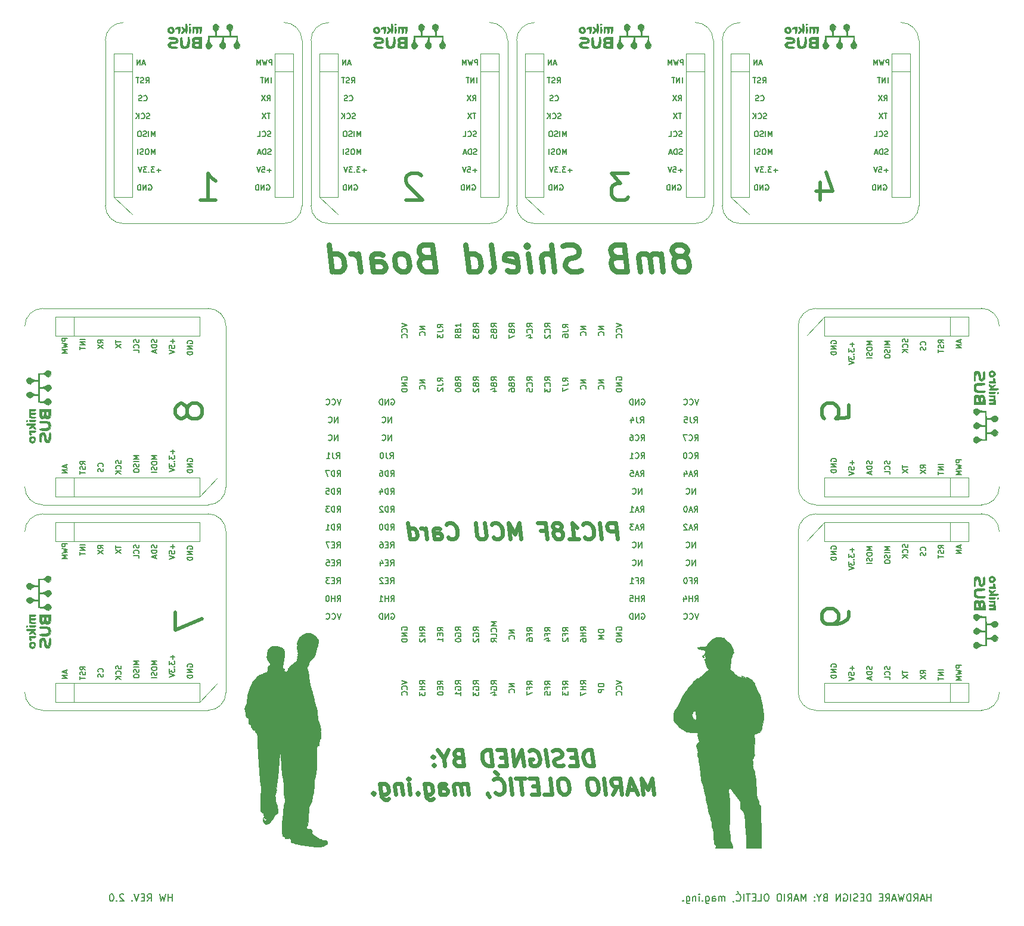
<source format=gbr>
G04 #@! TF.GenerationSoftware,KiCad,Pcbnew,(5.1.5)-3*
G04 #@! TF.CreationDate,2020-04-18T11:44:22+02:00*
G04 #@! TF.ProjectId,8SocketBoard,38536f63-6b65-4744-926f-6172642e6b69,rev?*
G04 #@! TF.SameCoordinates,Original*
G04 #@! TF.FileFunction,Legend,Bot*
G04 #@! TF.FilePolarity,Positive*
%FSLAX46Y46*%
G04 Gerber Fmt 4.6, Leading zero omitted, Abs format (unit mm)*
G04 Created by KiCad (PCBNEW (5.1.5)-3) date 2020-04-18 11:44:22*
%MOMM*%
%LPD*%
G04 APERTURE LIST*
%ADD10C,0.571500*%
%ADD11C,0.508000*%
%ADD12C,0.762000*%
%ADD13C,0.150000*%
%ADD14C,0.120000*%
%ADD15C,0.010000*%
G04 APERTURE END LIST*
D10*
X106818282Y-144448892D02*
X106532532Y-142162892D01*
X105988246Y-142162892D01*
X105675282Y-142271750D01*
X105484782Y-142489464D01*
X105403139Y-142707178D01*
X105348711Y-143142607D01*
X105389532Y-143469178D01*
X105552818Y-143904607D01*
X105688889Y-144122321D01*
X105933818Y-144340035D01*
X106273996Y-144448892D01*
X106818282Y-144448892D01*
X104382604Y-143251464D02*
X103620604Y-143251464D01*
X103443711Y-144448892D02*
X104532282Y-144448892D01*
X104246532Y-142162892D01*
X103157961Y-142162892D01*
X102559246Y-144340035D02*
X102246282Y-144448892D01*
X101701996Y-144448892D01*
X101470675Y-144340035D01*
X101348211Y-144231178D01*
X101212139Y-144013464D01*
X101184925Y-143795750D01*
X101266568Y-143578035D01*
X101361818Y-143469178D01*
X101565925Y-143360321D01*
X101987746Y-143251464D01*
X102191854Y-143142607D01*
X102287104Y-143033750D01*
X102368746Y-142816035D01*
X102341532Y-142598321D01*
X102205461Y-142380607D01*
X102082996Y-142271750D01*
X101851675Y-142162892D01*
X101307389Y-142162892D01*
X100994425Y-142271750D01*
X100286854Y-144448892D02*
X100001104Y-142162892D01*
X97728711Y-142271750D02*
X97932818Y-142162892D01*
X98259389Y-142162892D01*
X98599568Y-142271750D01*
X98844496Y-142489464D01*
X98980568Y-142707178D01*
X99143854Y-143142607D01*
X99184675Y-143469178D01*
X99130246Y-143904607D01*
X99048604Y-144122321D01*
X98858104Y-144340035D01*
X98545139Y-144448892D01*
X98327425Y-144448892D01*
X97987246Y-144340035D01*
X97864782Y-144231178D01*
X97769532Y-143469178D01*
X98204961Y-143469178D01*
X96912282Y-144448892D02*
X96626532Y-142162892D01*
X95605996Y-144448892D01*
X95320246Y-142162892D01*
X94367746Y-143251464D02*
X93605746Y-143251464D01*
X93428854Y-144448892D02*
X94517425Y-144448892D01*
X94231675Y-142162892D01*
X93143104Y-142162892D01*
X92449139Y-144448892D02*
X92163389Y-142162892D01*
X91619104Y-142162892D01*
X91306139Y-142271750D01*
X91115639Y-142489464D01*
X91033996Y-142707178D01*
X90979568Y-143142607D01*
X91020389Y-143469178D01*
X91183675Y-143904607D01*
X91319746Y-144122321D01*
X91564675Y-144340035D01*
X91904854Y-144448892D01*
X92449139Y-144448892D01*
X87509746Y-143251464D02*
X87196782Y-143360321D01*
X87101532Y-143469178D01*
X87019889Y-143686892D01*
X87060711Y-144013464D01*
X87196782Y-144231178D01*
X87319246Y-144340035D01*
X87550568Y-144448892D01*
X88421425Y-144448892D01*
X88135675Y-142162892D01*
X87373675Y-142162892D01*
X87169568Y-142271750D01*
X87074318Y-142380607D01*
X86992675Y-142598321D01*
X87019889Y-142816035D01*
X87155961Y-143033750D01*
X87278425Y-143142607D01*
X87509746Y-143251464D01*
X88271746Y-143251464D01*
X85563925Y-143360321D02*
X85699996Y-144448892D01*
X86176246Y-142162892D02*
X85563925Y-143360321D01*
X84652246Y-142162892D01*
X84148782Y-144231178D02*
X84053532Y-144340035D01*
X84175996Y-144448892D01*
X84271246Y-144340035D01*
X84148782Y-144231178D01*
X84175996Y-144448892D01*
X83999104Y-143033750D02*
X83903854Y-143142607D01*
X84026318Y-143251464D01*
X84121568Y-143142607D01*
X83999104Y-143033750D01*
X84026318Y-143251464D01*
X115417996Y-148449392D02*
X115132246Y-146163392D01*
X114574354Y-147796250D01*
X113608246Y-146163392D01*
X113893996Y-148449392D01*
X112832639Y-147796250D02*
X111744068Y-147796250D01*
X113131996Y-148449392D02*
X112084246Y-146163392D01*
X111607996Y-148449392D01*
X109539711Y-148449392D02*
X110165639Y-147360821D01*
X110845996Y-148449392D02*
X110560246Y-146163392D01*
X109689389Y-146163392D01*
X109485282Y-146272250D01*
X109390032Y-146381107D01*
X109308389Y-146598821D01*
X109349211Y-146925392D01*
X109485282Y-147143107D01*
X109607746Y-147251964D01*
X109839068Y-147360821D01*
X110709925Y-147360821D01*
X108559996Y-148449392D02*
X108274246Y-146163392D01*
X106750246Y-146163392D02*
X106314818Y-146163392D01*
X106110711Y-146272250D01*
X105920211Y-146489964D01*
X105865782Y-146925392D01*
X105961032Y-147687392D01*
X106124318Y-148122821D01*
X106369246Y-148340535D01*
X106600568Y-148449392D01*
X107035996Y-148449392D01*
X107240104Y-148340535D01*
X107430604Y-148122821D01*
X107485032Y-147687392D01*
X107389782Y-146925392D01*
X107226496Y-146489964D01*
X106981568Y-146272250D01*
X106750246Y-146163392D01*
X102613675Y-146163392D02*
X102178246Y-146163392D01*
X101974139Y-146272250D01*
X101783639Y-146489964D01*
X101729211Y-146925392D01*
X101824461Y-147687392D01*
X101987746Y-148122821D01*
X102232675Y-148340535D01*
X102463996Y-148449392D01*
X102899425Y-148449392D01*
X103103532Y-148340535D01*
X103294032Y-148122821D01*
X103348461Y-147687392D01*
X103253211Y-146925392D01*
X103089925Y-146489964D01*
X102844996Y-146272250D01*
X102613675Y-146163392D01*
X99851425Y-148449392D02*
X100939996Y-148449392D01*
X100654246Y-146163392D01*
X98939746Y-147251964D02*
X98177746Y-147251964D01*
X98000854Y-148449392D02*
X99089425Y-148449392D01*
X98803675Y-146163392D01*
X97715104Y-146163392D01*
X97061961Y-146163392D02*
X95755675Y-146163392D01*
X96694568Y-148449392D02*
X96408818Y-146163392D01*
X95279425Y-148449392D02*
X94993675Y-146163392D01*
X92857354Y-148231678D02*
X92979818Y-148340535D01*
X93319996Y-148449392D01*
X93537711Y-148449392D01*
X93850675Y-148340535D01*
X94041175Y-148122821D01*
X94122818Y-147905107D01*
X94177246Y-147469678D01*
X94136425Y-147143107D01*
X93973139Y-146707678D01*
X93837068Y-146489964D01*
X93592139Y-146272250D01*
X93251961Y-146163392D01*
X93034246Y-146163392D01*
X92721282Y-146272250D01*
X92626032Y-146381107D01*
X92816532Y-145292535D02*
X93183925Y-145619107D01*
X91782389Y-148340535D02*
X91795996Y-148449392D01*
X91932068Y-148667107D01*
X92054532Y-148775964D01*
X89074568Y-148449392D02*
X88884068Y-146925392D01*
X88911282Y-147143107D02*
X88788818Y-147034250D01*
X88557496Y-146925392D01*
X88230925Y-146925392D01*
X88026818Y-147034250D01*
X87945175Y-147251964D01*
X88094854Y-148449392D01*
X87945175Y-147251964D02*
X87809104Y-147034250D01*
X87577782Y-146925392D01*
X87251211Y-146925392D01*
X87047104Y-147034250D01*
X86965461Y-147251964D01*
X87115139Y-148449392D01*
X85046854Y-148449392D02*
X84897175Y-147251964D01*
X84978818Y-147034250D01*
X85182925Y-146925392D01*
X85618354Y-146925392D01*
X85849675Y-147034250D01*
X85033246Y-148340535D02*
X85264568Y-148449392D01*
X85808854Y-148449392D01*
X86012961Y-148340535D01*
X86094604Y-148122821D01*
X86067389Y-147905107D01*
X85931318Y-147687392D01*
X85699996Y-147578535D01*
X85155711Y-147578535D01*
X84924389Y-147469678D01*
X82788068Y-146925392D02*
X83019389Y-148775964D01*
X83155461Y-148993678D01*
X83277925Y-149102535D01*
X83509246Y-149211392D01*
X83835818Y-149211392D01*
X84039925Y-149102535D01*
X82964961Y-148340535D02*
X83196282Y-148449392D01*
X83631711Y-148449392D01*
X83835818Y-148340535D01*
X83931068Y-148231678D01*
X84012711Y-148013964D01*
X83931068Y-147360821D01*
X83794996Y-147143107D01*
X83672532Y-147034250D01*
X83441211Y-146925392D01*
X83005782Y-146925392D01*
X82801675Y-147034250D01*
X81862782Y-148231678D02*
X81767532Y-148340535D01*
X81889996Y-148449392D01*
X81985246Y-148340535D01*
X81862782Y-148231678D01*
X81889996Y-148449392D01*
X80801425Y-148449392D02*
X80610925Y-146925392D01*
X80515675Y-146163392D02*
X80638139Y-146272250D01*
X80542889Y-146381107D01*
X80420425Y-146272250D01*
X80515675Y-146163392D01*
X80542889Y-146381107D01*
X79522354Y-146925392D02*
X79712854Y-148449392D01*
X79549568Y-147143107D02*
X79427104Y-147034250D01*
X79195782Y-146925392D01*
X78869211Y-146925392D01*
X78665104Y-147034250D01*
X78583461Y-147251964D01*
X78733139Y-148449392D01*
X76474354Y-146925392D02*
X76705675Y-148775964D01*
X76841746Y-148993678D01*
X76964211Y-149102535D01*
X77195532Y-149211392D01*
X77522104Y-149211392D01*
X77726211Y-149102535D01*
X76651246Y-148340535D02*
X76882568Y-148449392D01*
X77317996Y-148449392D01*
X77522104Y-148340535D01*
X77617354Y-148231678D01*
X77698996Y-148013964D01*
X77617354Y-147360821D01*
X77481282Y-147143107D01*
X77358818Y-147034250D01*
X77127496Y-146925392D01*
X76692068Y-146925392D01*
X76487961Y-147034250D01*
X75549068Y-148231678D02*
X75453818Y-148340535D01*
X75576282Y-148449392D01*
X75671532Y-148340535D01*
X75549068Y-148231678D01*
X75576282Y-148449392D01*
D11*
X49076428Y-93617142D02*
X48895000Y-93254285D01*
X48713571Y-93072857D01*
X48350714Y-92891428D01*
X48169285Y-92891428D01*
X47806428Y-93072857D01*
X47625000Y-93254285D01*
X47443571Y-93617142D01*
X47443571Y-94342857D01*
X47625000Y-94705714D01*
X47806428Y-94887142D01*
X48169285Y-95068571D01*
X48350714Y-95068571D01*
X48713571Y-94887142D01*
X48895000Y-94705714D01*
X49076428Y-94342857D01*
X49076428Y-93617142D01*
X49257857Y-93254285D01*
X49439285Y-93072857D01*
X49802142Y-92891428D01*
X50527857Y-92891428D01*
X50890714Y-93072857D01*
X51072142Y-93254285D01*
X51253571Y-93617142D01*
X51253571Y-94342857D01*
X51072142Y-94705714D01*
X50890714Y-94887142D01*
X50527857Y-95068571D01*
X49802142Y-95068571D01*
X49439285Y-94887142D01*
X49257857Y-94705714D01*
X49076428Y-94342857D01*
X47443571Y-122555000D02*
X47443571Y-125095000D01*
X51253571Y-123462142D01*
X143056428Y-122464285D02*
X143056428Y-123190000D01*
X142875000Y-123552857D01*
X142693571Y-123734285D01*
X142149285Y-124097142D01*
X141423571Y-124278571D01*
X139972142Y-124278571D01*
X139609285Y-124097142D01*
X139427857Y-123915714D01*
X139246428Y-123552857D01*
X139246428Y-122827142D01*
X139427857Y-122464285D01*
X139609285Y-122282857D01*
X139972142Y-122101428D01*
X140879285Y-122101428D01*
X141242142Y-122282857D01*
X141423571Y-122464285D01*
X141605000Y-122827142D01*
X141605000Y-123552857D01*
X141423571Y-123915714D01*
X141242142Y-124097142D01*
X140879285Y-124278571D01*
X143056428Y-93072857D02*
X143056428Y-94887142D01*
X141242142Y-95068571D01*
X141423571Y-94887142D01*
X141605000Y-94524285D01*
X141605000Y-93617142D01*
X141423571Y-93254285D01*
X141242142Y-93072857D01*
X140879285Y-92891428D01*
X139972142Y-92891428D01*
X139609285Y-93072857D01*
X139427857Y-93254285D01*
X139246428Y-93617142D01*
X139246428Y-94524285D01*
X139427857Y-94887142D01*
X139609285Y-95068571D01*
X138974285Y-61413571D02*
X138974285Y-63953571D01*
X139881428Y-59962142D02*
X140788571Y-62683571D01*
X138430000Y-62683571D01*
X111760000Y-60143571D02*
X109401428Y-60143571D01*
X110671428Y-61595000D01*
X110127142Y-61595000D01*
X109764285Y-61776428D01*
X109582857Y-61957857D01*
X109401428Y-62320714D01*
X109401428Y-63227857D01*
X109582857Y-63590714D01*
X109764285Y-63772142D01*
X110127142Y-63953571D01*
X111215714Y-63953571D01*
X111578571Y-63772142D01*
X111760000Y-63590714D01*
X82368571Y-60506428D02*
X82187142Y-60325000D01*
X81824285Y-60143571D01*
X80917142Y-60143571D01*
X80554285Y-60325000D01*
X80372857Y-60506428D01*
X80191428Y-60869285D01*
X80191428Y-61232142D01*
X80372857Y-61776428D01*
X82550000Y-63953571D01*
X80191428Y-63953571D01*
X50981428Y-63953571D02*
X53158571Y-63953571D01*
X52070000Y-63953571D02*
X52070000Y-60143571D01*
X52432857Y-60687857D01*
X52795714Y-61050714D01*
X53158571Y-61232142D01*
D10*
X110247282Y-112159142D02*
X109961532Y-109873142D01*
X109090675Y-109873142D01*
X108886568Y-109982000D01*
X108791318Y-110090857D01*
X108709675Y-110308571D01*
X108750496Y-110635142D01*
X108886568Y-110852857D01*
X109009032Y-110961714D01*
X109240354Y-111070571D01*
X110111211Y-111070571D01*
X107961282Y-112159142D02*
X107675532Y-109873142D01*
X105539211Y-111941428D02*
X105661675Y-112050285D01*
X106001854Y-112159142D01*
X106219568Y-112159142D01*
X106532532Y-112050285D01*
X106723032Y-111832571D01*
X106804675Y-111614857D01*
X106859104Y-111179428D01*
X106818282Y-110852857D01*
X106654996Y-110417428D01*
X106518925Y-110199714D01*
X106273996Y-109982000D01*
X105933818Y-109873142D01*
X105716104Y-109873142D01*
X105403139Y-109982000D01*
X105307889Y-110090857D01*
X103389282Y-112159142D02*
X104695568Y-112159142D01*
X104042425Y-112159142D02*
X103756675Y-109873142D01*
X104015211Y-110199714D01*
X104260139Y-110417428D01*
X104491461Y-110526285D01*
X101919711Y-110852857D02*
X102123818Y-110744000D01*
X102219068Y-110635142D01*
X102300711Y-110417428D01*
X102287104Y-110308571D01*
X102151032Y-110090857D01*
X102028568Y-109982000D01*
X101797246Y-109873142D01*
X101361818Y-109873142D01*
X101157711Y-109982000D01*
X101062461Y-110090857D01*
X100980818Y-110308571D01*
X100994425Y-110417428D01*
X101130496Y-110635142D01*
X101252961Y-110744000D01*
X101484282Y-110852857D01*
X101919711Y-110852857D01*
X102151032Y-110961714D01*
X102273496Y-111070571D01*
X102409568Y-111288285D01*
X102463996Y-111723714D01*
X102382354Y-111941428D01*
X102287104Y-112050285D01*
X102082996Y-112159142D01*
X101647568Y-112159142D01*
X101416246Y-112050285D01*
X101293782Y-111941428D01*
X101157711Y-111723714D01*
X101103282Y-111288285D01*
X101184925Y-111070571D01*
X101280175Y-110961714D01*
X101484282Y-110852857D01*
X99320746Y-110961714D02*
X100082746Y-110961714D01*
X100232425Y-112159142D02*
X99946675Y-109873142D01*
X98858104Y-109873142D01*
X96531282Y-112159142D02*
X96245532Y-109873142D01*
X95687639Y-111506000D01*
X94721532Y-109873142D01*
X95007282Y-112159142D01*
X92585211Y-111941428D02*
X92707675Y-112050285D01*
X93047854Y-112159142D01*
X93265568Y-112159142D01*
X93578532Y-112050285D01*
X93769032Y-111832571D01*
X93850675Y-111614857D01*
X93905104Y-111179428D01*
X93864282Y-110852857D01*
X93700996Y-110417428D01*
X93564925Y-110199714D01*
X93319996Y-109982000D01*
X92979818Y-109873142D01*
X92762104Y-109873142D01*
X92449139Y-109982000D01*
X92353889Y-110090857D01*
X91346961Y-109873142D02*
X91578282Y-111723714D01*
X91496639Y-111941428D01*
X91401389Y-112050285D01*
X91197282Y-112159142D01*
X90761854Y-112159142D01*
X90530532Y-112050285D01*
X90408068Y-111941428D01*
X90271996Y-111723714D01*
X90040675Y-109873142D01*
X86162639Y-111941428D02*
X86285104Y-112050285D01*
X86625282Y-112159142D01*
X86842996Y-112159142D01*
X87155961Y-112050285D01*
X87346461Y-111832571D01*
X87428104Y-111614857D01*
X87482532Y-111179428D01*
X87441711Y-110852857D01*
X87278425Y-110417428D01*
X87142354Y-110199714D01*
X86897425Y-109982000D01*
X86557246Y-109873142D01*
X86339532Y-109873142D01*
X86026568Y-109982000D01*
X85931318Y-110090857D01*
X84230425Y-112159142D02*
X84080746Y-110961714D01*
X84162389Y-110744000D01*
X84366496Y-110635142D01*
X84801925Y-110635142D01*
X85033246Y-110744000D01*
X84216818Y-112050285D02*
X84448139Y-112159142D01*
X84992425Y-112159142D01*
X85196532Y-112050285D01*
X85278175Y-111832571D01*
X85250961Y-111614857D01*
X85114889Y-111397142D01*
X84883568Y-111288285D01*
X84339282Y-111288285D01*
X84107961Y-111179428D01*
X83141854Y-112159142D02*
X82951354Y-110635142D01*
X83005782Y-111070571D02*
X82869711Y-110852857D01*
X82747246Y-110744000D01*
X82515925Y-110635142D01*
X82298211Y-110635142D01*
X80746996Y-112159142D02*
X80461246Y-109873142D01*
X80733389Y-112050285D02*
X80964711Y-112159142D01*
X81400139Y-112159142D01*
X81604246Y-112050285D01*
X81699496Y-111941428D01*
X81781139Y-111723714D01*
X81699496Y-111070571D01*
X81563425Y-110852857D01*
X81440961Y-110744000D01*
X81209639Y-110635142D01*
X80774211Y-110635142D01*
X80570104Y-110744000D01*
D12*
X119504278Y-71936428D02*
X119844457Y-71755000D01*
X120003207Y-71573571D01*
X120139278Y-71210714D01*
X120116600Y-71029285D01*
X119889814Y-70666428D01*
X119685707Y-70485000D01*
X119300171Y-70303571D01*
X118574457Y-70303571D01*
X118234278Y-70485000D01*
X118075528Y-70666428D01*
X117939457Y-71029285D01*
X117962135Y-71210714D01*
X118188921Y-71573571D01*
X118393028Y-71755000D01*
X118778564Y-71936428D01*
X119504278Y-71936428D01*
X119889814Y-72117857D01*
X120093921Y-72299285D01*
X120320707Y-72662142D01*
X120411421Y-73387857D01*
X120275350Y-73750714D01*
X120116600Y-73932142D01*
X119776421Y-74113571D01*
X119050707Y-74113571D01*
X118665171Y-73932142D01*
X118461064Y-73750714D01*
X118234278Y-73387857D01*
X118143564Y-72662142D01*
X118279635Y-72299285D01*
X118438385Y-72117857D01*
X118778564Y-71936428D01*
X116692135Y-74113571D02*
X116374635Y-71573571D01*
X116419992Y-71936428D02*
X116215885Y-71755000D01*
X115830350Y-71573571D01*
X115286064Y-71573571D01*
X114945885Y-71755000D01*
X114809814Y-72117857D01*
X115059278Y-74113571D01*
X114809814Y-72117857D02*
X114583028Y-71755000D01*
X114197492Y-71573571D01*
X113653207Y-71573571D01*
X113313028Y-71755000D01*
X113176957Y-72117857D01*
X113426421Y-74113571D01*
X110092671Y-72117857D02*
X109571064Y-72299285D01*
X109412314Y-72480714D01*
X109276242Y-72843571D01*
X109344278Y-73387857D01*
X109571064Y-73750714D01*
X109775171Y-73932142D01*
X110160707Y-74113571D01*
X111612135Y-74113571D01*
X111135885Y-70303571D01*
X109865885Y-70303571D01*
X109525707Y-70485000D01*
X109366957Y-70666428D01*
X109230885Y-71029285D01*
X109276242Y-71392142D01*
X109503028Y-71755000D01*
X109707135Y-71936428D01*
X110092671Y-72117857D01*
X111362671Y-72117857D01*
X105058028Y-73932142D02*
X104536421Y-74113571D01*
X103629278Y-74113571D01*
X103243742Y-73932142D01*
X103039635Y-73750714D01*
X102812850Y-73387857D01*
X102767492Y-73025000D01*
X102903564Y-72662142D01*
X103062314Y-72480714D01*
X103402492Y-72299285D01*
X104105528Y-72117857D01*
X104445707Y-71936428D01*
X104604457Y-71755000D01*
X104740528Y-71392142D01*
X104695171Y-71029285D01*
X104468385Y-70666428D01*
X104264278Y-70485000D01*
X103878742Y-70303571D01*
X102971600Y-70303571D01*
X102449992Y-70485000D01*
X101270707Y-74113571D02*
X100794457Y-70303571D01*
X99637850Y-74113571D02*
X99388385Y-72117857D01*
X99524457Y-71755000D01*
X99864635Y-71573571D01*
X100408921Y-71573571D01*
X100794457Y-71755000D01*
X100998564Y-71936428D01*
X97823564Y-74113571D02*
X97506064Y-71573571D01*
X97347314Y-70303571D02*
X97551421Y-70485000D01*
X97392671Y-70666428D01*
X97188564Y-70485000D01*
X97347314Y-70303571D01*
X97392671Y-70666428D01*
X94535171Y-73932142D02*
X94920707Y-74113571D01*
X95646421Y-74113571D01*
X95986600Y-73932142D01*
X96122671Y-73569285D01*
X95941242Y-72117857D01*
X95714457Y-71755000D01*
X95328921Y-71573571D01*
X94603207Y-71573571D01*
X94263028Y-71755000D01*
X94126957Y-72117857D01*
X94172314Y-72480714D01*
X96031957Y-72843571D01*
X92199278Y-74113571D02*
X92539457Y-73932142D01*
X92675528Y-73569285D01*
X92267314Y-70303571D01*
X89114992Y-74113571D02*
X88638742Y-70303571D01*
X89092314Y-73932142D02*
X89477850Y-74113571D01*
X90203564Y-74113571D01*
X90543742Y-73932142D01*
X90702492Y-73750714D01*
X90838564Y-73387857D01*
X90702492Y-72299285D01*
X90475707Y-71936428D01*
X90271600Y-71755000D01*
X89886064Y-71573571D01*
X89160350Y-71573571D01*
X88820171Y-71755000D01*
X82878385Y-72117857D02*
X82356778Y-72299285D01*
X82198028Y-72480714D01*
X82061957Y-72843571D01*
X82129992Y-73387857D01*
X82356778Y-73750714D01*
X82560885Y-73932142D01*
X82946421Y-74113571D01*
X84397850Y-74113571D01*
X83921600Y-70303571D01*
X82651600Y-70303571D01*
X82311421Y-70485000D01*
X82152671Y-70666428D01*
X82016600Y-71029285D01*
X82061957Y-71392142D01*
X82288742Y-71755000D01*
X82492850Y-71936428D01*
X82878385Y-72117857D01*
X84148385Y-72117857D01*
X80043564Y-74113571D02*
X80383742Y-73932142D01*
X80542492Y-73750714D01*
X80678564Y-73387857D01*
X80542492Y-72299285D01*
X80315707Y-71936428D01*
X80111600Y-71755000D01*
X79726064Y-71573571D01*
X79181778Y-71573571D01*
X78841600Y-71755000D01*
X78682850Y-71936428D01*
X78546778Y-72299285D01*
X78682850Y-73387857D01*
X78909635Y-73750714D01*
X79113742Y-73932142D01*
X79499278Y-74113571D01*
X80043564Y-74113571D01*
X75507850Y-74113571D02*
X75258385Y-72117857D01*
X75394457Y-71755000D01*
X75734635Y-71573571D01*
X76460350Y-71573571D01*
X76845885Y-71755000D01*
X75485171Y-73932142D02*
X75870707Y-74113571D01*
X76777850Y-74113571D01*
X77118028Y-73932142D01*
X77254100Y-73569285D01*
X77208742Y-73206428D01*
X76981957Y-72843571D01*
X76596421Y-72662142D01*
X75689278Y-72662142D01*
X75303742Y-72480714D01*
X73693564Y-74113571D02*
X73376064Y-71573571D01*
X73466778Y-72299285D02*
X73239992Y-71936428D01*
X73035885Y-71755000D01*
X72650350Y-71573571D01*
X72287492Y-71573571D01*
X69702135Y-74113571D02*
X69225885Y-70303571D01*
X69679457Y-73932142D02*
X70064992Y-74113571D01*
X70790707Y-74113571D01*
X71130885Y-73932142D01*
X71289635Y-73750714D01*
X71425707Y-73387857D01*
X71289635Y-72299285D01*
X71062850Y-71936428D01*
X70858742Y-71755000D01*
X70473207Y-71573571D01*
X69747492Y-71573571D01*
X69407314Y-71755000D01*
D13*
X46973571Y-163647380D02*
X46973571Y-162647380D01*
X46973571Y-163123571D02*
X46402142Y-163123571D01*
X46402142Y-163647380D02*
X46402142Y-162647380D01*
X46021190Y-162647380D02*
X45783095Y-163647380D01*
X45592619Y-162933095D01*
X45402142Y-163647380D01*
X45164047Y-162647380D01*
X43449761Y-163647380D02*
X43783095Y-163171190D01*
X44021190Y-163647380D02*
X44021190Y-162647380D01*
X43640238Y-162647380D01*
X43545000Y-162695000D01*
X43497380Y-162742619D01*
X43449761Y-162837857D01*
X43449761Y-162980714D01*
X43497380Y-163075952D01*
X43545000Y-163123571D01*
X43640238Y-163171190D01*
X44021190Y-163171190D01*
X43021190Y-163123571D02*
X42687857Y-163123571D01*
X42545000Y-163647380D02*
X43021190Y-163647380D01*
X43021190Y-162647380D01*
X42545000Y-162647380D01*
X42259285Y-162647380D02*
X41925952Y-163647380D01*
X41592619Y-162647380D01*
X41259285Y-163552142D02*
X41211666Y-163599761D01*
X41259285Y-163647380D01*
X41306904Y-163599761D01*
X41259285Y-163552142D01*
X41259285Y-163647380D01*
X40068809Y-162742619D02*
X40021190Y-162695000D01*
X39925952Y-162647380D01*
X39687857Y-162647380D01*
X39592619Y-162695000D01*
X39545000Y-162742619D01*
X39497380Y-162837857D01*
X39497380Y-162933095D01*
X39545000Y-163075952D01*
X40116428Y-163647380D01*
X39497380Y-163647380D01*
X39068809Y-163552142D02*
X39021190Y-163599761D01*
X39068809Y-163647380D01*
X39116428Y-163599761D01*
X39068809Y-163552142D01*
X39068809Y-163647380D01*
X38402142Y-162647380D02*
X38306904Y-162647380D01*
X38211666Y-162695000D01*
X38164047Y-162742619D01*
X38116428Y-162837857D01*
X38068809Y-163028333D01*
X38068809Y-163266428D01*
X38116428Y-163456904D01*
X38164047Y-163552142D01*
X38211666Y-163599761D01*
X38306904Y-163647380D01*
X38402142Y-163647380D01*
X38497380Y-163599761D01*
X38545000Y-163552142D01*
X38592619Y-163456904D01*
X38640238Y-163266428D01*
X38640238Y-163028333D01*
X38592619Y-162837857D01*
X38545000Y-162742619D01*
X38497380Y-162695000D01*
X38402142Y-162647380D01*
X154779047Y-163647380D02*
X154779047Y-162647380D01*
X154779047Y-163123571D02*
X154207619Y-163123571D01*
X154207619Y-163647380D02*
X154207619Y-162647380D01*
X153779047Y-163361666D02*
X153302857Y-163361666D01*
X153874285Y-163647380D02*
X153540952Y-162647380D01*
X153207619Y-163647380D01*
X152302857Y-163647380D02*
X152636190Y-163171190D01*
X152874285Y-163647380D02*
X152874285Y-162647380D01*
X152493333Y-162647380D01*
X152398095Y-162695000D01*
X152350476Y-162742619D01*
X152302857Y-162837857D01*
X152302857Y-162980714D01*
X152350476Y-163075952D01*
X152398095Y-163123571D01*
X152493333Y-163171190D01*
X152874285Y-163171190D01*
X151874285Y-163647380D02*
X151874285Y-162647380D01*
X151636190Y-162647380D01*
X151493333Y-162695000D01*
X151398095Y-162790238D01*
X151350476Y-162885476D01*
X151302857Y-163075952D01*
X151302857Y-163218809D01*
X151350476Y-163409285D01*
X151398095Y-163504523D01*
X151493333Y-163599761D01*
X151636190Y-163647380D01*
X151874285Y-163647380D01*
X150969523Y-162647380D02*
X150731428Y-163647380D01*
X150540952Y-162933095D01*
X150350476Y-163647380D01*
X150112380Y-162647380D01*
X149779047Y-163361666D02*
X149302857Y-163361666D01*
X149874285Y-163647380D02*
X149540952Y-162647380D01*
X149207619Y-163647380D01*
X148302857Y-163647380D02*
X148636190Y-163171190D01*
X148874285Y-163647380D02*
X148874285Y-162647380D01*
X148493333Y-162647380D01*
X148398095Y-162695000D01*
X148350476Y-162742619D01*
X148302857Y-162837857D01*
X148302857Y-162980714D01*
X148350476Y-163075952D01*
X148398095Y-163123571D01*
X148493333Y-163171190D01*
X148874285Y-163171190D01*
X147874285Y-163123571D02*
X147540952Y-163123571D01*
X147398095Y-163647380D02*
X147874285Y-163647380D01*
X147874285Y-162647380D01*
X147398095Y-162647380D01*
X146207619Y-163647380D02*
X146207619Y-162647380D01*
X145969523Y-162647380D01*
X145826666Y-162695000D01*
X145731428Y-162790238D01*
X145683809Y-162885476D01*
X145636190Y-163075952D01*
X145636190Y-163218809D01*
X145683809Y-163409285D01*
X145731428Y-163504523D01*
X145826666Y-163599761D01*
X145969523Y-163647380D01*
X146207619Y-163647380D01*
X145207619Y-163123571D02*
X144874285Y-163123571D01*
X144731428Y-163647380D02*
X145207619Y-163647380D01*
X145207619Y-162647380D01*
X144731428Y-162647380D01*
X144350476Y-163599761D02*
X144207619Y-163647380D01*
X143969523Y-163647380D01*
X143874285Y-163599761D01*
X143826666Y-163552142D01*
X143779047Y-163456904D01*
X143779047Y-163361666D01*
X143826666Y-163266428D01*
X143874285Y-163218809D01*
X143969523Y-163171190D01*
X144160000Y-163123571D01*
X144255238Y-163075952D01*
X144302857Y-163028333D01*
X144350476Y-162933095D01*
X144350476Y-162837857D01*
X144302857Y-162742619D01*
X144255238Y-162695000D01*
X144160000Y-162647380D01*
X143921904Y-162647380D01*
X143779047Y-162695000D01*
X143350476Y-163647380D02*
X143350476Y-162647380D01*
X142350476Y-162695000D02*
X142445714Y-162647380D01*
X142588571Y-162647380D01*
X142731428Y-162695000D01*
X142826666Y-162790238D01*
X142874285Y-162885476D01*
X142921904Y-163075952D01*
X142921904Y-163218809D01*
X142874285Y-163409285D01*
X142826666Y-163504523D01*
X142731428Y-163599761D01*
X142588571Y-163647380D01*
X142493333Y-163647380D01*
X142350476Y-163599761D01*
X142302857Y-163552142D01*
X142302857Y-163218809D01*
X142493333Y-163218809D01*
X141874285Y-163647380D02*
X141874285Y-162647380D01*
X141302857Y-163647380D01*
X141302857Y-162647380D01*
X139731428Y-163123571D02*
X139588571Y-163171190D01*
X139540952Y-163218809D01*
X139493333Y-163314047D01*
X139493333Y-163456904D01*
X139540952Y-163552142D01*
X139588571Y-163599761D01*
X139683809Y-163647380D01*
X140064761Y-163647380D01*
X140064761Y-162647380D01*
X139731428Y-162647380D01*
X139636190Y-162695000D01*
X139588571Y-162742619D01*
X139540952Y-162837857D01*
X139540952Y-162933095D01*
X139588571Y-163028333D01*
X139636190Y-163075952D01*
X139731428Y-163123571D01*
X140064761Y-163123571D01*
X138874285Y-163171190D02*
X138874285Y-163647380D01*
X139207619Y-162647380D02*
X138874285Y-163171190D01*
X138540952Y-162647380D01*
X138207619Y-163552142D02*
X138160000Y-163599761D01*
X138207619Y-163647380D01*
X138255238Y-163599761D01*
X138207619Y-163552142D01*
X138207619Y-163647380D01*
X138207619Y-163028333D02*
X138160000Y-163075952D01*
X138207619Y-163123571D01*
X138255238Y-163075952D01*
X138207619Y-163028333D01*
X138207619Y-163123571D01*
X136969523Y-163647380D02*
X136969523Y-162647380D01*
X136636190Y-163361666D01*
X136302857Y-162647380D01*
X136302857Y-163647380D01*
X135874285Y-163361666D02*
X135398095Y-163361666D01*
X135969523Y-163647380D02*
X135636190Y-162647380D01*
X135302857Y-163647380D01*
X134398095Y-163647380D02*
X134731428Y-163171190D01*
X134969523Y-163647380D02*
X134969523Y-162647380D01*
X134588571Y-162647380D01*
X134493333Y-162695000D01*
X134445714Y-162742619D01*
X134398095Y-162837857D01*
X134398095Y-162980714D01*
X134445714Y-163075952D01*
X134493333Y-163123571D01*
X134588571Y-163171190D01*
X134969523Y-163171190D01*
X133969523Y-163647380D02*
X133969523Y-162647380D01*
X133302857Y-162647380D02*
X133112380Y-162647380D01*
X133017142Y-162695000D01*
X132921904Y-162790238D01*
X132874285Y-162980714D01*
X132874285Y-163314047D01*
X132921904Y-163504523D01*
X133017142Y-163599761D01*
X133112380Y-163647380D01*
X133302857Y-163647380D01*
X133398095Y-163599761D01*
X133493333Y-163504523D01*
X133540952Y-163314047D01*
X133540952Y-162980714D01*
X133493333Y-162790238D01*
X133398095Y-162695000D01*
X133302857Y-162647380D01*
X131493333Y-162647380D02*
X131302857Y-162647380D01*
X131207619Y-162695000D01*
X131112380Y-162790238D01*
X131064761Y-162980714D01*
X131064761Y-163314047D01*
X131112380Y-163504523D01*
X131207619Y-163599761D01*
X131302857Y-163647380D01*
X131493333Y-163647380D01*
X131588571Y-163599761D01*
X131683809Y-163504523D01*
X131731428Y-163314047D01*
X131731428Y-162980714D01*
X131683809Y-162790238D01*
X131588571Y-162695000D01*
X131493333Y-162647380D01*
X130160000Y-163647380D02*
X130636190Y-163647380D01*
X130636190Y-162647380D01*
X129826666Y-163123571D02*
X129493333Y-163123571D01*
X129350476Y-163647380D02*
X129826666Y-163647380D01*
X129826666Y-162647380D01*
X129350476Y-162647380D01*
X129064761Y-162647380D02*
X128493333Y-162647380D01*
X128779047Y-163647380D02*
X128779047Y-162647380D01*
X128160000Y-163647380D02*
X128160000Y-162647380D01*
X127112380Y-163552142D02*
X127160000Y-163599761D01*
X127302857Y-163647380D01*
X127398095Y-163647380D01*
X127540952Y-163599761D01*
X127636190Y-163504523D01*
X127683809Y-163409285D01*
X127731428Y-163218809D01*
X127731428Y-163075952D01*
X127683809Y-162885476D01*
X127636190Y-162790238D01*
X127540952Y-162695000D01*
X127398095Y-162647380D01*
X127302857Y-162647380D01*
X127160000Y-162695000D01*
X127112380Y-162742619D01*
X127255238Y-162266428D02*
X127398095Y-162409285D01*
X126636190Y-163599761D02*
X126636190Y-163647380D01*
X126683809Y-163742619D01*
X126731428Y-163790238D01*
X125445714Y-163647380D02*
X125445714Y-162980714D01*
X125445714Y-163075952D02*
X125398095Y-163028333D01*
X125302857Y-162980714D01*
X125160000Y-162980714D01*
X125064761Y-163028333D01*
X125017142Y-163123571D01*
X125017142Y-163647380D01*
X125017142Y-163123571D02*
X124969523Y-163028333D01*
X124874285Y-162980714D01*
X124731428Y-162980714D01*
X124636190Y-163028333D01*
X124588571Y-163123571D01*
X124588571Y-163647380D01*
X123683809Y-163647380D02*
X123683809Y-163123571D01*
X123731428Y-163028333D01*
X123826666Y-162980714D01*
X124017142Y-162980714D01*
X124112380Y-163028333D01*
X123683809Y-163599761D02*
X123779047Y-163647380D01*
X124017142Y-163647380D01*
X124112380Y-163599761D01*
X124160000Y-163504523D01*
X124160000Y-163409285D01*
X124112380Y-163314047D01*
X124017142Y-163266428D01*
X123779047Y-163266428D01*
X123683809Y-163218809D01*
X122779047Y-162980714D02*
X122779047Y-163790238D01*
X122826666Y-163885476D01*
X122874285Y-163933095D01*
X122969523Y-163980714D01*
X123112380Y-163980714D01*
X123207619Y-163933095D01*
X122779047Y-163599761D02*
X122874285Y-163647380D01*
X123064761Y-163647380D01*
X123160000Y-163599761D01*
X123207619Y-163552142D01*
X123255238Y-163456904D01*
X123255238Y-163171190D01*
X123207619Y-163075952D01*
X123160000Y-163028333D01*
X123064761Y-162980714D01*
X122874285Y-162980714D01*
X122779047Y-163028333D01*
X122302857Y-163552142D02*
X122255238Y-163599761D01*
X122302857Y-163647380D01*
X122350476Y-163599761D01*
X122302857Y-163552142D01*
X122302857Y-163647380D01*
X121826666Y-163647380D02*
X121826666Y-162980714D01*
X121826666Y-162647380D02*
X121874285Y-162695000D01*
X121826666Y-162742619D01*
X121779047Y-162695000D01*
X121826666Y-162647380D01*
X121826666Y-162742619D01*
X121350476Y-162980714D02*
X121350476Y-163647380D01*
X121350476Y-163075952D02*
X121302857Y-163028333D01*
X121207619Y-162980714D01*
X121064761Y-162980714D01*
X120969523Y-163028333D01*
X120921904Y-163123571D01*
X120921904Y-163647380D01*
X120017142Y-162980714D02*
X120017142Y-163790238D01*
X120064761Y-163885476D01*
X120112380Y-163933095D01*
X120207619Y-163980714D01*
X120350476Y-163980714D01*
X120445714Y-163933095D01*
X120017142Y-163599761D02*
X120112380Y-163647380D01*
X120302857Y-163647380D01*
X120398095Y-163599761D01*
X120445714Y-163552142D01*
X120493333Y-163456904D01*
X120493333Y-163171190D01*
X120445714Y-163075952D01*
X120398095Y-163028333D01*
X120302857Y-162980714D01*
X120112380Y-162980714D01*
X120017142Y-163028333D01*
X119540952Y-163552142D02*
X119493333Y-163599761D01*
X119540952Y-163647380D01*
X119588571Y-163599761D01*
X119540952Y-163552142D01*
X119540952Y-163647380D01*
D14*
X139640000Y-106105000D02*
X139640000Y-103445000D01*
X157480000Y-103445000D02*
X139640000Y-103445000D01*
X138430000Y-107315000D02*
X161925000Y-107315000D01*
X135890000Y-104775000D02*
X135890000Y-81915000D01*
X157480000Y-106105000D02*
X160080000Y-106105000D01*
X138430000Y-79375000D02*
G75*
G03X135890000Y-81915000I0J-2540000D01*
G01*
X138430000Y-79375000D02*
X161925000Y-79375000D01*
X164465000Y-81915000D02*
G75*
G03X161925000Y-79375000I-2540000J0D01*
G01*
X161925000Y-107315000D02*
G75*
G03X164465000Y-104775000I0J2540000D01*
G01*
X135890000Y-104775000D02*
G75*
G03X138430000Y-107315000I2540000J0D01*
G01*
D15*
G36*
X164247531Y-90765040D02*
G01*
X164082716Y-90726535D01*
X163899908Y-90720333D01*
X163504150Y-90720333D01*
X163688242Y-90524377D01*
X163836379Y-90334147D01*
X163870990Y-90218007D01*
X163797502Y-90197684D01*
X163629486Y-90289059D01*
X163462582Y-90399515D01*
X163364338Y-90412258D01*
X163265834Y-90328295D01*
X163235364Y-90294824D01*
X163097935Y-90169728D01*
X163012545Y-90127667D01*
X162939450Y-90181125D01*
X162966454Y-90309870D01*
X163076987Y-90466462D01*
X163156037Y-90538525D01*
X163297321Y-90655637D01*
X163310826Y-90707295D01*
X163202063Y-90732483D01*
X163183836Y-90735170D01*
X163020474Y-90799378D01*
X162961743Y-90868500D01*
X162990111Y-90924001D01*
X163133999Y-90957552D01*
X163414762Y-90972633D01*
X163611278Y-90974333D01*
X163960878Y-90968452D01*
X164171407Y-90947099D01*
X164272838Y-90904714D01*
X164295667Y-90847333D01*
X164247531Y-90765040D01*
G37*
X164247531Y-90765040D02*
X164082716Y-90726535D01*
X163899908Y-90720333D01*
X163504150Y-90720333D01*
X163688242Y-90524377D01*
X163836379Y-90334147D01*
X163870990Y-90218007D01*
X163797502Y-90197684D01*
X163629486Y-90289059D01*
X163462582Y-90399515D01*
X163364338Y-90412258D01*
X163265834Y-90328295D01*
X163235364Y-90294824D01*
X163097935Y-90169728D01*
X163012545Y-90127667D01*
X162939450Y-90181125D01*
X162966454Y-90309870D01*
X163076987Y-90466462D01*
X163156037Y-90538525D01*
X163297321Y-90655637D01*
X163310826Y-90707295D01*
X163202063Y-90732483D01*
X163183836Y-90735170D01*
X163020474Y-90799378D01*
X162961743Y-90868500D01*
X162990111Y-90924001D01*
X163133999Y-90957552D01*
X163414762Y-90972633D01*
X163611278Y-90974333D01*
X163960878Y-90968452D01*
X164171407Y-90947099D01*
X164272838Y-90904714D01*
X164295667Y-90847333D01*
X164247531Y-90765040D01*
D14*
X157480000Y-83245000D02*
X160080000Y-83245000D01*
X157480000Y-80585000D02*
X139640000Y-80585000D01*
D15*
G36*
X163807319Y-88421313D02*
G01*
X163642328Y-88246884D01*
X163422435Y-88180601D01*
X163192719Y-88242339D01*
X163081122Y-88335167D01*
X162965796Y-88556683D01*
X162953279Y-88804636D01*
X163044941Y-89005328D01*
X163068261Y-89027217D01*
X163251209Y-89110745D01*
X163406667Y-89132833D01*
X163448528Y-89122741D01*
X163448528Y-88915073D01*
X163274248Y-88885025D01*
X163244430Y-88863557D01*
X163126939Y-88734727D01*
X163142083Y-88606625D01*
X163184705Y-88532759D01*
X163316917Y-88447182D01*
X163488893Y-88455257D01*
X163625790Y-88540629D01*
X163660667Y-88636773D01*
X163597533Y-88821317D01*
X163448528Y-88915073D01*
X163448528Y-89122741D01*
X163678527Y-89067289D01*
X163837332Y-88881345D01*
X163872334Y-88684014D01*
X163807319Y-88421313D01*
G37*
X163807319Y-88421313D02*
X163642328Y-88246884D01*
X163422435Y-88180601D01*
X163192719Y-88242339D01*
X163081122Y-88335167D01*
X162965796Y-88556683D01*
X162953279Y-88804636D01*
X163044941Y-89005328D01*
X163068261Y-89027217D01*
X163251209Y-89110745D01*
X163406667Y-89132833D01*
X163448528Y-89122741D01*
X163448528Y-88915073D01*
X163274248Y-88885025D01*
X163244430Y-88863557D01*
X163126939Y-88734727D01*
X163142083Y-88606625D01*
X163184705Y-88532759D01*
X163316917Y-88447182D01*
X163488893Y-88455257D01*
X163625790Y-88540629D01*
X163660667Y-88636773D01*
X163597533Y-88821317D01*
X163448528Y-88915073D01*
X163448528Y-89122741D01*
X163678527Y-89067289D01*
X163837332Y-88881345D01*
X163872334Y-88684014D01*
X163807319Y-88421313D01*
D14*
X160080000Y-106105000D02*
X160080000Y-103441500D01*
X157480000Y-103445000D02*
X160083500Y-103441500D01*
D15*
G36*
X163856278Y-89641538D02*
G01*
X163804327Y-89400231D01*
X163693921Y-89299399D01*
X163681833Y-89296663D01*
X163555798Y-89329563D01*
X163533667Y-89401792D01*
X163577520Y-89518392D01*
X163618333Y-89535000D01*
X163700540Y-89599429D01*
X163703000Y-89619667D01*
X163627326Y-89670160D01*
X163435862Y-89700449D01*
X163322000Y-89704333D01*
X163070878Y-89720954D01*
X162956492Y-89777468D01*
X162941000Y-89831333D01*
X162982436Y-89907558D01*
X163128033Y-89947020D01*
X163409723Y-89958333D01*
X163882555Y-89958333D01*
X163856278Y-89641538D01*
G37*
X163856278Y-89641538D02*
X163804327Y-89400231D01*
X163693921Y-89299399D01*
X163681833Y-89296663D01*
X163555798Y-89329563D01*
X163533667Y-89401792D01*
X163577520Y-89518392D01*
X163618333Y-89535000D01*
X163700540Y-89599429D01*
X163703000Y-89619667D01*
X163627326Y-89670160D01*
X163435862Y-89700449D01*
X163322000Y-89704333D01*
X163070878Y-89720954D01*
X162956492Y-89777468D01*
X162941000Y-89831333D01*
X162982436Y-89907558D01*
X163128033Y-89947020D01*
X163409723Y-89958333D01*
X163882555Y-89958333D01*
X163856278Y-89641538D01*
G36*
X164251546Y-94953996D02*
G01*
X164176453Y-94826667D01*
X163988685Y-94662299D01*
X163754433Y-94611079D01*
X163535263Y-94676496D01*
X163429351Y-94784333D01*
X163297004Y-94904168D01*
X163069219Y-94951049D01*
X162967192Y-94953667D01*
X162610784Y-94953667D01*
X162585392Y-94466833D01*
X162560000Y-93980000D01*
X162137879Y-93953380D01*
X161770038Y-93888270D01*
X161563081Y-93762880D01*
X161347290Y-93628753D01*
X161107940Y-93617071D01*
X160895828Y-93711453D01*
X160761747Y-93895522D01*
X160739667Y-94028381D01*
X160804680Y-94220167D01*
X160959472Y-94405260D01*
X161143673Y-94519146D01*
X161209376Y-94530333D01*
X161353259Y-94472181D01*
X161524968Y-94330964D01*
X161536585Y-94318667D01*
X161739556Y-94163962D01*
X162003011Y-94108806D01*
X162082876Y-94107000D01*
X162433000Y-94107000D01*
X162433000Y-95969667D01*
X162082876Y-95969667D01*
X161793584Y-95933638D01*
X161583380Y-95805271D01*
X161536585Y-95758000D01*
X161365872Y-95612645D01*
X161217319Y-95546689D01*
X161209376Y-95546334D01*
X161029910Y-95615809D01*
X160856706Y-95781227D01*
X160750136Y-95978072D01*
X160739667Y-96048286D01*
X160808933Y-96276519D01*
X160982898Y-96421193D01*
X161210813Y-96465899D01*
X161441928Y-96394229D01*
X161544000Y-96308333D01*
X161741239Y-96180834D01*
X162045547Y-96139096D01*
X162065122Y-96139000D01*
X162433000Y-96139000D01*
X162433000Y-98001667D01*
X162085352Y-98001667D01*
X161816142Y-97971910D01*
X161635046Y-97862368D01*
X161571207Y-97790000D01*
X161352321Y-97617740D01*
X161110616Y-97594164D01*
X160889393Y-97722831D01*
X160879789Y-97733167D01*
X160753386Y-97975219D01*
X160782847Y-98220317D01*
X160894500Y-98369545D01*
X161136698Y-98496682D01*
X161380395Y-98460101D01*
X161571207Y-98298000D01*
X161705571Y-98166340D01*
X161878025Y-98103242D01*
X162151778Y-98086365D01*
X162170019Y-98086333D01*
X162602333Y-98086333D01*
X162602333Y-97155000D01*
X162964517Y-97155000D01*
X163267513Y-97191782D01*
X163460931Y-97312204D01*
X163471688Y-97324333D01*
X163691414Y-97472238D01*
X163933137Y-97471337D01*
X164144614Y-97325015D01*
X164178725Y-97278532D01*
X164261321Y-97024677D01*
X164194998Y-96792189D01*
X163998347Y-96627215D01*
X163903036Y-96594182D01*
X163713395Y-96582687D01*
X163553600Y-96682691D01*
X163480885Y-96761180D01*
X163291044Y-96922506D01*
X163051245Y-96982321D01*
X162945061Y-96985667D01*
X162602333Y-96985667D01*
X162602333Y-95123000D01*
X162962967Y-95123000D01*
X163232783Y-95149387D01*
X163390693Y-95240864D01*
X163429351Y-95292333D01*
X163605232Y-95436095D01*
X163836549Y-95460935D01*
X164061738Y-95370340D01*
X164176453Y-95250000D01*
X164266035Y-95084291D01*
X164251546Y-94953996D01*
G37*
X164251546Y-94953996D02*
X164176453Y-94826667D01*
X163988685Y-94662299D01*
X163754433Y-94611079D01*
X163535263Y-94676496D01*
X163429351Y-94784333D01*
X163297004Y-94904168D01*
X163069219Y-94951049D01*
X162967192Y-94953667D01*
X162610784Y-94953667D01*
X162585392Y-94466833D01*
X162560000Y-93980000D01*
X162137879Y-93953380D01*
X161770038Y-93888270D01*
X161563081Y-93762880D01*
X161347290Y-93628753D01*
X161107940Y-93617071D01*
X160895828Y-93711453D01*
X160761747Y-93895522D01*
X160739667Y-94028381D01*
X160804680Y-94220167D01*
X160959472Y-94405260D01*
X161143673Y-94519146D01*
X161209376Y-94530333D01*
X161353259Y-94472181D01*
X161524968Y-94330964D01*
X161536585Y-94318667D01*
X161739556Y-94163962D01*
X162003011Y-94108806D01*
X162082876Y-94107000D01*
X162433000Y-94107000D01*
X162433000Y-95969667D01*
X162082876Y-95969667D01*
X161793584Y-95933638D01*
X161583380Y-95805271D01*
X161536585Y-95758000D01*
X161365872Y-95612645D01*
X161217319Y-95546689D01*
X161209376Y-95546334D01*
X161029910Y-95615809D01*
X160856706Y-95781227D01*
X160750136Y-95978072D01*
X160739667Y-96048286D01*
X160808933Y-96276519D01*
X160982898Y-96421193D01*
X161210813Y-96465899D01*
X161441928Y-96394229D01*
X161544000Y-96308333D01*
X161741239Y-96180834D01*
X162045547Y-96139096D01*
X162065122Y-96139000D01*
X162433000Y-96139000D01*
X162433000Y-98001667D01*
X162085352Y-98001667D01*
X161816142Y-97971910D01*
X161635046Y-97862368D01*
X161571207Y-97790000D01*
X161352321Y-97617740D01*
X161110616Y-97594164D01*
X160889393Y-97722831D01*
X160879789Y-97733167D01*
X160753386Y-97975219D01*
X160782847Y-98220317D01*
X160894500Y-98369545D01*
X161136698Y-98496682D01*
X161380395Y-98460101D01*
X161571207Y-98298000D01*
X161705571Y-98166340D01*
X161878025Y-98103242D01*
X162151778Y-98086365D01*
X162170019Y-98086333D01*
X162602333Y-98086333D01*
X162602333Y-97155000D01*
X162964517Y-97155000D01*
X163267513Y-97191782D01*
X163460931Y-97312204D01*
X163471688Y-97324333D01*
X163691414Y-97472238D01*
X163933137Y-97471337D01*
X164144614Y-97325015D01*
X164178725Y-97278532D01*
X164261321Y-97024677D01*
X164194998Y-96792189D01*
X163998347Y-96627215D01*
X163903036Y-96594182D01*
X163713395Y-96582687D01*
X163553600Y-96682691D01*
X163480885Y-96761180D01*
X163291044Y-96922506D01*
X163051245Y-96982321D01*
X162945061Y-96985667D01*
X162602333Y-96985667D01*
X162602333Y-95123000D01*
X162962967Y-95123000D01*
X163232783Y-95149387D01*
X163390693Y-95240864D01*
X163429351Y-95292333D01*
X163605232Y-95436095D01*
X163836549Y-95460935D01*
X164061738Y-95370340D01*
X164176453Y-95250000D01*
X164266035Y-95084291D01*
X164251546Y-94953996D01*
G36*
X162399138Y-92132530D02*
G01*
X162297455Y-91824313D01*
X162127804Y-91670648D01*
X162018318Y-91651667D01*
X161813442Y-91683612D01*
X161697490Y-91743711D01*
X161595290Y-91789966D01*
X161548560Y-91743711D01*
X161419372Y-91670639D01*
X161213237Y-91656363D01*
X161011539Y-91699633D01*
X160925933Y-91753267D01*
X160870521Y-91892840D01*
X160834521Y-92155217D01*
X160824333Y-92430600D01*
X160824333Y-93006333D01*
X161290000Y-93006333D01*
X161290000Y-92667667D01*
X161146029Y-92651772D01*
X161090175Y-92571363D01*
X161092197Y-92377357D01*
X161094389Y-92350167D01*
X161131704Y-92134111D01*
X161212575Y-92043987D01*
X161290000Y-92032667D01*
X161408246Y-92069103D01*
X161467704Y-92206751D01*
X161485611Y-92350167D01*
X161491708Y-92558057D01*
X161442917Y-92647501D01*
X161308995Y-92667584D01*
X161290000Y-92667667D01*
X161290000Y-93006333D01*
X161925000Y-93006333D01*
X161925000Y-92667667D01*
X161814216Y-92639267D01*
X161765254Y-92524478D01*
X161755667Y-92329000D01*
X161769867Y-92107432D01*
X161827261Y-92009508D01*
X161925000Y-91990333D01*
X162035784Y-92018734D01*
X162084746Y-92133523D01*
X162094333Y-92329000D01*
X162080133Y-92550568D01*
X162022739Y-92648493D01*
X161925000Y-92667667D01*
X161925000Y-93006333D01*
X162433000Y-93006333D01*
X162433000Y-92595634D01*
X162399138Y-92132530D01*
G37*
X162399138Y-92132530D02*
X162297455Y-91824313D01*
X162127804Y-91670648D01*
X162018318Y-91651667D01*
X161813442Y-91683612D01*
X161697490Y-91743711D01*
X161595290Y-91789966D01*
X161548560Y-91743711D01*
X161419372Y-91670639D01*
X161213237Y-91656363D01*
X161011539Y-91699633D01*
X160925933Y-91753267D01*
X160870521Y-91892840D01*
X160834521Y-92155217D01*
X160824333Y-92430600D01*
X160824333Y-93006333D01*
X161290000Y-93006333D01*
X161290000Y-92667667D01*
X161146029Y-92651772D01*
X161090175Y-92571363D01*
X161092197Y-92377357D01*
X161094389Y-92350167D01*
X161131704Y-92134111D01*
X161212575Y-92043987D01*
X161290000Y-92032667D01*
X161408246Y-92069103D01*
X161467704Y-92206751D01*
X161485611Y-92350167D01*
X161491708Y-92558057D01*
X161442917Y-92647501D01*
X161308995Y-92667584D01*
X161290000Y-92667667D01*
X161290000Y-93006333D01*
X161925000Y-93006333D01*
X161925000Y-92667667D01*
X161814216Y-92639267D01*
X161765254Y-92524478D01*
X161755667Y-92329000D01*
X161769867Y-92107432D01*
X161827261Y-92009508D01*
X161925000Y-91990333D01*
X162035784Y-92018734D01*
X162084746Y-92133523D01*
X162094333Y-92329000D01*
X162080133Y-92550568D01*
X162022739Y-92648493D01*
X161925000Y-92667667D01*
X161925000Y-93006333D01*
X162433000Y-93006333D01*
X162433000Y-92595634D01*
X162399138Y-92132530D01*
G36*
X163830000Y-91778667D02*
G01*
X163385500Y-91753076D01*
X163127009Y-91752789D01*
X162969542Y-91782212D01*
X162941000Y-91811707D01*
X163016479Y-91868687D01*
X163206233Y-91912222D01*
X163300103Y-91921965D01*
X163552544Y-91963272D01*
X163670816Y-92049043D01*
X163687311Y-92096167D01*
X163677453Y-92188168D01*
X163576787Y-92232359D01*
X163347592Y-92244302D01*
X163328208Y-92244333D01*
X163074840Y-92260443D01*
X162958074Y-92315383D01*
X162941000Y-92371333D01*
X162990862Y-92455041D01*
X163160403Y-92493170D01*
X163322000Y-92498333D01*
X163573122Y-92514954D01*
X163687508Y-92571468D01*
X163703000Y-92625333D01*
X163653138Y-92709041D01*
X163483597Y-92747170D01*
X163322000Y-92752333D01*
X163070878Y-92768954D01*
X162956492Y-92825468D01*
X162941000Y-92879333D01*
X162982537Y-92955657D01*
X163128433Y-92995111D01*
X163410376Y-93006333D01*
X163879752Y-93006333D01*
X163830000Y-91778667D01*
G37*
X163830000Y-91778667D02*
X163385500Y-91753076D01*
X163127009Y-91752789D01*
X162969542Y-91782212D01*
X162941000Y-91811707D01*
X163016479Y-91868687D01*
X163206233Y-91912222D01*
X163300103Y-91921965D01*
X163552544Y-91963272D01*
X163670816Y-92049043D01*
X163687311Y-92096167D01*
X163677453Y-92188168D01*
X163576787Y-92232359D01*
X163347592Y-92244302D01*
X163328208Y-92244333D01*
X163074840Y-92260443D01*
X162958074Y-92315383D01*
X162941000Y-92371333D01*
X162990862Y-92455041D01*
X163160403Y-92493170D01*
X163322000Y-92498333D01*
X163573122Y-92514954D01*
X163687508Y-92571468D01*
X163703000Y-92625333D01*
X163653138Y-92709041D01*
X163483597Y-92747170D01*
X163322000Y-92752333D01*
X163070878Y-92768954D01*
X162956492Y-92825468D01*
X162941000Y-92879333D01*
X162982537Y-92955657D01*
X163128433Y-92995111D01*
X163410376Y-93006333D01*
X163879752Y-93006333D01*
X163830000Y-91778667D01*
D14*
X157480000Y-80585000D02*
X160083500Y-80581500D01*
X157480000Y-83245000D02*
X157480000Y-80585000D01*
D15*
G36*
X162412579Y-88773000D02*
G01*
X162386053Y-88487724D01*
X162334686Y-88342350D01*
X162263667Y-88307333D01*
X162188117Y-88350886D01*
X162141027Y-88501053D01*
X162113977Y-88787102D01*
X162111460Y-88836500D01*
X162090883Y-89128931D01*
X162055498Y-89289471D01*
X161991828Y-89355555D01*
X161920960Y-89365667D01*
X161820086Y-89341171D01*
X161770746Y-89239818D01*
X161755968Y-89019809D01*
X161755667Y-88958516D01*
X161713855Y-88580669D01*
X161586200Y-88345418D01*
X161369378Y-88247490D01*
X161304825Y-88243833D01*
X161081493Y-88271186D01*
X160937852Y-88371597D01*
X160858209Y-88572599D01*
X160826868Y-88901724D01*
X160824333Y-89086756D01*
X160832388Y-89426696D01*
X160859068Y-89619252D01*
X160908151Y-89685722D01*
X160930167Y-89683533D01*
X160998189Y-89580111D01*
X161046438Y-89342507D01*
X161061521Y-89164150D01*
X161096234Y-88845673D01*
X161162774Y-88672213D01*
X161218233Y-88629335D01*
X161367159Y-88642038D01*
X161462266Y-88809546D01*
X161499906Y-89124933D01*
X161500370Y-89164800D01*
X161545404Y-89475078D01*
X161683652Y-89648247D01*
X161924085Y-89694088D01*
X161981418Y-89689285D01*
X162215916Y-89587899D01*
X162360167Y-89347002D01*
X162415215Y-88964377D01*
X162412579Y-88773000D01*
G37*
X162412579Y-88773000D02*
X162386053Y-88487724D01*
X162334686Y-88342350D01*
X162263667Y-88307333D01*
X162188117Y-88350886D01*
X162141027Y-88501053D01*
X162113977Y-88787102D01*
X162111460Y-88836500D01*
X162090883Y-89128931D01*
X162055498Y-89289471D01*
X161991828Y-89355555D01*
X161920960Y-89365667D01*
X161820086Y-89341171D01*
X161770746Y-89239818D01*
X161755968Y-89019809D01*
X161755667Y-88958516D01*
X161713855Y-88580669D01*
X161586200Y-88345418D01*
X161369378Y-88247490D01*
X161304825Y-88243833D01*
X161081493Y-88271186D01*
X160937852Y-88371597D01*
X160858209Y-88572599D01*
X160826868Y-88901724D01*
X160824333Y-89086756D01*
X160832388Y-89426696D01*
X160859068Y-89619252D01*
X160908151Y-89685722D01*
X160930167Y-89683533D01*
X160998189Y-89580111D01*
X161046438Y-89342507D01*
X161061521Y-89164150D01*
X161096234Y-88845673D01*
X161162774Y-88672213D01*
X161218233Y-88629335D01*
X161367159Y-88642038D01*
X161462266Y-88809546D01*
X161499906Y-89124933D01*
X161500370Y-89164800D01*
X161545404Y-89475078D01*
X161683652Y-89648247D01*
X161924085Y-89694088D01*
X161981418Y-89689285D01*
X162215916Y-89587899D01*
X162360167Y-89347002D01*
X162415215Y-88964377D01*
X162412579Y-88773000D01*
G36*
X163830527Y-91278745D02*
G01*
X163683830Y-91239314D01*
X163406667Y-91228333D01*
X163125842Y-91239735D01*
X162981262Y-91279743D01*
X162941000Y-91355333D01*
X162982807Y-91431922D01*
X163129503Y-91471353D01*
X163406667Y-91482333D01*
X163687492Y-91470932D01*
X163832072Y-91430924D01*
X163872333Y-91355333D01*
X163830527Y-91278745D01*
G37*
X163830527Y-91278745D02*
X163683830Y-91239314D01*
X163406667Y-91228333D01*
X163125842Y-91239735D01*
X162981262Y-91279743D01*
X162941000Y-91355333D01*
X162982807Y-91431922D01*
X163129503Y-91471353D01*
X163406667Y-91482333D01*
X163687492Y-91470932D01*
X163832072Y-91430924D01*
X163872333Y-91355333D01*
X163830527Y-91278745D01*
G36*
X164249949Y-91242662D02*
G01*
X164211000Y-91228333D01*
X164135886Y-91296910D01*
X164126333Y-91355333D01*
X164172051Y-91468005D01*
X164211000Y-91482333D01*
X164286115Y-91413757D01*
X164295667Y-91355333D01*
X164249949Y-91242662D01*
G37*
X164249949Y-91242662D02*
X164211000Y-91228333D01*
X164135886Y-91296910D01*
X164126333Y-91355333D01*
X164172051Y-91468005D01*
X164211000Y-91482333D01*
X164286115Y-91413757D01*
X164295667Y-91355333D01*
X164249949Y-91242662D01*
D14*
X139640000Y-80585000D02*
X137160000Y-83185000D01*
X160080000Y-83181500D02*
X160080000Y-80581500D01*
X157480000Y-106105000D02*
X139640000Y-106105000D01*
D15*
G36*
X162395443Y-91113841D02*
G01*
X162261618Y-91074233D01*
X161999800Y-91059634D01*
X161898849Y-91059000D01*
X161497062Y-91035039D01*
X161240661Y-90956158D01*
X161111630Y-90811865D01*
X161091955Y-90591665D01*
X161092237Y-90589158D01*
X161113419Y-90461745D01*
X161165833Y-90384358D01*
X161286684Y-90340613D01*
X161513177Y-90314125D01*
X161755667Y-90297000D01*
X162096368Y-90266166D01*
X162295688Y-90224794D01*
X162381551Y-90165436D01*
X162390667Y-90127667D01*
X162350400Y-90055463D01*
X162210002Y-90009495D01*
X161940079Y-89982050D01*
X161810511Y-89975434D01*
X161381598Y-89977908D01*
X161092502Y-90039949D01*
X160919455Y-90177370D01*
X160838690Y-90405985D01*
X160824333Y-90631571D01*
X160857093Y-90964940D01*
X160950009Y-91172192D01*
X160957381Y-91179953D01*
X161104535Y-91251307D01*
X161348905Y-91298623D01*
X161644785Y-91321715D01*
X161946467Y-91320394D01*
X162208246Y-91294475D01*
X162384413Y-91243768D01*
X162433000Y-91186000D01*
X162395443Y-91113841D01*
G37*
X162395443Y-91113841D02*
X162261618Y-91074233D01*
X161999800Y-91059634D01*
X161898849Y-91059000D01*
X161497062Y-91035039D01*
X161240661Y-90956158D01*
X161111630Y-90811865D01*
X161091955Y-90591665D01*
X161092237Y-90589158D01*
X161113419Y-90461745D01*
X161165833Y-90384358D01*
X161286684Y-90340613D01*
X161513177Y-90314125D01*
X161755667Y-90297000D01*
X162096368Y-90266166D01*
X162295688Y-90224794D01*
X162381551Y-90165436D01*
X162390667Y-90127667D01*
X162350400Y-90055463D01*
X162210002Y-90009495D01*
X161940079Y-89982050D01*
X161810511Y-89975434D01*
X161381598Y-89977908D01*
X161092502Y-90039949D01*
X160919455Y-90177370D01*
X160838690Y-90405985D01*
X160824333Y-90631571D01*
X160857093Y-90964940D01*
X160950009Y-91172192D01*
X160957381Y-91179953D01*
X161104535Y-91251307D01*
X161348905Y-91298623D01*
X161644785Y-91321715D01*
X161946467Y-91320394D01*
X162208246Y-91294475D01*
X162384413Y-91243768D01*
X162433000Y-91186000D01*
X162395443Y-91113841D01*
D14*
X157480000Y-83245000D02*
X139640000Y-83245000D01*
X139640000Y-83245000D02*
X139640000Y-80585000D01*
X157480000Y-103445000D02*
X157480000Y-106045000D01*
X139640000Y-135315000D02*
X139640000Y-132655000D01*
X157480000Y-132655000D02*
X139640000Y-132655000D01*
X138430000Y-136525000D02*
X161925000Y-136525000D01*
X135890000Y-133985000D02*
X135890000Y-111125000D01*
X157480000Y-135315000D02*
X160080000Y-135315000D01*
X138430000Y-108585000D02*
G75*
G03X135890000Y-111125000I0J-2540000D01*
G01*
X138430000Y-108585000D02*
X161925000Y-108585000D01*
X164465000Y-111125000D02*
G75*
G03X161925000Y-108585000I-2540000J0D01*
G01*
X161925000Y-136525000D02*
G75*
G03X164465000Y-133985000I0J2540000D01*
G01*
X135890000Y-133985000D02*
G75*
G03X138430000Y-136525000I2540000J0D01*
G01*
D15*
G36*
X164247531Y-119975040D02*
G01*
X164082716Y-119936535D01*
X163899908Y-119930333D01*
X163504150Y-119930333D01*
X163688242Y-119734377D01*
X163836379Y-119544147D01*
X163870990Y-119428007D01*
X163797502Y-119407684D01*
X163629486Y-119499059D01*
X163462582Y-119609515D01*
X163364338Y-119622258D01*
X163265834Y-119538295D01*
X163235364Y-119504824D01*
X163097935Y-119379728D01*
X163012545Y-119337667D01*
X162939450Y-119391125D01*
X162966454Y-119519870D01*
X163076987Y-119676462D01*
X163156037Y-119748525D01*
X163297321Y-119865637D01*
X163310826Y-119917295D01*
X163202063Y-119942483D01*
X163183836Y-119945170D01*
X163020474Y-120009378D01*
X162961743Y-120078500D01*
X162990111Y-120134001D01*
X163133999Y-120167552D01*
X163414762Y-120182633D01*
X163611278Y-120184333D01*
X163960878Y-120178452D01*
X164171407Y-120157099D01*
X164272838Y-120114714D01*
X164295667Y-120057333D01*
X164247531Y-119975040D01*
G37*
X164247531Y-119975040D02*
X164082716Y-119936535D01*
X163899908Y-119930333D01*
X163504150Y-119930333D01*
X163688242Y-119734377D01*
X163836379Y-119544147D01*
X163870990Y-119428007D01*
X163797502Y-119407684D01*
X163629486Y-119499059D01*
X163462582Y-119609515D01*
X163364338Y-119622258D01*
X163265834Y-119538295D01*
X163235364Y-119504824D01*
X163097935Y-119379728D01*
X163012545Y-119337667D01*
X162939450Y-119391125D01*
X162966454Y-119519870D01*
X163076987Y-119676462D01*
X163156037Y-119748525D01*
X163297321Y-119865637D01*
X163310826Y-119917295D01*
X163202063Y-119942483D01*
X163183836Y-119945170D01*
X163020474Y-120009378D01*
X162961743Y-120078500D01*
X162990111Y-120134001D01*
X163133999Y-120167552D01*
X163414762Y-120182633D01*
X163611278Y-120184333D01*
X163960878Y-120178452D01*
X164171407Y-120157099D01*
X164272838Y-120114714D01*
X164295667Y-120057333D01*
X164247531Y-119975040D01*
D14*
X157480000Y-112455000D02*
X160080000Y-112455000D01*
X157480000Y-109795000D02*
X139640000Y-109795000D01*
D15*
G36*
X163807319Y-117631313D02*
G01*
X163642328Y-117456884D01*
X163422435Y-117390601D01*
X163192719Y-117452339D01*
X163081122Y-117545167D01*
X162965796Y-117766683D01*
X162953279Y-118014636D01*
X163044941Y-118215328D01*
X163068261Y-118237217D01*
X163251209Y-118320745D01*
X163406667Y-118342833D01*
X163448528Y-118332741D01*
X163448528Y-118125073D01*
X163274248Y-118095025D01*
X163244430Y-118073557D01*
X163126939Y-117944727D01*
X163142083Y-117816625D01*
X163184705Y-117742759D01*
X163316917Y-117657182D01*
X163488893Y-117665257D01*
X163625790Y-117750629D01*
X163660667Y-117846773D01*
X163597533Y-118031317D01*
X163448528Y-118125073D01*
X163448528Y-118332741D01*
X163678527Y-118277289D01*
X163837332Y-118091345D01*
X163872334Y-117894014D01*
X163807319Y-117631313D01*
G37*
X163807319Y-117631313D02*
X163642328Y-117456884D01*
X163422435Y-117390601D01*
X163192719Y-117452339D01*
X163081122Y-117545167D01*
X162965796Y-117766683D01*
X162953279Y-118014636D01*
X163044941Y-118215328D01*
X163068261Y-118237217D01*
X163251209Y-118320745D01*
X163406667Y-118342833D01*
X163448528Y-118332741D01*
X163448528Y-118125073D01*
X163274248Y-118095025D01*
X163244430Y-118073557D01*
X163126939Y-117944727D01*
X163142083Y-117816625D01*
X163184705Y-117742759D01*
X163316917Y-117657182D01*
X163488893Y-117665257D01*
X163625790Y-117750629D01*
X163660667Y-117846773D01*
X163597533Y-118031317D01*
X163448528Y-118125073D01*
X163448528Y-118332741D01*
X163678527Y-118277289D01*
X163837332Y-118091345D01*
X163872334Y-117894014D01*
X163807319Y-117631313D01*
D14*
X160080000Y-135315000D02*
X160080000Y-132651500D01*
X157480000Y-132655000D02*
X160083500Y-132651500D01*
D15*
G36*
X163856278Y-118851538D02*
G01*
X163804327Y-118610231D01*
X163693921Y-118509399D01*
X163681833Y-118506663D01*
X163555798Y-118539563D01*
X163533667Y-118611792D01*
X163577520Y-118728392D01*
X163618333Y-118745000D01*
X163700540Y-118809429D01*
X163703000Y-118829667D01*
X163627326Y-118880160D01*
X163435862Y-118910449D01*
X163322000Y-118914333D01*
X163070878Y-118930954D01*
X162956492Y-118987468D01*
X162941000Y-119041333D01*
X162982436Y-119117558D01*
X163128033Y-119157020D01*
X163409723Y-119168333D01*
X163882555Y-119168333D01*
X163856278Y-118851538D01*
G37*
X163856278Y-118851538D02*
X163804327Y-118610231D01*
X163693921Y-118509399D01*
X163681833Y-118506663D01*
X163555798Y-118539563D01*
X163533667Y-118611792D01*
X163577520Y-118728392D01*
X163618333Y-118745000D01*
X163700540Y-118809429D01*
X163703000Y-118829667D01*
X163627326Y-118880160D01*
X163435862Y-118910449D01*
X163322000Y-118914333D01*
X163070878Y-118930954D01*
X162956492Y-118987468D01*
X162941000Y-119041333D01*
X162982436Y-119117558D01*
X163128033Y-119157020D01*
X163409723Y-119168333D01*
X163882555Y-119168333D01*
X163856278Y-118851538D01*
G36*
X164251546Y-124163996D02*
G01*
X164176453Y-124036667D01*
X163988685Y-123872299D01*
X163754433Y-123821079D01*
X163535263Y-123886496D01*
X163429351Y-123994333D01*
X163297004Y-124114168D01*
X163069219Y-124161049D01*
X162967192Y-124163667D01*
X162610784Y-124163667D01*
X162585392Y-123676833D01*
X162560000Y-123190000D01*
X162137879Y-123163380D01*
X161770038Y-123098270D01*
X161563081Y-122972880D01*
X161347290Y-122838753D01*
X161107940Y-122827071D01*
X160895828Y-122921453D01*
X160761747Y-123105522D01*
X160739667Y-123238381D01*
X160804680Y-123430167D01*
X160959472Y-123615260D01*
X161143673Y-123729146D01*
X161209376Y-123740333D01*
X161353259Y-123682181D01*
X161524968Y-123540964D01*
X161536585Y-123528667D01*
X161739556Y-123373962D01*
X162003011Y-123318806D01*
X162082876Y-123317000D01*
X162433000Y-123317000D01*
X162433000Y-125179667D01*
X162082876Y-125179667D01*
X161793584Y-125143638D01*
X161583380Y-125015271D01*
X161536585Y-124968000D01*
X161365872Y-124822645D01*
X161217319Y-124756689D01*
X161209376Y-124756334D01*
X161029910Y-124825809D01*
X160856706Y-124991227D01*
X160750136Y-125188072D01*
X160739667Y-125258286D01*
X160808933Y-125486519D01*
X160982898Y-125631193D01*
X161210813Y-125675899D01*
X161441928Y-125604229D01*
X161544000Y-125518333D01*
X161741239Y-125390834D01*
X162045547Y-125349096D01*
X162065122Y-125349000D01*
X162433000Y-125349000D01*
X162433000Y-127211667D01*
X162085352Y-127211667D01*
X161816142Y-127181910D01*
X161635046Y-127072368D01*
X161571207Y-127000000D01*
X161352321Y-126827740D01*
X161110616Y-126804164D01*
X160889393Y-126932831D01*
X160879789Y-126943167D01*
X160753386Y-127185219D01*
X160782847Y-127430317D01*
X160894500Y-127579545D01*
X161136698Y-127706682D01*
X161380395Y-127670101D01*
X161571207Y-127508000D01*
X161705571Y-127376340D01*
X161878025Y-127313242D01*
X162151778Y-127296365D01*
X162170019Y-127296333D01*
X162602333Y-127296333D01*
X162602333Y-126365000D01*
X162964517Y-126365000D01*
X163267513Y-126401782D01*
X163460931Y-126522204D01*
X163471688Y-126534333D01*
X163691414Y-126682238D01*
X163933137Y-126681337D01*
X164144614Y-126535015D01*
X164178725Y-126488532D01*
X164261321Y-126234677D01*
X164194998Y-126002189D01*
X163998347Y-125837215D01*
X163903036Y-125804182D01*
X163713395Y-125792687D01*
X163553600Y-125892691D01*
X163480885Y-125971180D01*
X163291044Y-126132506D01*
X163051245Y-126192321D01*
X162945061Y-126195667D01*
X162602333Y-126195667D01*
X162602333Y-124333000D01*
X162962967Y-124333000D01*
X163232783Y-124359387D01*
X163390693Y-124450864D01*
X163429351Y-124502333D01*
X163605232Y-124646095D01*
X163836549Y-124670935D01*
X164061738Y-124580340D01*
X164176453Y-124460000D01*
X164266035Y-124294291D01*
X164251546Y-124163996D01*
G37*
X164251546Y-124163996D02*
X164176453Y-124036667D01*
X163988685Y-123872299D01*
X163754433Y-123821079D01*
X163535263Y-123886496D01*
X163429351Y-123994333D01*
X163297004Y-124114168D01*
X163069219Y-124161049D01*
X162967192Y-124163667D01*
X162610784Y-124163667D01*
X162585392Y-123676833D01*
X162560000Y-123190000D01*
X162137879Y-123163380D01*
X161770038Y-123098270D01*
X161563081Y-122972880D01*
X161347290Y-122838753D01*
X161107940Y-122827071D01*
X160895828Y-122921453D01*
X160761747Y-123105522D01*
X160739667Y-123238381D01*
X160804680Y-123430167D01*
X160959472Y-123615260D01*
X161143673Y-123729146D01*
X161209376Y-123740333D01*
X161353259Y-123682181D01*
X161524968Y-123540964D01*
X161536585Y-123528667D01*
X161739556Y-123373962D01*
X162003011Y-123318806D01*
X162082876Y-123317000D01*
X162433000Y-123317000D01*
X162433000Y-125179667D01*
X162082876Y-125179667D01*
X161793584Y-125143638D01*
X161583380Y-125015271D01*
X161536585Y-124968000D01*
X161365872Y-124822645D01*
X161217319Y-124756689D01*
X161209376Y-124756334D01*
X161029910Y-124825809D01*
X160856706Y-124991227D01*
X160750136Y-125188072D01*
X160739667Y-125258286D01*
X160808933Y-125486519D01*
X160982898Y-125631193D01*
X161210813Y-125675899D01*
X161441928Y-125604229D01*
X161544000Y-125518333D01*
X161741239Y-125390834D01*
X162045547Y-125349096D01*
X162065122Y-125349000D01*
X162433000Y-125349000D01*
X162433000Y-127211667D01*
X162085352Y-127211667D01*
X161816142Y-127181910D01*
X161635046Y-127072368D01*
X161571207Y-127000000D01*
X161352321Y-126827740D01*
X161110616Y-126804164D01*
X160889393Y-126932831D01*
X160879789Y-126943167D01*
X160753386Y-127185219D01*
X160782847Y-127430317D01*
X160894500Y-127579545D01*
X161136698Y-127706682D01*
X161380395Y-127670101D01*
X161571207Y-127508000D01*
X161705571Y-127376340D01*
X161878025Y-127313242D01*
X162151778Y-127296365D01*
X162170019Y-127296333D01*
X162602333Y-127296333D01*
X162602333Y-126365000D01*
X162964517Y-126365000D01*
X163267513Y-126401782D01*
X163460931Y-126522204D01*
X163471688Y-126534333D01*
X163691414Y-126682238D01*
X163933137Y-126681337D01*
X164144614Y-126535015D01*
X164178725Y-126488532D01*
X164261321Y-126234677D01*
X164194998Y-126002189D01*
X163998347Y-125837215D01*
X163903036Y-125804182D01*
X163713395Y-125792687D01*
X163553600Y-125892691D01*
X163480885Y-125971180D01*
X163291044Y-126132506D01*
X163051245Y-126192321D01*
X162945061Y-126195667D01*
X162602333Y-126195667D01*
X162602333Y-124333000D01*
X162962967Y-124333000D01*
X163232783Y-124359387D01*
X163390693Y-124450864D01*
X163429351Y-124502333D01*
X163605232Y-124646095D01*
X163836549Y-124670935D01*
X164061738Y-124580340D01*
X164176453Y-124460000D01*
X164266035Y-124294291D01*
X164251546Y-124163996D01*
G36*
X162399138Y-121342530D02*
G01*
X162297455Y-121034313D01*
X162127804Y-120880648D01*
X162018318Y-120861667D01*
X161813442Y-120893612D01*
X161697490Y-120953711D01*
X161595290Y-120999966D01*
X161548560Y-120953711D01*
X161419372Y-120880639D01*
X161213237Y-120866363D01*
X161011539Y-120909633D01*
X160925933Y-120963267D01*
X160870521Y-121102840D01*
X160834521Y-121365217D01*
X160824333Y-121640600D01*
X160824333Y-122216333D01*
X161290000Y-122216333D01*
X161290000Y-121877667D01*
X161146029Y-121861772D01*
X161090175Y-121781363D01*
X161092197Y-121587357D01*
X161094389Y-121560167D01*
X161131704Y-121344111D01*
X161212575Y-121253987D01*
X161290000Y-121242667D01*
X161408246Y-121279103D01*
X161467704Y-121416751D01*
X161485611Y-121560167D01*
X161491708Y-121768057D01*
X161442917Y-121857501D01*
X161308995Y-121877584D01*
X161290000Y-121877667D01*
X161290000Y-122216333D01*
X161925000Y-122216333D01*
X161925000Y-121877667D01*
X161814216Y-121849267D01*
X161765254Y-121734478D01*
X161755667Y-121539000D01*
X161769867Y-121317432D01*
X161827261Y-121219508D01*
X161925000Y-121200333D01*
X162035784Y-121228734D01*
X162084746Y-121343523D01*
X162094333Y-121539000D01*
X162080133Y-121760568D01*
X162022739Y-121858493D01*
X161925000Y-121877667D01*
X161925000Y-122216333D01*
X162433000Y-122216333D01*
X162433000Y-121805634D01*
X162399138Y-121342530D01*
G37*
X162399138Y-121342530D02*
X162297455Y-121034313D01*
X162127804Y-120880648D01*
X162018318Y-120861667D01*
X161813442Y-120893612D01*
X161697490Y-120953711D01*
X161595290Y-120999966D01*
X161548560Y-120953711D01*
X161419372Y-120880639D01*
X161213237Y-120866363D01*
X161011539Y-120909633D01*
X160925933Y-120963267D01*
X160870521Y-121102840D01*
X160834521Y-121365217D01*
X160824333Y-121640600D01*
X160824333Y-122216333D01*
X161290000Y-122216333D01*
X161290000Y-121877667D01*
X161146029Y-121861772D01*
X161090175Y-121781363D01*
X161092197Y-121587357D01*
X161094389Y-121560167D01*
X161131704Y-121344111D01*
X161212575Y-121253987D01*
X161290000Y-121242667D01*
X161408246Y-121279103D01*
X161467704Y-121416751D01*
X161485611Y-121560167D01*
X161491708Y-121768057D01*
X161442917Y-121857501D01*
X161308995Y-121877584D01*
X161290000Y-121877667D01*
X161290000Y-122216333D01*
X161925000Y-122216333D01*
X161925000Y-121877667D01*
X161814216Y-121849267D01*
X161765254Y-121734478D01*
X161755667Y-121539000D01*
X161769867Y-121317432D01*
X161827261Y-121219508D01*
X161925000Y-121200333D01*
X162035784Y-121228734D01*
X162084746Y-121343523D01*
X162094333Y-121539000D01*
X162080133Y-121760568D01*
X162022739Y-121858493D01*
X161925000Y-121877667D01*
X161925000Y-122216333D01*
X162433000Y-122216333D01*
X162433000Y-121805634D01*
X162399138Y-121342530D01*
G36*
X163830000Y-120988667D02*
G01*
X163385500Y-120963076D01*
X163127009Y-120962789D01*
X162969542Y-120992212D01*
X162941000Y-121021707D01*
X163016479Y-121078687D01*
X163206233Y-121122222D01*
X163300103Y-121131965D01*
X163552544Y-121173272D01*
X163670816Y-121259043D01*
X163687311Y-121306167D01*
X163677453Y-121398168D01*
X163576787Y-121442359D01*
X163347592Y-121454302D01*
X163328208Y-121454333D01*
X163074840Y-121470443D01*
X162958074Y-121525383D01*
X162941000Y-121581333D01*
X162990862Y-121665041D01*
X163160403Y-121703170D01*
X163322000Y-121708333D01*
X163573122Y-121724954D01*
X163687508Y-121781468D01*
X163703000Y-121835333D01*
X163653138Y-121919041D01*
X163483597Y-121957170D01*
X163322000Y-121962333D01*
X163070878Y-121978954D01*
X162956492Y-122035468D01*
X162941000Y-122089333D01*
X162982537Y-122165657D01*
X163128433Y-122205111D01*
X163410376Y-122216333D01*
X163879752Y-122216333D01*
X163830000Y-120988667D01*
G37*
X163830000Y-120988667D02*
X163385500Y-120963076D01*
X163127009Y-120962789D01*
X162969542Y-120992212D01*
X162941000Y-121021707D01*
X163016479Y-121078687D01*
X163206233Y-121122222D01*
X163300103Y-121131965D01*
X163552544Y-121173272D01*
X163670816Y-121259043D01*
X163687311Y-121306167D01*
X163677453Y-121398168D01*
X163576787Y-121442359D01*
X163347592Y-121454302D01*
X163328208Y-121454333D01*
X163074840Y-121470443D01*
X162958074Y-121525383D01*
X162941000Y-121581333D01*
X162990862Y-121665041D01*
X163160403Y-121703170D01*
X163322000Y-121708333D01*
X163573122Y-121724954D01*
X163687508Y-121781468D01*
X163703000Y-121835333D01*
X163653138Y-121919041D01*
X163483597Y-121957170D01*
X163322000Y-121962333D01*
X163070878Y-121978954D01*
X162956492Y-122035468D01*
X162941000Y-122089333D01*
X162982537Y-122165657D01*
X163128433Y-122205111D01*
X163410376Y-122216333D01*
X163879752Y-122216333D01*
X163830000Y-120988667D01*
D14*
X157480000Y-109795000D02*
X160083500Y-109791500D01*
X157480000Y-112455000D02*
X157480000Y-109795000D01*
D15*
G36*
X162412579Y-117983000D02*
G01*
X162386053Y-117697724D01*
X162334686Y-117552350D01*
X162263667Y-117517333D01*
X162188117Y-117560886D01*
X162141027Y-117711053D01*
X162113977Y-117997102D01*
X162111460Y-118046500D01*
X162090883Y-118338931D01*
X162055498Y-118499471D01*
X161991828Y-118565555D01*
X161920960Y-118575667D01*
X161820086Y-118551171D01*
X161770746Y-118449818D01*
X161755968Y-118229809D01*
X161755667Y-118168516D01*
X161713855Y-117790669D01*
X161586200Y-117555418D01*
X161369378Y-117457490D01*
X161304825Y-117453833D01*
X161081493Y-117481186D01*
X160937852Y-117581597D01*
X160858209Y-117782599D01*
X160826868Y-118111724D01*
X160824333Y-118296756D01*
X160832388Y-118636696D01*
X160859068Y-118829252D01*
X160908151Y-118895722D01*
X160930167Y-118893533D01*
X160998189Y-118790111D01*
X161046438Y-118552507D01*
X161061521Y-118374150D01*
X161096234Y-118055673D01*
X161162774Y-117882213D01*
X161218233Y-117839335D01*
X161367159Y-117852038D01*
X161462266Y-118019546D01*
X161499906Y-118334933D01*
X161500370Y-118374800D01*
X161545404Y-118685078D01*
X161683652Y-118858247D01*
X161924085Y-118904088D01*
X161981418Y-118899285D01*
X162215916Y-118797899D01*
X162360167Y-118557002D01*
X162415215Y-118174377D01*
X162412579Y-117983000D01*
G37*
X162412579Y-117983000D02*
X162386053Y-117697724D01*
X162334686Y-117552350D01*
X162263667Y-117517333D01*
X162188117Y-117560886D01*
X162141027Y-117711053D01*
X162113977Y-117997102D01*
X162111460Y-118046500D01*
X162090883Y-118338931D01*
X162055498Y-118499471D01*
X161991828Y-118565555D01*
X161920960Y-118575667D01*
X161820086Y-118551171D01*
X161770746Y-118449818D01*
X161755968Y-118229809D01*
X161755667Y-118168516D01*
X161713855Y-117790669D01*
X161586200Y-117555418D01*
X161369378Y-117457490D01*
X161304825Y-117453833D01*
X161081493Y-117481186D01*
X160937852Y-117581597D01*
X160858209Y-117782599D01*
X160826868Y-118111724D01*
X160824333Y-118296756D01*
X160832388Y-118636696D01*
X160859068Y-118829252D01*
X160908151Y-118895722D01*
X160930167Y-118893533D01*
X160998189Y-118790111D01*
X161046438Y-118552507D01*
X161061521Y-118374150D01*
X161096234Y-118055673D01*
X161162774Y-117882213D01*
X161218233Y-117839335D01*
X161367159Y-117852038D01*
X161462266Y-118019546D01*
X161499906Y-118334933D01*
X161500370Y-118374800D01*
X161545404Y-118685078D01*
X161683652Y-118858247D01*
X161924085Y-118904088D01*
X161981418Y-118899285D01*
X162215916Y-118797899D01*
X162360167Y-118557002D01*
X162415215Y-118174377D01*
X162412579Y-117983000D01*
G36*
X163830527Y-120488745D02*
G01*
X163683830Y-120449314D01*
X163406667Y-120438333D01*
X163125842Y-120449735D01*
X162981262Y-120489743D01*
X162941000Y-120565333D01*
X162982807Y-120641922D01*
X163129503Y-120681353D01*
X163406667Y-120692333D01*
X163687492Y-120680932D01*
X163832072Y-120640924D01*
X163872333Y-120565333D01*
X163830527Y-120488745D01*
G37*
X163830527Y-120488745D02*
X163683830Y-120449314D01*
X163406667Y-120438333D01*
X163125842Y-120449735D01*
X162981262Y-120489743D01*
X162941000Y-120565333D01*
X162982807Y-120641922D01*
X163129503Y-120681353D01*
X163406667Y-120692333D01*
X163687492Y-120680932D01*
X163832072Y-120640924D01*
X163872333Y-120565333D01*
X163830527Y-120488745D01*
G36*
X164249949Y-120452662D02*
G01*
X164211000Y-120438333D01*
X164135886Y-120506910D01*
X164126333Y-120565333D01*
X164172051Y-120678005D01*
X164211000Y-120692333D01*
X164286115Y-120623757D01*
X164295667Y-120565333D01*
X164249949Y-120452662D01*
G37*
X164249949Y-120452662D02*
X164211000Y-120438333D01*
X164135886Y-120506910D01*
X164126333Y-120565333D01*
X164172051Y-120678005D01*
X164211000Y-120692333D01*
X164286115Y-120623757D01*
X164295667Y-120565333D01*
X164249949Y-120452662D01*
D14*
X139640000Y-109795000D02*
X137160000Y-112395000D01*
X160080000Y-112391500D02*
X160080000Y-109791500D01*
X157480000Y-135315000D02*
X139640000Y-135315000D01*
D15*
G36*
X162395443Y-120323841D02*
G01*
X162261618Y-120284233D01*
X161999800Y-120269634D01*
X161898849Y-120269000D01*
X161497062Y-120245039D01*
X161240661Y-120166158D01*
X161111630Y-120021865D01*
X161091955Y-119801665D01*
X161092237Y-119799158D01*
X161113419Y-119671745D01*
X161165833Y-119594358D01*
X161286684Y-119550613D01*
X161513177Y-119524125D01*
X161755667Y-119507000D01*
X162096368Y-119476166D01*
X162295688Y-119434794D01*
X162381551Y-119375436D01*
X162390667Y-119337667D01*
X162350400Y-119265463D01*
X162210002Y-119219495D01*
X161940079Y-119192050D01*
X161810511Y-119185434D01*
X161381598Y-119187908D01*
X161092502Y-119249949D01*
X160919455Y-119387370D01*
X160838690Y-119615985D01*
X160824333Y-119841571D01*
X160857093Y-120174940D01*
X160950009Y-120382192D01*
X160957381Y-120389953D01*
X161104535Y-120461307D01*
X161348905Y-120508623D01*
X161644785Y-120531715D01*
X161946467Y-120530394D01*
X162208246Y-120504475D01*
X162384413Y-120453768D01*
X162433000Y-120396000D01*
X162395443Y-120323841D01*
G37*
X162395443Y-120323841D02*
X162261618Y-120284233D01*
X161999800Y-120269634D01*
X161898849Y-120269000D01*
X161497062Y-120245039D01*
X161240661Y-120166158D01*
X161111630Y-120021865D01*
X161091955Y-119801665D01*
X161092237Y-119799158D01*
X161113419Y-119671745D01*
X161165833Y-119594358D01*
X161286684Y-119550613D01*
X161513177Y-119524125D01*
X161755667Y-119507000D01*
X162096368Y-119476166D01*
X162295688Y-119434794D01*
X162381551Y-119375436D01*
X162390667Y-119337667D01*
X162350400Y-119265463D01*
X162210002Y-119219495D01*
X161940079Y-119192050D01*
X161810511Y-119185434D01*
X161381598Y-119187908D01*
X161092502Y-119249949D01*
X160919455Y-119387370D01*
X160838690Y-119615985D01*
X160824333Y-119841571D01*
X160857093Y-120174940D01*
X160950009Y-120382192D01*
X160957381Y-120389953D01*
X161104535Y-120461307D01*
X161348905Y-120508623D01*
X161644785Y-120531715D01*
X161946467Y-120530394D01*
X162208246Y-120504475D01*
X162384413Y-120453768D01*
X162433000Y-120396000D01*
X162395443Y-120323841D01*
D14*
X157480000Y-112455000D02*
X139640000Y-112455000D01*
X139640000Y-112455000D02*
X139640000Y-109795000D01*
X157480000Y-132655000D02*
X157480000Y-135255000D01*
X50860000Y-109795000D02*
X50860000Y-112455000D01*
X33020000Y-112455000D02*
X50860000Y-112455000D01*
X52070000Y-108585000D02*
X28575000Y-108585000D01*
X54610000Y-111125000D02*
X54610000Y-133985000D01*
X33020000Y-109795000D02*
X30420000Y-109795000D01*
X52070000Y-136525000D02*
G75*
G03X54610000Y-133985000I0J2540000D01*
G01*
X52070000Y-136525000D02*
X28575000Y-136525000D01*
X26035000Y-133985000D02*
G75*
G03X28575000Y-136525000I2540000J0D01*
G01*
X28575000Y-108585000D02*
G75*
G03X26035000Y-111125000I0J-2540000D01*
G01*
X54610000Y-111125000D02*
G75*
G03X52070000Y-108585000I-2540000J0D01*
G01*
D15*
G36*
X26252469Y-125134960D02*
G01*
X26417284Y-125173465D01*
X26600092Y-125179667D01*
X26995850Y-125179667D01*
X26811758Y-125375623D01*
X26663621Y-125565853D01*
X26629010Y-125681993D01*
X26702498Y-125702316D01*
X26870514Y-125610941D01*
X27037418Y-125500485D01*
X27135662Y-125487742D01*
X27234166Y-125571705D01*
X27264636Y-125605176D01*
X27402065Y-125730272D01*
X27487455Y-125772333D01*
X27560550Y-125718875D01*
X27533546Y-125590130D01*
X27423013Y-125433538D01*
X27343963Y-125361475D01*
X27202679Y-125244363D01*
X27189174Y-125192705D01*
X27297937Y-125167517D01*
X27316164Y-125164830D01*
X27479526Y-125100622D01*
X27538257Y-125031500D01*
X27509889Y-124975999D01*
X27366001Y-124942448D01*
X27085238Y-124927367D01*
X26888722Y-124925667D01*
X26539122Y-124931548D01*
X26328593Y-124952901D01*
X26227162Y-124995286D01*
X26204333Y-125052667D01*
X26252469Y-125134960D01*
G37*
X26252469Y-125134960D02*
X26417284Y-125173465D01*
X26600092Y-125179667D01*
X26995850Y-125179667D01*
X26811758Y-125375623D01*
X26663621Y-125565853D01*
X26629010Y-125681993D01*
X26702498Y-125702316D01*
X26870514Y-125610941D01*
X27037418Y-125500485D01*
X27135662Y-125487742D01*
X27234166Y-125571705D01*
X27264636Y-125605176D01*
X27402065Y-125730272D01*
X27487455Y-125772333D01*
X27560550Y-125718875D01*
X27533546Y-125590130D01*
X27423013Y-125433538D01*
X27343963Y-125361475D01*
X27202679Y-125244363D01*
X27189174Y-125192705D01*
X27297937Y-125167517D01*
X27316164Y-125164830D01*
X27479526Y-125100622D01*
X27538257Y-125031500D01*
X27509889Y-124975999D01*
X27366001Y-124942448D01*
X27085238Y-124927367D01*
X26888722Y-124925667D01*
X26539122Y-124931548D01*
X26328593Y-124952901D01*
X26227162Y-124995286D01*
X26204333Y-125052667D01*
X26252469Y-125134960D01*
D14*
X33020000Y-132655000D02*
X30420000Y-132655000D01*
X33020000Y-135315000D02*
X50860000Y-135315000D01*
D15*
G36*
X26692681Y-127478687D02*
G01*
X26857672Y-127653116D01*
X27077565Y-127719399D01*
X27307281Y-127657661D01*
X27418878Y-127564833D01*
X27534204Y-127343317D01*
X27546721Y-127095364D01*
X27455059Y-126894672D01*
X27431739Y-126872783D01*
X27248791Y-126789255D01*
X27093333Y-126767167D01*
X27051472Y-126777259D01*
X27051472Y-126984927D01*
X27225752Y-127014975D01*
X27255570Y-127036443D01*
X27373061Y-127165273D01*
X27357917Y-127293375D01*
X27315295Y-127367241D01*
X27183083Y-127452818D01*
X27011107Y-127444743D01*
X26874210Y-127359371D01*
X26839333Y-127263227D01*
X26902467Y-127078683D01*
X27051472Y-126984927D01*
X27051472Y-126777259D01*
X26821473Y-126832711D01*
X26662668Y-127018655D01*
X26627666Y-127215986D01*
X26692681Y-127478687D01*
G37*
X26692681Y-127478687D02*
X26857672Y-127653116D01*
X27077565Y-127719399D01*
X27307281Y-127657661D01*
X27418878Y-127564833D01*
X27534204Y-127343317D01*
X27546721Y-127095364D01*
X27455059Y-126894672D01*
X27431739Y-126872783D01*
X27248791Y-126789255D01*
X27093333Y-126767167D01*
X27051472Y-126777259D01*
X27051472Y-126984927D01*
X27225752Y-127014975D01*
X27255570Y-127036443D01*
X27373061Y-127165273D01*
X27357917Y-127293375D01*
X27315295Y-127367241D01*
X27183083Y-127452818D01*
X27011107Y-127444743D01*
X26874210Y-127359371D01*
X26839333Y-127263227D01*
X26902467Y-127078683D01*
X27051472Y-126984927D01*
X27051472Y-126777259D01*
X26821473Y-126832711D01*
X26662668Y-127018655D01*
X26627666Y-127215986D01*
X26692681Y-127478687D01*
D14*
X30420000Y-109795000D02*
X30420000Y-112458500D01*
X33020000Y-112455000D02*
X30416500Y-112458500D01*
D15*
G36*
X26643722Y-126258462D02*
G01*
X26695673Y-126499769D01*
X26806079Y-126600601D01*
X26818167Y-126603337D01*
X26944202Y-126570437D01*
X26966333Y-126498208D01*
X26922480Y-126381608D01*
X26881667Y-126365000D01*
X26799460Y-126300571D01*
X26797000Y-126280333D01*
X26872674Y-126229840D01*
X27064138Y-126199551D01*
X27178000Y-126195667D01*
X27429122Y-126179046D01*
X27543508Y-126122532D01*
X27559000Y-126068667D01*
X27517564Y-125992442D01*
X27371967Y-125952980D01*
X27090277Y-125941667D01*
X26617445Y-125941667D01*
X26643722Y-126258462D01*
G37*
X26643722Y-126258462D02*
X26695673Y-126499769D01*
X26806079Y-126600601D01*
X26818167Y-126603337D01*
X26944202Y-126570437D01*
X26966333Y-126498208D01*
X26922480Y-126381608D01*
X26881667Y-126365000D01*
X26799460Y-126300571D01*
X26797000Y-126280333D01*
X26872674Y-126229840D01*
X27064138Y-126199551D01*
X27178000Y-126195667D01*
X27429122Y-126179046D01*
X27543508Y-126122532D01*
X27559000Y-126068667D01*
X27517564Y-125992442D01*
X27371967Y-125952980D01*
X27090277Y-125941667D01*
X26617445Y-125941667D01*
X26643722Y-126258462D01*
G36*
X26248454Y-120946004D02*
G01*
X26323547Y-121073333D01*
X26511315Y-121237701D01*
X26745567Y-121288921D01*
X26964737Y-121223504D01*
X27070649Y-121115667D01*
X27202996Y-120995832D01*
X27430781Y-120948951D01*
X27532808Y-120946333D01*
X27889216Y-120946333D01*
X27914608Y-121433167D01*
X27940000Y-121920000D01*
X28362121Y-121946620D01*
X28729962Y-122011730D01*
X28936919Y-122137120D01*
X29152710Y-122271247D01*
X29392060Y-122282929D01*
X29604172Y-122188547D01*
X29738253Y-122004478D01*
X29760333Y-121871619D01*
X29695320Y-121679833D01*
X29540528Y-121494740D01*
X29356327Y-121380854D01*
X29290624Y-121369667D01*
X29146741Y-121427819D01*
X28975032Y-121569036D01*
X28963415Y-121581333D01*
X28760444Y-121736038D01*
X28496989Y-121791194D01*
X28417124Y-121793000D01*
X28067000Y-121793000D01*
X28067000Y-119930333D01*
X28417124Y-119930333D01*
X28706416Y-119966362D01*
X28916620Y-120094729D01*
X28963415Y-120142000D01*
X29134128Y-120287355D01*
X29282681Y-120353311D01*
X29290624Y-120353666D01*
X29470090Y-120284191D01*
X29643294Y-120118773D01*
X29749864Y-119921928D01*
X29760333Y-119851714D01*
X29691067Y-119623481D01*
X29517102Y-119478807D01*
X29289187Y-119434101D01*
X29058072Y-119505771D01*
X28956000Y-119591667D01*
X28758761Y-119719166D01*
X28454453Y-119760904D01*
X28434878Y-119761000D01*
X28067000Y-119761000D01*
X28067000Y-117898333D01*
X28414648Y-117898333D01*
X28683858Y-117928090D01*
X28864954Y-118037632D01*
X28928793Y-118110000D01*
X29147679Y-118282260D01*
X29389384Y-118305836D01*
X29610607Y-118177169D01*
X29620211Y-118166833D01*
X29746614Y-117924781D01*
X29717153Y-117679683D01*
X29605500Y-117530455D01*
X29363302Y-117403318D01*
X29119605Y-117439899D01*
X28928793Y-117602000D01*
X28794429Y-117733660D01*
X28621975Y-117796758D01*
X28348222Y-117813635D01*
X28329981Y-117813667D01*
X27897667Y-117813667D01*
X27897667Y-118745000D01*
X27535483Y-118745000D01*
X27232487Y-118708218D01*
X27039069Y-118587796D01*
X27028312Y-118575667D01*
X26808586Y-118427762D01*
X26566863Y-118428663D01*
X26355386Y-118574985D01*
X26321275Y-118621468D01*
X26238679Y-118875323D01*
X26305002Y-119107811D01*
X26501653Y-119272785D01*
X26596964Y-119305818D01*
X26786605Y-119317313D01*
X26946400Y-119217309D01*
X27019115Y-119138820D01*
X27208956Y-118977494D01*
X27448755Y-118917679D01*
X27554939Y-118914333D01*
X27897667Y-118914333D01*
X27897667Y-120777000D01*
X27537033Y-120777000D01*
X27267217Y-120750613D01*
X27109307Y-120659136D01*
X27070649Y-120607667D01*
X26894768Y-120463905D01*
X26663451Y-120439065D01*
X26438262Y-120529660D01*
X26323547Y-120650000D01*
X26233965Y-120815709D01*
X26248454Y-120946004D01*
G37*
X26248454Y-120946004D02*
X26323547Y-121073333D01*
X26511315Y-121237701D01*
X26745567Y-121288921D01*
X26964737Y-121223504D01*
X27070649Y-121115667D01*
X27202996Y-120995832D01*
X27430781Y-120948951D01*
X27532808Y-120946333D01*
X27889216Y-120946333D01*
X27914608Y-121433167D01*
X27940000Y-121920000D01*
X28362121Y-121946620D01*
X28729962Y-122011730D01*
X28936919Y-122137120D01*
X29152710Y-122271247D01*
X29392060Y-122282929D01*
X29604172Y-122188547D01*
X29738253Y-122004478D01*
X29760333Y-121871619D01*
X29695320Y-121679833D01*
X29540528Y-121494740D01*
X29356327Y-121380854D01*
X29290624Y-121369667D01*
X29146741Y-121427819D01*
X28975032Y-121569036D01*
X28963415Y-121581333D01*
X28760444Y-121736038D01*
X28496989Y-121791194D01*
X28417124Y-121793000D01*
X28067000Y-121793000D01*
X28067000Y-119930333D01*
X28417124Y-119930333D01*
X28706416Y-119966362D01*
X28916620Y-120094729D01*
X28963415Y-120142000D01*
X29134128Y-120287355D01*
X29282681Y-120353311D01*
X29290624Y-120353666D01*
X29470090Y-120284191D01*
X29643294Y-120118773D01*
X29749864Y-119921928D01*
X29760333Y-119851714D01*
X29691067Y-119623481D01*
X29517102Y-119478807D01*
X29289187Y-119434101D01*
X29058072Y-119505771D01*
X28956000Y-119591667D01*
X28758761Y-119719166D01*
X28454453Y-119760904D01*
X28434878Y-119761000D01*
X28067000Y-119761000D01*
X28067000Y-117898333D01*
X28414648Y-117898333D01*
X28683858Y-117928090D01*
X28864954Y-118037632D01*
X28928793Y-118110000D01*
X29147679Y-118282260D01*
X29389384Y-118305836D01*
X29610607Y-118177169D01*
X29620211Y-118166833D01*
X29746614Y-117924781D01*
X29717153Y-117679683D01*
X29605500Y-117530455D01*
X29363302Y-117403318D01*
X29119605Y-117439899D01*
X28928793Y-117602000D01*
X28794429Y-117733660D01*
X28621975Y-117796758D01*
X28348222Y-117813635D01*
X28329981Y-117813667D01*
X27897667Y-117813667D01*
X27897667Y-118745000D01*
X27535483Y-118745000D01*
X27232487Y-118708218D01*
X27039069Y-118587796D01*
X27028312Y-118575667D01*
X26808586Y-118427762D01*
X26566863Y-118428663D01*
X26355386Y-118574985D01*
X26321275Y-118621468D01*
X26238679Y-118875323D01*
X26305002Y-119107811D01*
X26501653Y-119272785D01*
X26596964Y-119305818D01*
X26786605Y-119317313D01*
X26946400Y-119217309D01*
X27019115Y-119138820D01*
X27208956Y-118977494D01*
X27448755Y-118917679D01*
X27554939Y-118914333D01*
X27897667Y-118914333D01*
X27897667Y-120777000D01*
X27537033Y-120777000D01*
X27267217Y-120750613D01*
X27109307Y-120659136D01*
X27070649Y-120607667D01*
X26894768Y-120463905D01*
X26663451Y-120439065D01*
X26438262Y-120529660D01*
X26323547Y-120650000D01*
X26233965Y-120815709D01*
X26248454Y-120946004D01*
G36*
X28100862Y-123767470D02*
G01*
X28202545Y-124075687D01*
X28372196Y-124229352D01*
X28481682Y-124248333D01*
X28686558Y-124216388D01*
X28802510Y-124156289D01*
X28904710Y-124110034D01*
X28951440Y-124156289D01*
X29080628Y-124229361D01*
X29286763Y-124243637D01*
X29488461Y-124200367D01*
X29574067Y-124146733D01*
X29629479Y-124007160D01*
X29665479Y-123744783D01*
X29675667Y-123469400D01*
X29675667Y-122893667D01*
X29210000Y-122893667D01*
X29210000Y-123232333D01*
X29353971Y-123248228D01*
X29409825Y-123328637D01*
X29407803Y-123522643D01*
X29405611Y-123549833D01*
X29368296Y-123765889D01*
X29287425Y-123856013D01*
X29210000Y-123867333D01*
X29091754Y-123830897D01*
X29032296Y-123693249D01*
X29014389Y-123549833D01*
X29008292Y-123341943D01*
X29057083Y-123252499D01*
X29191005Y-123232416D01*
X29210000Y-123232333D01*
X29210000Y-122893667D01*
X28575000Y-122893667D01*
X28575000Y-123232333D01*
X28685784Y-123260733D01*
X28734746Y-123375522D01*
X28744333Y-123571000D01*
X28730133Y-123792568D01*
X28672739Y-123890492D01*
X28575000Y-123909667D01*
X28464216Y-123881266D01*
X28415254Y-123766477D01*
X28405667Y-123571000D01*
X28419867Y-123349432D01*
X28477261Y-123251507D01*
X28575000Y-123232333D01*
X28575000Y-122893667D01*
X28067000Y-122893667D01*
X28067000Y-123304366D01*
X28100862Y-123767470D01*
G37*
X28100862Y-123767470D02*
X28202545Y-124075687D01*
X28372196Y-124229352D01*
X28481682Y-124248333D01*
X28686558Y-124216388D01*
X28802510Y-124156289D01*
X28904710Y-124110034D01*
X28951440Y-124156289D01*
X29080628Y-124229361D01*
X29286763Y-124243637D01*
X29488461Y-124200367D01*
X29574067Y-124146733D01*
X29629479Y-124007160D01*
X29665479Y-123744783D01*
X29675667Y-123469400D01*
X29675667Y-122893667D01*
X29210000Y-122893667D01*
X29210000Y-123232333D01*
X29353971Y-123248228D01*
X29409825Y-123328637D01*
X29407803Y-123522643D01*
X29405611Y-123549833D01*
X29368296Y-123765889D01*
X29287425Y-123856013D01*
X29210000Y-123867333D01*
X29091754Y-123830897D01*
X29032296Y-123693249D01*
X29014389Y-123549833D01*
X29008292Y-123341943D01*
X29057083Y-123252499D01*
X29191005Y-123232416D01*
X29210000Y-123232333D01*
X29210000Y-122893667D01*
X28575000Y-122893667D01*
X28575000Y-123232333D01*
X28685784Y-123260733D01*
X28734746Y-123375522D01*
X28744333Y-123571000D01*
X28730133Y-123792568D01*
X28672739Y-123890492D01*
X28575000Y-123909667D01*
X28464216Y-123881266D01*
X28415254Y-123766477D01*
X28405667Y-123571000D01*
X28419867Y-123349432D01*
X28477261Y-123251507D01*
X28575000Y-123232333D01*
X28575000Y-122893667D01*
X28067000Y-122893667D01*
X28067000Y-123304366D01*
X28100862Y-123767470D01*
G36*
X26670000Y-124121333D02*
G01*
X27114500Y-124146924D01*
X27372991Y-124147211D01*
X27530458Y-124117788D01*
X27559000Y-124088293D01*
X27483521Y-124031313D01*
X27293767Y-123987778D01*
X27199897Y-123978035D01*
X26947456Y-123936728D01*
X26829184Y-123850957D01*
X26812689Y-123803833D01*
X26822547Y-123711832D01*
X26923213Y-123667641D01*
X27152408Y-123655698D01*
X27171792Y-123655667D01*
X27425160Y-123639557D01*
X27541926Y-123584617D01*
X27559000Y-123528667D01*
X27509138Y-123444959D01*
X27339597Y-123406830D01*
X27178000Y-123401667D01*
X26926878Y-123385046D01*
X26812492Y-123328532D01*
X26797000Y-123274667D01*
X26846862Y-123190959D01*
X27016403Y-123152830D01*
X27178000Y-123147667D01*
X27429122Y-123131046D01*
X27543508Y-123074532D01*
X27559000Y-123020667D01*
X27517463Y-122944343D01*
X27371567Y-122904889D01*
X27089624Y-122893667D01*
X26620248Y-122893667D01*
X26670000Y-124121333D01*
G37*
X26670000Y-124121333D02*
X27114500Y-124146924D01*
X27372991Y-124147211D01*
X27530458Y-124117788D01*
X27559000Y-124088293D01*
X27483521Y-124031313D01*
X27293767Y-123987778D01*
X27199897Y-123978035D01*
X26947456Y-123936728D01*
X26829184Y-123850957D01*
X26812689Y-123803833D01*
X26822547Y-123711832D01*
X26923213Y-123667641D01*
X27152408Y-123655698D01*
X27171792Y-123655667D01*
X27425160Y-123639557D01*
X27541926Y-123584617D01*
X27559000Y-123528667D01*
X27509138Y-123444959D01*
X27339597Y-123406830D01*
X27178000Y-123401667D01*
X26926878Y-123385046D01*
X26812492Y-123328532D01*
X26797000Y-123274667D01*
X26846862Y-123190959D01*
X27016403Y-123152830D01*
X27178000Y-123147667D01*
X27429122Y-123131046D01*
X27543508Y-123074532D01*
X27559000Y-123020667D01*
X27517463Y-122944343D01*
X27371567Y-122904889D01*
X27089624Y-122893667D01*
X26620248Y-122893667D01*
X26670000Y-124121333D01*
D14*
X33020000Y-135315000D02*
X30416500Y-135318500D01*
X33020000Y-132655000D02*
X33020000Y-135315000D01*
D15*
G36*
X28087421Y-127127000D02*
G01*
X28113947Y-127412276D01*
X28165314Y-127557650D01*
X28236333Y-127592667D01*
X28311883Y-127549114D01*
X28358973Y-127398947D01*
X28386023Y-127112898D01*
X28388540Y-127063500D01*
X28409117Y-126771069D01*
X28444502Y-126610529D01*
X28508172Y-126544445D01*
X28579040Y-126534333D01*
X28679914Y-126558829D01*
X28729254Y-126660182D01*
X28744032Y-126880191D01*
X28744333Y-126941484D01*
X28786145Y-127319331D01*
X28913800Y-127554582D01*
X29130622Y-127652510D01*
X29195175Y-127656167D01*
X29418507Y-127628814D01*
X29562148Y-127528403D01*
X29641791Y-127327401D01*
X29673132Y-126998276D01*
X29675667Y-126813244D01*
X29667612Y-126473304D01*
X29640932Y-126280748D01*
X29591849Y-126214278D01*
X29569833Y-126216467D01*
X29501811Y-126319889D01*
X29453562Y-126557493D01*
X29438479Y-126735850D01*
X29403766Y-127054327D01*
X29337226Y-127227787D01*
X29281767Y-127270665D01*
X29132841Y-127257962D01*
X29037734Y-127090454D01*
X29000094Y-126775067D01*
X28999630Y-126735200D01*
X28954596Y-126424922D01*
X28816348Y-126251753D01*
X28575915Y-126205912D01*
X28518582Y-126210715D01*
X28284084Y-126312101D01*
X28139833Y-126552998D01*
X28084785Y-126935623D01*
X28087421Y-127127000D01*
G37*
X28087421Y-127127000D02*
X28113947Y-127412276D01*
X28165314Y-127557650D01*
X28236333Y-127592667D01*
X28311883Y-127549114D01*
X28358973Y-127398947D01*
X28386023Y-127112898D01*
X28388540Y-127063500D01*
X28409117Y-126771069D01*
X28444502Y-126610529D01*
X28508172Y-126544445D01*
X28579040Y-126534333D01*
X28679914Y-126558829D01*
X28729254Y-126660182D01*
X28744032Y-126880191D01*
X28744333Y-126941484D01*
X28786145Y-127319331D01*
X28913800Y-127554582D01*
X29130622Y-127652510D01*
X29195175Y-127656167D01*
X29418507Y-127628814D01*
X29562148Y-127528403D01*
X29641791Y-127327401D01*
X29673132Y-126998276D01*
X29675667Y-126813244D01*
X29667612Y-126473304D01*
X29640932Y-126280748D01*
X29591849Y-126214278D01*
X29569833Y-126216467D01*
X29501811Y-126319889D01*
X29453562Y-126557493D01*
X29438479Y-126735850D01*
X29403766Y-127054327D01*
X29337226Y-127227787D01*
X29281767Y-127270665D01*
X29132841Y-127257962D01*
X29037734Y-127090454D01*
X29000094Y-126775067D01*
X28999630Y-126735200D01*
X28954596Y-126424922D01*
X28816348Y-126251753D01*
X28575915Y-126205912D01*
X28518582Y-126210715D01*
X28284084Y-126312101D01*
X28139833Y-126552998D01*
X28084785Y-126935623D01*
X28087421Y-127127000D01*
G36*
X26669473Y-124621255D02*
G01*
X26816170Y-124660686D01*
X27093333Y-124671667D01*
X27374158Y-124660265D01*
X27518738Y-124620257D01*
X27559000Y-124544667D01*
X27517193Y-124468078D01*
X27370497Y-124428647D01*
X27093333Y-124417667D01*
X26812508Y-124429068D01*
X26667928Y-124469076D01*
X26627667Y-124544667D01*
X26669473Y-124621255D01*
G37*
X26669473Y-124621255D02*
X26816170Y-124660686D01*
X27093333Y-124671667D01*
X27374158Y-124660265D01*
X27518738Y-124620257D01*
X27559000Y-124544667D01*
X27517193Y-124468078D01*
X27370497Y-124428647D01*
X27093333Y-124417667D01*
X26812508Y-124429068D01*
X26667928Y-124469076D01*
X26627667Y-124544667D01*
X26669473Y-124621255D01*
G36*
X26250051Y-124657338D02*
G01*
X26289000Y-124671667D01*
X26364114Y-124603090D01*
X26373667Y-124544667D01*
X26327949Y-124431995D01*
X26289000Y-124417667D01*
X26213885Y-124486243D01*
X26204333Y-124544667D01*
X26250051Y-124657338D01*
G37*
X26250051Y-124657338D02*
X26289000Y-124671667D01*
X26364114Y-124603090D01*
X26373667Y-124544667D01*
X26327949Y-124431995D01*
X26289000Y-124417667D01*
X26213885Y-124486243D01*
X26204333Y-124544667D01*
X26250051Y-124657338D01*
D14*
X50860000Y-135315000D02*
X53340000Y-132715000D01*
X30420000Y-132718500D02*
X30420000Y-135318500D01*
X33020000Y-109795000D02*
X50860000Y-109795000D01*
D15*
G36*
X28104557Y-124786159D02*
G01*
X28238382Y-124825767D01*
X28500200Y-124840366D01*
X28601151Y-124841000D01*
X29002938Y-124864961D01*
X29259339Y-124943842D01*
X29388370Y-125088135D01*
X29408045Y-125308335D01*
X29407763Y-125310842D01*
X29386581Y-125438255D01*
X29334167Y-125515642D01*
X29213316Y-125559387D01*
X28986823Y-125585875D01*
X28744333Y-125603000D01*
X28403632Y-125633834D01*
X28204312Y-125675206D01*
X28118449Y-125734564D01*
X28109333Y-125772333D01*
X28149600Y-125844537D01*
X28289998Y-125890505D01*
X28559921Y-125917950D01*
X28689489Y-125924566D01*
X29118402Y-125922092D01*
X29407498Y-125860051D01*
X29580545Y-125722630D01*
X29661310Y-125494015D01*
X29675667Y-125268429D01*
X29642907Y-124935060D01*
X29549991Y-124727808D01*
X29542619Y-124720047D01*
X29395465Y-124648693D01*
X29151095Y-124601377D01*
X28855215Y-124578285D01*
X28553533Y-124579606D01*
X28291754Y-124605525D01*
X28115587Y-124656232D01*
X28067000Y-124714000D01*
X28104557Y-124786159D01*
G37*
X28104557Y-124786159D02*
X28238382Y-124825767D01*
X28500200Y-124840366D01*
X28601151Y-124841000D01*
X29002938Y-124864961D01*
X29259339Y-124943842D01*
X29388370Y-125088135D01*
X29408045Y-125308335D01*
X29407763Y-125310842D01*
X29386581Y-125438255D01*
X29334167Y-125515642D01*
X29213316Y-125559387D01*
X28986823Y-125585875D01*
X28744333Y-125603000D01*
X28403632Y-125633834D01*
X28204312Y-125675206D01*
X28118449Y-125734564D01*
X28109333Y-125772333D01*
X28149600Y-125844537D01*
X28289998Y-125890505D01*
X28559921Y-125917950D01*
X28689489Y-125924566D01*
X29118402Y-125922092D01*
X29407498Y-125860051D01*
X29580545Y-125722630D01*
X29661310Y-125494015D01*
X29675667Y-125268429D01*
X29642907Y-124935060D01*
X29549991Y-124727808D01*
X29542619Y-124720047D01*
X29395465Y-124648693D01*
X29151095Y-124601377D01*
X28855215Y-124578285D01*
X28553533Y-124579606D01*
X28291754Y-124605525D01*
X28115587Y-124656232D01*
X28067000Y-124714000D01*
X28104557Y-124786159D01*
D14*
X33020000Y-132655000D02*
X50860000Y-132655000D01*
X50860000Y-132655000D02*
X50860000Y-135315000D01*
X33020000Y-112455000D02*
X33020000Y-109855000D01*
X50860000Y-80585000D02*
X50860000Y-83245000D01*
X33020000Y-83245000D02*
X50860000Y-83245000D01*
X52070000Y-79375000D02*
X28575000Y-79375000D01*
X54610000Y-81915000D02*
X54610000Y-104775000D01*
X33020000Y-80585000D02*
X30420000Y-80585000D01*
X52070000Y-107315000D02*
G75*
G03X54610000Y-104775000I0J2540000D01*
G01*
X52070000Y-107315000D02*
X28575000Y-107315000D01*
X26035000Y-104775000D02*
G75*
G03X28575000Y-107315000I2540000J0D01*
G01*
X28575000Y-79375000D02*
G75*
G03X26035000Y-81915000I0J-2540000D01*
G01*
X54610000Y-81915000D02*
G75*
G03X52070000Y-79375000I-2540000J0D01*
G01*
D15*
G36*
X26252469Y-95924960D02*
G01*
X26417284Y-95963465D01*
X26600092Y-95969667D01*
X26995850Y-95969667D01*
X26811758Y-96165623D01*
X26663621Y-96355853D01*
X26629010Y-96471993D01*
X26702498Y-96492316D01*
X26870514Y-96400941D01*
X27037418Y-96290485D01*
X27135662Y-96277742D01*
X27234166Y-96361705D01*
X27264636Y-96395176D01*
X27402065Y-96520272D01*
X27487455Y-96562333D01*
X27560550Y-96508875D01*
X27533546Y-96380130D01*
X27423013Y-96223538D01*
X27343963Y-96151475D01*
X27202679Y-96034363D01*
X27189174Y-95982705D01*
X27297937Y-95957517D01*
X27316164Y-95954830D01*
X27479526Y-95890622D01*
X27538257Y-95821500D01*
X27509889Y-95765999D01*
X27366001Y-95732448D01*
X27085238Y-95717367D01*
X26888722Y-95715667D01*
X26539122Y-95721548D01*
X26328593Y-95742901D01*
X26227162Y-95785286D01*
X26204333Y-95842667D01*
X26252469Y-95924960D01*
G37*
X26252469Y-95924960D02*
X26417284Y-95963465D01*
X26600092Y-95969667D01*
X26995850Y-95969667D01*
X26811758Y-96165623D01*
X26663621Y-96355853D01*
X26629010Y-96471993D01*
X26702498Y-96492316D01*
X26870514Y-96400941D01*
X27037418Y-96290485D01*
X27135662Y-96277742D01*
X27234166Y-96361705D01*
X27264636Y-96395176D01*
X27402065Y-96520272D01*
X27487455Y-96562333D01*
X27560550Y-96508875D01*
X27533546Y-96380130D01*
X27423013Y-96223538D01*
X27343963Y-96151475D01*
X27202679Y-96034363D01*
X27189174Y-95982705D01*
X27297937Y-95957517D01*
X27316164Y-95954830D01*
X27479526Y-95890622D01*
X27538257Y-95821500D01*
X27509889Y-95765999D01*
X27366001Y-95732448D01*
X27085238Y-95717367D01*
X26888722Y-95715667D01*
X26539122Y-95721548D01*
X26328593Y-95742901D01*
X26227162Y-95785286D01*
X26204333Y-95842667D01*
X26252469Y-95924960D01*
D14*
X33020000Y-103445000D02*
X30420000Y-103445000D01*
X33020000Y-106105000D02*
X50860000Y-106105000D01*
D15*
G36*
X26692681Y-98268687D02*
G01*
X26857672Y-98443116D01*
X27077565Y-98509399D01*
X27307281Y-98447661D01*
X27418878Y-98354833D01*
X27534204Y-98133317D01*
X27546721Y-97885364D01*
X27455059Y-97684672D01*
X27431739Y-97662783D01*
X27248791Y-97579255D01*
X27093333Y-97557167D01*
X27051472Y-97567259D01*
X27051472Y-97774927D01*
X27225752Y-97804975D01*
X27255570Y-97826443D01*
X27373061Y-97955273D01*
X27357917Y-98083375D01*
X27315295Y-98157241D01*
X27183083Y-98242818D01*
X27011107Y-98234743D01*
X26874210Y-98149371D01*
X26839333Y-98053227D01*
X26902467Y-97868683D01*
X27051472Y-97774927D01*
X27051472Y-97567259D01*
X26821473Y-97622711D01*
X26662668Y-97808655D01*
X26627666Y-98005986D01*
X26692681Y-98268687D01*
G37*
X26692681Y-98268687D02*
X26857672Y-98443116D01*
X27077565Y-98509399D01*
X27307281Y-98447661D01*
X27418878Y-98354833D01*
X27534204Y-98133317D01*
X27546721Y-97885364D01*
X27455059Y-97684672D01*
X27431739Y-97662783D01*
X27248791Y-97579255D01*
X27093333Y-97557167D01*
X27051472Y-97567259D01*
X27051472Y-97774927D01*
X27225752Y-97804975D01*
X27255570Y-97826443D01*
X27373061Y-97955273D01*
X27357917Y-98083375D01*
X27315295Y-98157241D01*
X27183083Y-98242818D01*
X27011107Y-98234743D01*
X26874210Y-98149371D01*
X26839333Y-98053227D01*
X26902467Y-97868683D01*
X27051472Y-97774927D01*
X27051472Y-97567259D01*
X26821473Y-97622711D01*
X26662668Y-97808655D01*
X26627666Y-98005986D01*
X26692681Y-98268687D01*
D14*
X30420000Y-80585000D02*
X30420000Y-83248500D01*
X33020000Y-83245000D02*
X30416500Y-83248500D01*
D15*
G36*
X26643722Y-97048462D02*
G01*
X26695673Y-97289769D01*
X26806079Y-97390601D01*
X26818167Y-97393337D01*
X26944202Y-97360437D01*
X26966333Y-97288208D01*
X26922480Y-97171608D01*
X26881667Y-97155000D01*
X26799460Y-97090571D01*
X26797000Y-97070333D01*
X26872674Y-97019840D01*
X27064138Y-96989551D01*
X27178000Y-96985667D01*
X27429122Y-96969046D01*
X27543508Y-96912532D01*
X27559000Y-96858667D01*
X27517564Y-96782442D01*
X27371967Y-96742980D01*
X27090277Y-96731667D01*
X26617445Y-96731667D01*
X26643722Y-97048462D01*
G37*
X26643722Y-97048462D02*
X26695673Y-97289769D01*
X26806079Y-97390601D01*
X26818167Y-97393337D01*
X26944202Y-97360437D01*
X26966333Y-97288208D01*
X26922480Y-97171608D01*
X26881667Y-97155000D01*
X26799460Y-97090571D01*
X26797000Y-97070333D01*
X26872674Y-97019840D01*
X27064138Y-96989551D01*
X27178000Y-96985667D01*
X27429122Y-96969046D01*
X27543508Y-96912532D01*
X27559000Y-96858667D01*
X27517564Y-96782442D01*
X27371967Y-96742980D01*
X27090277Y-96731667D01*
X26617445Y-96731667D01*
X26643722Y-97048462D01*
G36*
X26248454Y-91736004D02*
G01*
X26323547Y-91863333D01*
X26511315Y-92027701D01*
X26745567Y-92078921D01*
X26964737Y-92013504D01*
X27070649Y-91905667D01*
X27202996Y-91785832D01*
X27430781Y-91738951D01*
X27532808Y-91736333D01*
X27889216Y-91736333D01*
X27914608Y-92223167D01*
X27940000Y-92710000D01*
X28362121Y-92736620D01*
X28729962Y-92801730D01*
X28936919Y-92927120D01*
X29152710Y-93061247D01*
X29392060Y-93072929D01*
X29604172Y-92978547D01*
X29738253Y-92794478D01*
X29760333Y-92661619D01*
X29695320Y-92469833D01*
X29540528Y-92284740D01*
X29356327Y-92170854D01*
X29290624Y-92159667D01*
X29146741Y-92217819D01*
X28975032Y-92359036D01*
X28963415Y-92371333D01*
X28760444Y-92526038D01*
X28496989Y-92581194D01*
X28417124Y-92583000D01*
X28067000Y-92583000D01*
X28067000Y-90720333D01*
X28417124Y-90720333D01*
X28706416Y-90756362D01*
X28916620Y-90884729D01*
X28963415Y-90932000D01*
X29134128Y-91077355D01*
X29282681Y-91143311D01*
X29290624Y-91143666D01*
X29470090Y-91074191D01*
X29643294Y-90908773D01*
X29749864Y-90711928D01*
X29760333Y-90641714D01*
X29691067Y-90413481D01*
X29517102Y-90268807D01*
X29289187Y-90224101D01*
X29058072Y-90295771D01*
X28956000Y-90381667D01*
X28758761Y-90509166D01*
X28454453Y-90550904D01*
X28434878Y-90551000D01*
X28067000Y-90551000D01*
X28067000Y-88688333D01*
X28414648Y-88688333D01*
X28683858Y-88718090D01*
X28864954Y-88827632D01*
X28928793Y-88900000D01*
X29147679Y-89072260D01*
X29389384Y-89095836D01*
X29610607Y-88967169D01*
X29620211Y-88956833D01*
X29746614Y-88714781D01*
X29717153Y-88469683D01*
X29605500Y-88320455D01*
X29363302Y-88193318D01*
X29119605Y-88229899D01*
X28928793Y-88392000D01*
X28794429Y-88523660D01*
X28621975Y-88586758D01*
X28348222Y-88603635D01*
X28329981Y-88603667D01*
X27897667Y-88603667D01*
X27897667Y-89535000D01*
X27535483Y-89535000D01*
X27232487Y-89498218D01*
X27039069Y-89377796D01*
X27028312Y-89365667D01*
X26808586Y-89217762D01*
X26566863Y-89218663D01*
X26355386Y-89364985D01*
X26321275Y-89411468D01*
X26238679Y-89665323D01*
X26305002Y-89897811D01*
X26501653Y-90062785D01*
X26596964Y-90095818D01*
X26786605Y-90107313D01*
X26946400Y-90007309D01*
X27019115Y-89928820D01*
X27208956Y-89767494D01*
X27448755Y-89707679D01*
X27554939Y-89704333D01*
X27897667Y-89704333D01*
X27897667Y-91567000D01*
X27537033Y-91567000D01*
X27267217Y-91540613D01*
X27109307Y-91449136D01*
X27070649Y-91397667D01*
X26894768Y-91253905D01*
X26663451Y-91229065D01*
X26438262Y-91319660D01*
X26323547Y-91440000D01*
X26233965Y-91605709D01*
X26248454Y-91736004D01*
G37*
X26248454Y-91736004D02*
X26323547Y-91863333D01*
X26511315Y-92027701D01*
X26745567Y-92078921D01*
X26964737Y-92013504D01*
X27070649Y-91905667D01*
X27202996Y-91785832D01*
X27430781Y-91738951D01*
X27532808Y-91736333D01*
X27889216Y-91736333D01*
X27914608Y-92223167D01*
X27940000Y-92710000D01*
X28362121Y-92736620D01*
X28729962Y-92801730D01*
X28936919Y-92927120D01*
X29152710Y-93061247D01*
X29392060Y-93072929D01*
X29604172Y-92978547D01*
X29738253Y-92794478D01*
X29760333Y-92661619D01*
X29695320Y-92469833D01*
X29540528Y-92284740D01*
X29356327Y-92170854D01*
X29290624Y-92159667D01*
X29146741Y-92217819D01*
X28975032Y-92359036D01*
X28963415Y-92371333D01*
X28760444Y-92526038D01*
X28496989Y-92581194D01*
X28417124Y-92583000D01*
X28067000Y-92583000D01*
X28067000Y-90720333D01*
X28417124Y-90720333D01*
X28706416Y-90756362D01*
X28916620Y-90884729D01*
X28963415Y-90932000D01*
X29134128Y-91077355D01*
X29282681Y-91143311D01*
X29290624Y-91143666D01*
X29470090Y-91074191D01*
X29643294Y-90908773D01*
X29749864Y-90711928D01*
X29760333Y-90641714D01*
X29691067Y-90413481D01*
X29517102Y-90268807D01*
X29289187Y-90224101D01*
X29058072Y-90295771D01*
X28956000Y-90381667D01*
X28758761Y-90509166D01*
X28454453Y-90550904D01*
X28434878Y-90551000D01*
X28067000Y-90551000D01*
X28067000Y-88688333D01*
X28414648Y-88688333D01*
X28683858Y-88718090D01*
X28864954Y-88827632D01*
X28928793Y-88900000D01*
X29147679Y-89072260D01*
X29389384Y-89095836D01*
X29610607Y-88967169D01*
X29620211Y-88956833D01*
X29746614Y-88714781D01*
X29717153Y-88469683D01*
X29605500Y-88320455D01*
X29363302Y-88193318D01*
X29119605Y-88229899D01*
X28928793Y-88392000D01*
X28794429Y-88523660D01*
X28621975Y-88586758D01*
X28348222Y-88603635D01*
X28329981Y-88603667D01*
X27897667Y-88603667D01*
X27897667Y-89535000D01*
X27535483Y-89535000D01*
X27232487Y-89498218D01*
X27039069Y-89377796D01*
X27028312Y-89365667D01*
X26808586Y-89217762D01*
X26566863Y-89218663D01*
X26355386Y-89364985D01*
X26321275Y-89411468D01*
X26238679Y-89665323D01*
X26305002Y-89897811D01*
X26501653Y-90062785D01*
X26596964Y-90095818D01*
X26786605Y-90107313D01*
X26946400Y-90007309D01*
X27019115Y-89928820D01*
X27208956Y-89767494D01*
X27448755Y-89707679D01*
X27554939Y-89704333D01*
X27897667Y-89704333D01*
X27897667Y-91567000D01*
X27537033Y-91567000D01*
X27267217Y-91540613D01*
X27109307Y-91449136D01*
X27070649Y-91397667D01*
X26894768Y-91253905D01*
X26663451Y-91229065D01*
X26438262Y-91319660D01*
X26323547Y-91440000D01*
X26233965Y-91605709D01*
X26248454Y-91736004D01*
G36*
X28100862Y-94557470D02*
G01*
X28202545Y-94865687D01*
X28372196Y-95019352D01*
X28481682Y-95038333D01*
X28686558Y-95006388D01*
X28802510Y-94946289D01*
X28904710Y-94900034D01*
X28951440Y-94946289D01*
X29080628Y-95019361D01*
X29286763Y-95033637D01*
X29488461Y-94990367D01*
X29574067Y-94936733D01*
X29629479Y-94797160D01*
X29665479Y-94534783D01*
X29675667Y-94259400D01*
X29675667Y-93683667D01*
X29210000Y-93683667D01*
X29210000Y-94022333D01*
X29353971Y-94038228D01*
X29409825Y-94118637D01*
X29407803Y-94312643D01*
X29405611Y-94339833D01*
X29368296Y-94555889D01*
X29287425Y-94646013D01*
X29210000Y-94657333D01*
X29091754Y-94620897D01*
X29032296Y-94483249D01*
X29014389Y-94339833D01*
X29008292Y-94131943D01*
X29057083Y-94042499D01*
X29191005Y-94022416D01*
X29210000Y-94022333D01*
X29210000Y-93683667D01*
X28575000Y-93683667D01*
X28575000Y-94022333D01*
X28685784Y-94050733D01*
X28734746Y-94165522D01*
X28744333Y-94361000D01*
X28730133Y-94582568D01*
X28672739Y-94680492D01*
X28575000Y-94699667D01*
X28464216Y-94671266D01*
X28415254Y-94556477D01*
X28405667Y-94361000D01*
X28419867Y-94139432D01*
X28477261Y-94041507D01*
X28575000Y-94022333D01*
X28575000Y-93683667D01*
X28067000Y-93683667D01*
X28067000Y-94094366D01*
X28100862Y-94557470D01*
G37*
X28100862Y-94557470D02*
X28202545Y-94865687D01*
X28372196Y-95019352D01*
X28481682Y-95038333D01*
X28686558Y-95006388D01*
X28802510Y-94946289D01*
X28904710Y-94900034D01*
X28951440Y-94946289D01*
X29080628Y-95019361D01*
X29286763Y-95033637D01*
X29488461Y-94990367D01*
X29574067Y-94936733D01*
X29629479Y-94797160D01*
X29665479Y-94534783D01*
X29675667Y-94259400D01*
X29675667Y-93683667D01*
X29210000Y-93683667D01*
X29210000Y-94022333D01*
X29353971Y-94038228D01*
X29409825Y-94118637D01*
X29407803Y-94312643D01*
X29405611Y-94339833D01*
X29368296Y-94555889D01*
X29287425Y-94646013D01*
X29210000Y-94657333D01*
X29091754Y-94620897D01*
X29032296Y-94483249D01*
X29014389Y-94339833D01*
X29008292Y-94131943D01*
X29057083Y-94042499D01*
X29191005Y-94022416D01*
X29210000Y-94022333D01*
X29210000Y-93683667D01*
X28575000Y-93683667D01*
X28575000Y-94022333D01*
X28685784Y-94050733D01*
X28734746Y-94165522D01*
X28744333Y-94361000D01*
X28730133Y-94582568D01*
X28672739Y-94680492D01*
X28575000Y-94699667D01*
X28464216Y-94671266D01*
X28415254Y-94556477D01*
X28405667Y-94361000D01*
X28419867Y-94139432D01*
X28477261Y-94041507D01*
X28575000Y-94022333D01*
X28575000Y-93683667D01*
X28067000Y-93683667D01*
X28067000Y-94094366D01*
X28100862Y-94557470D01*
G36*
X26670000Y-94911333D02*
G01*
X27114500Y-94936924D01*
X27372991Y-94937211D01*
X27530458Y-94907788D01*
X27559000Y-94878293D01*
X27483521Y-94821313D01*
X27293767Y-94777778D01*
X27199897Y-94768035D01*
X26947456Y-94726728D01*
X26829184Y-94640957D01*
X26812689Y-94593833D01*
X26822547Y-94501832D01*
X26923213Y-94457641D01*
X27152408Y-94445698D01*
X27171792Y-94445667D01*
X27425160Y-94429557D01*
X27541926Y-94374617D01*
X27559000Y-94318667D01*
X27509138Y-94234959D01*
X27339597Y-94196830D01*
X27178000Y-94191667D01*
X26926878Y-94175046D01*
X26812492Y-94118532D01*
X26797000Y-94064667D01*
X26846862Y-93980959D01*
X27016403Y-93942830D01*
X27178000Y-93937667D01*
X27429122Y-93921046D01*
X27543508Y-93864532D01*
X27559000Y-93810667D01*
X27517463Y-93734343D01*
X27371567Y-93694889D01*
X27089624Y-93683667D01*
X26620248Y-93683667D01*
X26670000Y-94911333D01*
G37*
X26670000Y-94911333D02*
X27114500Y-94936924D01*
X27372991Y-94937211D01*
X27530458Y-94907788D01*
X27559000Y-94878293D01*
X27483521Y-94821313D01*
X27293767Y-94777778D01*
X27199897Y-94768035D01*
X26947456Y-94726728D01*
X26829184Y-94640957D01*
X26812689Y-94593833D01*
X26822547Y-94501832D01*
X26923213Y-94457641D01*
X27152408Y-94445698D01*
X27171792Y-94445667D01*
X27425160Y-94429557D01*
X27541926Y-94374617D01*
X27559000Y-94318667D01*
X27509138Y-94234959D01*
X27339597Y-94196830D01*
X27178000Y-94191667D01*
X26926878Y-94175046D01*
X26812492Y-94118532D01*
X26797000Y-94064667D01*
X26846862Y-93980959D01*
X27016403Y-93942830D01*
X27178000Y-93937667D01*
X27429122Y-93921046D01*
X27543508Y-93864532D01*
X27559000Y-93810667D01*
X27517463Y-93734343D01*
X27371567Y-93694889D01*
X27089624Y-93683667D01*
X26620248Y-93683667D01*
X26670000Y-94911333D01*
D14*
X33020000Y-106105000D02*
X30416500Y-106108500D01*
X33020000Y-103445000D02*
X33020000Y-106105000D01*
D15*
G36*
X28087421Y-97917000D02*
G01*
X28113947Y-98202276D01*
X28165314Y-98347650D01*
X28236333Y-98382667D01*
X28311883Y-98339114D01*
X28358973Y-98188947D01*
X28386023Y-97902898D01*
X28388540Y-97853500D01*
X28409117Y-97561069D01*
X28444502Y-97400529D01*
X28508172Y-97334445D01*
X28579040Y-97324333D01*
X28679914Y-97348829D01*
X28729254Y-97450182D01*
X28744032Y-97670191D01*
X28744333Y-97731484D01*
X28786145Y-98109331D01*
X28913800Y-98344582D01*
X29130622Y-98442510D01*
X29195175Y-98446167D01*
X29418507Y-98418814D01*
X29562148Y-98318403D01*
X29641791Y-98117401D01*
X29673132Y-97788276D01*
X29675667Y-97603244D01*
X29667612Y-97263304D01*
X29640932Y-97070748D01*
X29591849Y-97004278D01*
X29569833Y-97006467D01*
X29501811Y-97109889D01*
X29453562Y-97347493D01*
X29438479Y-97525850D01*
X29403766Y-97844327D01*
X29337226Y-98017787D01*
X29281767Y-98060665D01*
X29132841Y-98047962D01*
X29037734Y-97880454D01*
X29000094Y-97565067D01*
X28999630Y-97525200D01*
X28954596Y-97214922D01*
X28816348Y-97041753D01*
X28575915Y-96995912D01*
X28518582Y-97000715D01*
X28284084Y-97102101D01*
X28139833Y-97342998D01*
X28084785Y-97725623D01*
X28087421Y-97917000D01*
G37*
X28087421Y-97917000D02*
X28113947Y-98202276D01*
X28165314Y-98347650D01*
X28236333Y-98382667D01*
X28311883Y-98339114D01*
X28358973Y-98188947D01*
X28386023Y-97902898D01*
X28388540Y-97853500D01*
X28409117Y-97561069D01*
X28444502Y-97400529D01*
X28508172Y-97334445D01*
X28579040Y-97324333D01*
X28679914Y-97348829D01*
X28729254Y-97450182D01*
X28744032Y-97670191D01*
X28744333Y-97731484D01*
X28786145Y-98109331D01*
X28913800Y-98344582D01*
X29130622Y-98442510D01*
X29195175Y-98446167D01*
X29418507Y-98418814D01*
X29562148Y-98318403D01*
X29641791Y-98117401D01*
X29673132Y-97788276D01*
X29675667Y-97603244D01*
X29667612Y-97263304D01*
X29640932Y-97070748D01*
X29591849Y-97004278D01*
X29569833Y-97006467D01*
X29501811Y-97109889D01*
X29453562Y-97347493D01*
X29438479Y-97525850D01*
X29403766Y-97844327D01*
X29337226Y-98017787D01*
X29281767Y-98060665D01*
X29132841Y-98047962D01*
X29037734Y-97880454D01*
X29000094Y-97565067D01*
X28999630Y-97525200D01*
X28954596Y-97214922D01*
X28816348Y-97041753D01*
X28575915Y-96995912D01*
X28518582Y-97000715D01*
X28284084Y-97102101D01*
X28139833Y-97342998D01*
X28084785Y-97725623D01*
X28087421Y-97917000D01*
G36*
X26669473Y-95411255D02*
G01*
X26816170Y-95450686D01*
X27093333Y-95461667D01*
X27374158Y-95450265D01*
X27518738Y-95410257D01*
X27559000Y-95334667D01*
X27517193Y-95258078D01*
X27370497Y-95218647D01*
X27093333Y-95207667D01*
X26812508Y-95219068D01*
X26667928Y-95259076D01*
X26627667Y-95334667D01*
X26669473Y-95411255D01*
G37*
X26669473Y-95411255D02*
X26816170Y-95450686D01*
X27093333Y-95461667D01*
X27374158Y-95450265D01*
X27518738Y-95410257D01*
X27559000Y-95334667D01*
X27517193Y-95258078D01*
X27370497Y-95218647D01*
X27093333Y-95207667D01*
X26812508Y-95219068D01*
X26667928Y-95259076D01*
X26627667Y-95334667D01*
X26669473Y-95411255D01*
G36*
X26250051Y-95447338D02*
G01*
X26289000Y-95461667D01*
X26364114Y-95393090D01*
X26373667Y-95334667D01*
X26327949Y-95221995D01*
X26289000Y-95207667D01*
X26213885Y-95276243D01*
X26204333Y-95334667D01*
X26250051Y-95447338D01*
G37*
X26250051Y-95447338D02*
X26289000Y-95461667D01*
X26364114Y-95393090D01*
X26373667Y-95334667D01*
X26327949Y-95221995D01*
X26289000Y-95207667D01*
X26213885Y-95276243D01*
X26204333Y-95334667D01*
X26250051Y-95447338D01*
D14*
X50860000Y-106105000D02*
X53340000Y-103505000D01*
X30420000Y-103508500D02*
X30420000Y-106108500D01*
X33020000Y-80585000D02*
X50860000Y-80585000D01*
D15*
G36*
X28104557Y-95576159D02*
G01*
X28238382Y-95615767D01*
X28500200Y-95630366D01*
X28601151Y-95631000D01*
X29002938Y-95654961D01*
X29259339Y-95733842D01*
X29388370Y-95878135D01*
X29408045Y-96098335D01*
X29407763Y-96100842D01*
X29386581Y-96228255D01*
X29334167Y-96305642D01*
X29213316Y-96349387D01*
X28986823Y-96375875D01*
X28744333Y-96393000D01*
X28403632Y-96423834D01*
X28204312Y-96465206D01*
X28118449Y-96524564D01*
X28109333Y-96562333D01*
X28149600Y-96634537D01*
X28289998Y-96680505D01*
X28559921Y-96707950D01*
X28689489Y-96714566D01*
X29118402Y-96712092D01*
X29407498Y-96650051D01*
X29580545Y-96512630D01*
X29661310Y-96284015D01*
X29675667Y-96058429D01*
X29642907Y-95725060D01*
X29549991Y-95517808D01*
X29542619Y-95510047D01*
X29395465Y-95438693D01*
X29151095Y-95391377D01*
X28855215Y-95368285D01*
X28553533Y-95369606D01*
X28291754Y-95395525D01*
X28115587Y-95446232D01*
X28067000Y-95504000D01*
X28104557Y-95576159D01*
G37*
X28104557Y-95576159D02*
X28238382Y-95615767D01*
X28500200Y-95630366D01*
X28601151Y-95631000D01*
X29002938Y-95654961D01*
X29259339Y-95733842D01*
X29388370Y-95878135D01*
X29408045Y-96098335D01*
X29407763Y-96100842D01*
X29386581Y-96228255D01*
X29334167Y-96305642D01*
X29213316Y-96349387D01*
X28986823Y-96375875D01*
X28744333Y-96393000D01*
X28403632Y-96423834D01*
X28204312Y-96465206D01*
X28118449Y-96524564D01*
X28109333Y-96562333D01*
X28149600Y-96634537D01*
X28289998Y-96680505D01*
X28559921Y-96707950D01*
X28689489Y-96714566D01*
X29118402Y-96712092D01*
X29407498Y-96650051D01*
X29580545Y-96512630D01*
X29661310Y-96284015D01*
X29675667Y-96058429D01*
X29642907Y-95725060D01*
X29549991Y-95517808D01*
X29542619Y-95510047D01*
X29395465Y-95438693D01*
X29151095Y-95391377D01*
X28855215Y-95368285D01*
X28553533Y-95369606D01*
X28291754Y-95395525D01*
X28115587Y-95446232D01*
X28067000Y-95504000D01*
X28104557Y-95576159D01*
D14*
X33020000Y-103445000D02*
X50860000Y-103445000D01*
X50860000Y-103445000D02*
X50860000Y-106105000D01*
X33020000Y-83245000D02*
X33020000Y-80645000D01*
X64195000Y-63560000D02*
X61535000Y-63560000D01*
X61535000Y-45720000D02*
X61535000Y-63560000D01*
X65405000Y-64770000D02*
X65405000Y-41275000D01*
X62865000Y-67310000D02*
X40005000Y-67310000D01*
X64195000Y-45720000D02*
X64195000Y-43120000D01*
X37465000Y-64770000D02*
G75*
G03X40005000Y-67310000I2540000J0D01*
G01*
X37465000Y-64770000D02*
X37465000Y-41275000D01*
X40005000Y-38735000D02*
G75*
G03X37465000Y-41275000I0J-2540000D01*
G01*
X65405000Y-41275000D02*
G75*
G03X62865000Y-38735000I-2540000J0D01*
G01*
X62865000Y-67310000D02*
G75*
G03X65405000Y-64770000I0J2540000D01*
G01*
D15*
G36*
X48855040Y-38952469D02*
G01*
X48816535Y-39117284D01*
X48810333Y-39300092D01*
X48810333Y-39695850D01*
X48614377Y-39511758D01*
X48424147Y-39363621D01*
X48308007Y-39329010D01*
X48287684Y-39402498D01*
X48379059Y-39570514D01*
X48489515Y-39737418D01*
X48502258Y-39835662D01*
X48418295Y-39934166D01*
X48384824Y-39964636D01*
X48259728Y-40102065D01*
X48217667Y-40187455D01*
X48271125Y-40260550D01*
X48399870Y-40233546D01*
X48556462Y-40123013D01*
X48628525Y-40043963D01*
X48745637Y-39902679D01*
X48797295Y-39889174D01*
X48822483Y-39997937D01*
X48825170Y-40016164D01*
X48889378Y-40179526D01*
X48958500Y-40238257D01*
X49014001Y-40209889D01*
X49047552Y-40066001D01*
X49062633Y-39785238D01*
X49064333Y-39588722D01*
X49058452Y-39239122D01*
X49037099Y-39028593D01*
X48994714Y-38927162D01*
X48937333Y-38904333D01*
X48855040Y-38952469D01*
G37*
X48855040Y-38952469D02*
X48816535Y-39117284D01*
X48810333Y-39300092D01*
X48810333Y-39695850D01*
X48614377Y-39511758D01*
X48424147Y-39363621D01*
X48308007Y-39329010D01*
X48287684Y-39402498D01*
X48379059Y-39570514D01*
X48489515Y-39737418D01*
X48502258Y-39835662D01*
X48418295Y-39934166D01*
X48384824Y-39964636D01*
X48259728Y-40102065D01*
X48217667Y-40187455D01*
X48271125Y-40260550D01*
X48399870Y-40233546D01*
X48556462Y-40123013D01*
X48628525Y-40043963D01*
X48745637Y-39902679D01*
X48797295Y-39889174D01*
X48822483Y-39997937D01*
X48825170Y-40016164D01*
X48889378Y-40179526D01*
X48958500Y-40238257D01*
X49014001Y-40209889D01*
X49047552Y-40066001D01*
X49062633Y-39785238D01*
X49064333Y-39588722D01*
X49058452Y-39239122D01*
X49037099Y-39028593D01*
X48994714Y-38927162D01*
X48937333Y-38904333D01*
X48855040Y-38952469D01*
D14*
X41335000Y-45720000D02*
X41335000Y-43120000D01*
X38675000Y-45720000D02*
X38675000Y-63560000D01*
D15*
G36*
X46511313Y-39392681D02*
G01*
X46336884Y-39557672D01*
X46270601Y-39777565D01*
X46332339Y-40007281D01*
X46425167Y-40118878D01*
X46646683Y-40234204D01*
X46894636Y-40246721D01*
X47095328Y-40155059D01*
X47117217Y-40131739D01*
X47200745Y-39948791D01*
X47222833Y-39793333D01*
X47212741Y-39751472D01*
X47005073Y-39751472D01*
X46975025Y-39925752D01*
X46953557Y-39955570D01*
X46824727Y-40073061D01*
X46696625Y-40057917D01*
X46622759Y-40015295D01*
X46537182Y-39883083D01*
X46545257Y-39711107D01*
X46630629Y-39574210D01*
X46726773Y-39539333D01*
X46911317Y-39602467D01*
X47005073Y-39751472D01*
X47212741Y-39751472D01*
X47157289Y-39521473D01*
X46971345Y-39362668D01*
X46774014Y-39327666D01*
X46511313Y-39392681D01*
G37*
X46511313Y-39392681D02*
X46336884Y-39557672D01*
X46270601Y-39777565D01*
X46332339Y-40007281D01*
X46425167Y-40118878D01*
X46646683Y-40234204D01*
X46894636Y-40246721D01*
X47095328Y-40155059D01*
X47117217Y-40131739D01*
X47200745Y-39948791D01*
X47222833Y-39793333D01*
X47212741Y-39751472D01*
X47005073Y-39751472D01*
X46975025Y-39925752D01*
X46953557Y-39955570D01*
X46824727Y-40073061D01*
X46696625Y-40057917D01*
X46622759Y-40015295D01*
X46537182Y-39883083D01*
X46545257Y-39711107D01*
X46630629Y-39574210D01*
X46726773Y-39539333D01*
X46911317Y-39602467D01*
X47005073Y-39751472D01*
X47212741Y-39751472D01*
X47157289Y-39521473D01*
X46971345Y-39362668D01*
X46774014Y-39327666D01*
X46511313Y-39392681D01*
D14*
X64195000Y-43120000D02*
X61531500Y-43120000D01*
X61535000Y-45720000D02*
X61531500Y-43116500D01*
D15*
G36*
X47731538Y-39343722D02*
G01*
X47490231Y-39395673D01*
X47389399Y-39506079D01*
X47386663Y-39518167D01*
X47419563Y-39644202D01*
X47491792Y-39666333D01*
X47608392Y-39622480D01*
X47625000Y-39581667D01*
X47689429Y-39499460D01*
X47709667Y-39497000D01*
X47760160Y-39572674D01*
X47790449Y-39764138D01*
X47794333Y-39878000D01*
X47810954Y-40129122D01*
X47867468Y-40243508D01*
X47921333Y-40259000D01*
X47997558Y-40217564D01*
X48037020Y-40071967D01*
X48048333Y-39790277D01*
X48048333Y-39317445D01*
X47731538Y-39343722D01*
G37*
X47731538Y-39343722D02*
X47490231Y-39395673D01*
X47389399Y-39506079D01*
X47386663Y-39518167D01*
X47419563Y-39644202D01*
X47491792Y-39666333D01*
X47608392Y-39622480D01*
X47625000Y-39581667D01*
X47689429Y-39499460D01*
X47709667Y-39497000D01*
X47760160Y-39572674D01*
X47790449Y-39764138D01*
X47794333Y-39878000D01*
X47810954Y-40129122D01*
X47867468Y-40243508D01*
X47921333Y-40259000D01*
X47997558Y-40217564D01*
X48037020Y-40071967D01*
X48048333Y-39790277D01*
X48048333Y-39317445D01*
X47731538Y-39343722D01*
G36*
X53043996Y-38948454D02*
G01*
X52916667Y-39023547D01*
X52752299Y-39211315D01*
X52701079Y-39445567D01*
X52766496Y-39664737D01*
X52874333Y-39770649D01*
X52994168Y-39902996D01*
X53041049Y-40130781D01*
X53043667Y-40232808D01*
X53043667Y-40589216D01*
X52556833Y-40614608D01*
X52070000Y-40640000D01*
X52043380Y-41062121D01*
X51978270Y-41429962D01*
X51852880Y-41636919D01*
X51718753Y-41852710D01*
X51707071Y-42092060D01*
X51801453Y-42304172D01*
X51985522Y-42438253D01*
X52118381Y-42460333D01*
X52310167Y-42395320D01*
X52495260Y-42240528D01*
X52609146Y-42056327D01*
X52620333Y-41990624D01*
X52562181Y-41846741D01*
X52420964Y-41675032D01*
X52408667Y-41663415D01*
X52253962Y-41460444D01*
X52198806Y-41196989D01*
X52197000Y-41117124D01*
X52197000Y-40767000D01*
X54059667Y-40767000D01*
X54059667Y-41117124D01*
X54023638Y-41406416D01*
X53895271Y-41616620D01*
X53848000Y-41663415D01*
X53702645Y-41834128D01*
X53636689Y-41982681D01*
X53636334Y-41990624D01*
X53705809Y-42170090D01*
X53871227Y-42343294D01*
X54068072Y-42449864D01*
X54138286Y-42460333D01*
X54366519Y-42391067D01*
X54511193Y-42217102D01*
X54555899Y-41989187D01*
X54484229Y-41758072D01*
X54398333Y-41656000D01*
X54270834Y-41458761D01*
X54229096Y-41154453D01*
X54229000Y-41134878D01*
X54229000Y-40767000D01*
X56091667Y-40767000D01*
X56091667Y-41114648D01*
X56061910Y-41383858D01*
X55952368Y-41564954D01*
X55880000Y-41628793D01*
X55707740Y-41847679D01*
X55684164Y-42089384D01*
X55812831Y-42310607D01*
X55823167Y-42320211D01*
X56065219Y-42446614D01*
X56310317Y-42417153D01*
X56459545Y-42305500D01*
X56586682Y-42063302D01*
X56550101Y-41819605D01*
X56388000Y-41628793D01*
X56256340Y-41494429D01*
X56193242Y-41321975D01*
X56176365Y-41048222D01*
X56176333Y-41029981D01*
X56176333Y-40597667D01*
X55245000Y-40597667D01*
X55245000Y-40235483D01*
X55281782Y-39932487D01*
X55402204Y-39739069D01*
X55414333Y-39728312D01*
X55562238Y-39508586D01*
X55561337Y-39266863D01*
X55415015Y-39055386D01*
X55368532Y-39021275D01*
X55114677Y-38938679D01*
X54882189Y-39005002D01*
X54717215Y-39201653D01*
X54684182Y-39296964D01*
X54672687Y-39486605D01*
X54772691Y-39646400D01*
X54851180Y-39719115D01*
X55012506Y-39908956D01*
X55072321Y-40148755D01*
X55075667Y-40254939D01*
X55075667Y-40597667D01*
X53213000Y-40597667D01*
X53213000Y-40237033D01*
X53239387Y-39967217D01*
X53330864Y-39809307D01*
X53382333Y-39770649D01*
X53526095Y-39594768D01*
X53550935Y-39363451D01*
X53460340Y-39138262D01*
X53340000Y-39023547D01*
X53174291Y-38933965D01*
X53043996Y-38948454D01*
G37*
X53043996Y-38948454D02*
X52916667Y-39023547D01*
X52752299Y-39211315D01*
X52701079Y-39445567D01*
X52766496Y-39664737D01*
X52874333Y-39770649D01*
X52994168Y-39902996D01*
X53041049Y-40130781D01*
X53043667Y-40232808D01*
X53043667Y-40589216D01*
X52556833Y-40614608D01*
X52070000Y-40640000D01*
X52043380Y-41062121D01*
X51978270Y-41429962D01*
X51852880Y-41636919D01*
X51718753Y-41852710D01*
X51707071Y-42092060D01*
X51801453Y-42304172D01*
X51985522Y-42438253D01*
X52118381Y-42460333D01*
X52310167Y-42395320D01*
X52495260Y-42240528D01*
X52609146Y-42056327D01*
X52620333Y-41990624D01*
X52562181Y-41846741D01*
X52420964Y-41675032D01*
X52408667Y-41663415D01*
X52253962Y-41460444D01*
X52198806Y-41196989D01*
X52197000Y-41117124D01*
X52197000Y-40767000D01*
X54059667Y-40767000D01*
X54059667Y-41117124D01*
X54023638Y-41406416D01*
X53895271Y-41616620D01*
X53848000Y-41663415D01*
X53702645Y-41834128D01*
X53636689Y-41982681D01*
X53636334Y-41990624D01*
X53705809Y-42170090D01*
X53871227Y-42343294D01*
X54068072Y-42449864D01*
X54138286Y-42460333D01*
X54366519Y-42391067D01*
X54511193Y-42217102D01*
X54555899Y-41989187D01*
X54484229Y-41758072D01*
X54398333Y-41656000D01*
X54270834Y-41458761D01*
X54229096Y-41154453D01*
X54229000Y-41134878D01*
X54229000Y-40767000D01*
X56091667Y-40767000D01*
X56091667Y-41114648D01*
X56061910Y-41383858D01*
X55952368Y-41564954D01*
X55880000Y-41628793D01*
X55707740Y-41847679D01*
X55684164Y-42089384D01*
X55812831Y-42310607D01*
X55823167Y-42320211D01*
X56065219Y-42446614D01*
X56310317Y-42417153D01*
X56459545Y-42305500D01*
X56586682Y-42063302D01*
X56550101Y-41819605D01*
X56388000Y-41628793D01*
X56256340Y-41494429D01*
X56193242Y-41321975D01*
X56176365Y-41048222D01*
X56176333Y-41029981D01*
X56176333Y-40597667D01*
X55245000Y-40597667D01*
X55245000Y-40235483D01*
X55281782Y-39932487D01*
X55402204Y-39739069D01*
X55414333Y-39728312D01*
X55562238Y-39508586D01*
X55561337Y-39266863D01*
X55415015Y-39055386D01*
X55368532Y-39021275D01*
X55114677Y-38938679D01*
X54882189Y-39005002D01*
X54717215Y-39201653D01*
X54684182Y-39296964D01*
X54672687Y-39486605D01*
X54772691Y-39646400D01*
X54851180Y-39719115D01*
X55012506Y-39908956D01*
X55072321Y-40148755D01*
X55075667Y-40254939D01*
X55075667Y-40597667D01*
X53213000Y-40597667D01*
X53213000Y-40237033D01*
X53239387Y-39967217D01*
X53330864Y-39809307D01*
X53382333Y-39770649D01*
X53526095Y-39594768D01*
X53550935Y-39363451D01*
X53460340Y-39138262D01*
X53340000Y-39023547D01*
X53174291Y-38933965D01*
X53043996Y-38948454D01*
G36*
X50222530Y-40800862D02*
G01*
X49914313Y-40902545D01*
X49760648Y-41072196D01*
X49741667Y-41181682D01*
X49773612Y-41386558D01*
X49833711Y-41502510D01*
X49879966Y-41604710D01*
X49833711Y-41651440D01*
X49760639Y-41780628D01*
X49746363Y-41986763D01*
X49789633Y-42188461D01*
X49843267Y-42274067D01*
X49982840Y-42329479D01*
X50245217Y-42365479D01*
X50520600Y-42375667D01*
X51096333Y-42375667D01*
X51096333Y-41910000D01*
X50757667Y-41910000D01*
X50741772Y-42053971D01*
X50661363Y-42109825D01*
X50467357Y-42107803D01*
X50440167Y-42105611D01*
X50224111Y-42068296D01*
X50133987Y-41987425D01*
X50122667Y-41910000D01*
X50159103Y-41791754D01*
X50296751Y-41732296D01*
X50440167Y-41714389D01*
X50648057Y-41708292D01*
X50737501Y-41757083D01*
X50757584Y-41891005D01*
X50757667Y-41910000D01*
X51096333Y-41910000D01*
X51096333Y-41275000D01*
X50757667Y-41275000D01*
X50729267Y-41385784D01*
X50614478Y-41434746D01*
X50419000Y-41444333D01*
X50197432Y-41430133D01*
X50099508Y-41372739D01*
X50080333Y-41275000D01*
X50108734Y-41164216D01*
X50223523Y-41115254D01*
X50419000Y-41105667D01*
X50640568Y-41119867D01*
X50738493Y-41177261D01*
X50757667Y-41275000D01*
X51096333Y-41275000D01*
X51096333Y-40767000D01*
X50685634Y-40767000D01*
X50222530Y-40800862D01*
G37*
X50222530Y-40800862D02*
X49914313Y-40902545D01*
X49760648Y-41072196D01*
X49741667Y-41181682D01*
X49773612Y-41386558D01*
X49833711Y-41502510D01*
X49879966Y-41604710D01*
X49833711Y-41651440D01*
X49760639Y-41780628D01*
X49746363Y-41986763D01*
X49789633Y-42188461D01*
X49843267Y-42274067D01*
X49982840Y-42329479D01*
X50245217Y-42365479D01*
X50520600Y-42375667D01*
X51096333Y-42375667D01*
X51096333Y-41910000D01*
X50757667Y-41910000D01*
X50741772Y-42053971D01*
X50661363Y-42109825D01*
X50467357Y-42107803D01*
X50440167Y-42105611D01*
X50224111Y-42068296D01*
X50133987Y-41987425D01*
X50122667Y-41910000D01*
X50159103Y-41791754D01*
X50296751Y-41732296D01*
X50440167Y-41714389D01*
X50648057Y-41708292D01*
X50737501Y-41757083D01*
X50757584Y-41891005D01*
X50757667Y-41910000D01*
X51096333Y-41910000D01*
X51096333Y-41275000D01*
X50757667Y-41275000D01*
X50729267Y-41385784D01*
X50614478Y-41434746D01*
X50419000Y-41444333D01*
X50197432Y-41430133D01*
X50099508Y-41372739D01*
X50080333Y-41275000D01*
X50108734Y-41164216D01*
X50223523Y-41115254D01*
X50419000Y-41105667D01*
X50640568Y-41119867D01*
X50738493Y-41177261D01*
X50757667Y-41275000D01*
X51096333Y-41275000D01*
X51096333Y-40767000D01*
X50685634Y-40767000D01*
X50222530Y-40800862D01*
G36*
X49868667Y-39370000D02*
G01*
X49843076Y-39814500D01*
X49842789Y-40072991D01*
X49872212Y-40230458D01*
X49901707Y-40259000D01*
X49958687Y-40183521D01*
X50002222Y-39993767D01*
X50011965Y-39899897D01*
X50053272Y-39647456D01*
X50139043Y-39529184D01*
X50186167Y-39512689D01*
X50278168Y-39522547D01*
X50322359Y-39623213D01*
X50334302Y-39852408D01*
X50334333Y-39871792D01*
X50350443Y-40125160D01*
X50405383Y-40241926D01*
X50461333Y-40259000D01*
X50545041Y-40209138D01*
X50583170Y-40039597D01*
X50588333Y-39878000D01*
X50604954Y-39626878D01*
X50661468Y-39512492D01*
X50715333Y-39497000D01*
X50799041Y-39546862D01*
X50837170Y-39716403D01*
X50842333Y-39878000D01*
X50858954Y-40129122D01*
X50915468Y-40243508D01*
X50969333Y-40259000D01*
X51045657Y-40217463D01*
X51085111Y-40071567D01*
X51096333Y-39789624D01*
X51096333Y-39320248D01*
X49868667Y-39370000D01*
G37*
X49868667Y-39370000D02*
X49843076Y-39814500D01*
X49842789Y-40072991D01*
X49872212Y-40230458D01*
X49901707Y-40259000D01*
X49958687Y-40183521D01*
X50002222Y-39993767D01*
X50011965Y-39899897D01*
X50053272Y-39647456D01*
X50139043Y-39529184D01*
X50186167Y-39512689D01*
X50278168Y-39522547D01*
X50322359Y-39623213D01*
X50334302Y-39852408D01*
X50334333Y-39871792D01*
X50350443Y-40125160D01*
X50405383Y-40241926D01*
X50461333Y-40259000D01*
X50545041Y-40209138D01*
X50583170Y-40039597D01*
X50588333Y-39878000D01*
X50604954Y-39626878D01*
X50661468Y-39512492D01*
X50715333Y-39497000D01*
X50799041Y-39546862D01*
X50837170Y-39716403D01*
X50842333Y-39878000D01*
X50858954Y-40129122D01*
X50915468Y-40243508D01*
X50969333Y-40259000D01*
X51045657Y-40217463D01*
X51085111Y-40071567D01*
X51096333Y-39789624D01*
X51096333Y-39320248D01*
X49868667Y-39370000D01*
D14*
X38675000Y-45720000D02*
X38671500Y-43116500D01*
X41335000Y-45720000D02*
X38675000Y-45720000D01*
D15*
G36*
X46863000Y-40787421D02*
G01*
X46577724Y-40813947D01*
X46432350Y-40865314D01*
X46397333Y-40936333D01*
X46440886Y-41011883D01*
X46591053Y-41058973D01*
X46877102Y-41086023D01*
X46926500Y-41088540D01*
X47218931Y-41109117D01*
X47379471Y-41144502D01*
X47445555Y-41208172D01*
X47455667Y-41279040D01*
X47431171Y-41379914D01*
X47329818Y-41429254D01*
X47109809Y-41444032D01*
X47048516Y-41444333D01*
X46670669Y-41486145D01*
X46435418Y-41613800D01*
X46337490Y-41830622D01*
X46333833Y-41895175D01*
X46361186Y-42118507D01*
X46461597Y-42262148D01*
X46662599Y-42341791D01*
X46991724Y-42373132D01*
X47176756Y-42375667D01*
X47516696Y-42367612D01*
X47709252Y-42340932D01*
X47775722Y-42291849D01*
X47773533Y-42269833D01*
X47670111Y-42201811D01*
X47432507Y-42153562D01*
X47254150Y-42138479D01*
X46935673Y-42103766D01*
X46762213Y-42037226D01*
X46719335Y-41981767D01*
X46732038Y-41832841D01*
X46899546Y-41737734D01*
X47214933Y-41700094D01*
X47254800Y-41699630D01*
X47565078Y-41654596D01*
X47738247Y-41516348D01*
X47784088Y-41275915D01*
X47779285Y-41218582D01*
X47677899Y-40984084D01*
X47437002Y-40839833D01*
X47054377Y-40784785D01*
X46863000Y-40787421D01*
G37*
X46863000Y-40787421D02*
X46577724Y-40813947D01*
X46432350Y-40865314D01*
X46397333Y-40936333D01*
X46440886Y-41011883D01*
X46591053Y-41058973D01*
X46877102Y-41086023D01*
X46926500Y-41088540D01*
X47218931Y-41109117D01*
X47379471Y-41144502D01*
X47445555Y-41208172D01*
X47455667Y-41279040D01*
X47431171Y-41379914D01*
X47329818Y-41429254D01*
X47109809Y-41444032D01*
X47048516Y-41444333D01*
X46670669Y-41486145D01*
X46435418Y-41613800D01*
X46337490Y-41830622D01*
X46333833Y-41895175D01*
X46361186Y-42118507D01*
X46461597Y-42262148D01*
X46662599Y-42341791D01*
X46991724Y-42373132D01*
X47176756Y-42375667D01*
X47516696Y-42367612D01*
X47709252Y-42340932D01*
X47775722Y-42291849D01*
X47773533Y-42269833D01*
X47670111Y-42201811D01*
X47432507Y-42153562D01*
X47254150Y-42138479D01*
X46935673Y-42103766D01*
X46762213Y-42037226D01*
X46719335Y-41981767D01*
X46732038Y-41832841D01*
X46899546Y-41737734D01*
X47214933Y-41700094D01*
X47254800Y-41699630D01*
X47565078Y-41654596D01*
X47738247Y-41516348D01*
X47784088Y-41275915D01*
X47779285Y-41218582D01*
X47677899Y-40984084D01*
X47437002Y-40839833D01*
X47054377Y-40784785D01*
X46863000Y-40787421D01*
G36*
X49368745Y-39369473D02*
G01*
X49329314Y-39516170D01*
X49318333Y-39793333D01*
X49329735Y-40074158D01*
X49369743Y-40218738D01*
X49445333Y-40259000D01*
X49521922Y-40217193D01*
X49561353Y-40070497D01*
X49572333Y-39793333D01*
X49560932Y-39512508D01*
X49520924Y-39367928D01*
X49445333Y-39327667D01*
X49368745Y-39369473D01*
G37*
X49368745Y-39369473D02*
X49329314Y-39516170D01*
X49318333Y-39793333D01*
X49329735Y-40074158D01*
X49369743Y-40218738D01*
X49445333Y-40259000D01*
X49521922Y-40217193D01*
X49561353Y-40070497D01*
X49572333Y-39793333D01*
X49560932Y-39512508D01*
X49520924Y-39367928D01*
X49445333Y-39327667D01*
X49368745Y-39369473D01*
G36*
X49332662Y-38950051D02*
G01*
X49318333Y-38989000D01*
X49386910Y-39064114D01*
X49445333Y-39073667D01*
X49558005Y-39027949D01*
X49572333Y-38989000D01*
X49503757Y-38913885D01*
X49445333Y-38904333D01*
X49332662Y-38950051D01*
G37*
X49332662Y-38950051D02*
X49318333Y-38989000D01*
X49386910Y-39064114D01*
X49445333Y-39073667D01*
X49558005Y-39027949D01*
X49572333Y-38989000D01*
X49503757Y-38913885D01*
X49445333Y-38904333D01*
X49332662Y-38950051D01*
D14*
X38675000Y-63560000D02*
X41275000Y-66040000D01*
X41271500Y-43120000D02*
X38671500Y-43120000D01*
X64195000Y-45720000D02*
X64195000Y-63560000D01*
D15*
G36*
X49203841Y-40804557D02*
G01*
X49164233Y-40938382D01*
X49149634Y-41200200D01*
X49149000Y-41301151D01*
X49125039Y-41702938D01*
X49046158Y-41959339D01*
X48901865Y-42088370D01*
X48681665Y-42108045D01*
X48679158Y-42107763D01*
X48551745Y-42086581D01*
X48474358Y-42034167D01*
X48430613Y-41913316D01*
X48404125Y-41686823D01*
X48387000Y-41444333D01*
X48356166Y-41103632D01*
X48314794Y-40904312D01*
X48255436Y-40818449D01*
X48217667Y-40809333D01*
X48145463Y-40849600D01*
X48099495Y-40989998D01*
X48072050Y-41259921D01*
X48065434Y-41389489D01*
X48067908Y-41818402D01*
X48129949Y-42107498D01*
X48267370Y-42280545D01*
X48495985Y-42361310D01*
X48721571Y-42375667D01*
X49054940Y-42342907D01*
X49262192Y-42249991D01*
X49269953Y-42242619D01*
X49341307Y-42095465D01*
X49388623Y-41851095D01*
X49411715Y-41555215D01*
X49410394Y-41253533D01*
X49384475Y-40991754D01*
X49333768Y-40815587D01*
X49276000Y-40767000D01*
X49203841Y-40804557D01*
G37*
X49203841Y-40804557D02*
X49164233Y-40938382D01*
X49149634Y-41200200D01*
X49149000Y-41301151D01*
X49125039Y-41702938D01*
X49046158Y-41959339D01*
X48901865Y-42088370D01*
X48681665Y-42108045D01*
X48679158Y-42107763D01*
X48551745Y-42086581D01*
X48474358Y-42034167D01*
X48430613Y-41913316D01*
X48404125Y-41686823D01*
X48387000Y-41444333D01*
X48356166Y-41103632D01*
X48314794Y-40904312D01*
X48255436Y-40818449D01*
X48217667Y-40809333D01*
X48145463Y-40849600D01*
X48099495Y-40989998D01*
X48072050Y-41259921D01*
X48065434Y-41389489D01*
X48067908Y-41818402D01*
X48129949Y-42107498D01*
X48267370Y-42280545D01*
X48495985Y-42361310D01*
X48721571Y-42375667D01*
X49054940Y-42342907D01*
X49262192Y-42249991D01*
X49269953Y-42242619D01*
X49341307Y-42095465D01*
X49388623Y-41851095D01*
X49411715Y-41555215D01*
X49410394Y-41253533D01*
X49384475Y-40991754D01*
X49333768Y-40815587D01*
X49276000Y-40767000D01*
X49203841Y-40804557D01*
D14*
X41335000Y-45720000D02*
X41335000Y-63560000D01*
X41335000Y-63560000D02*
X38675000Y-63560000D01*
X61535000Y-45720000D02*
X64135000Y-45720000D01*
X93405000Y-63560000D02*
X90745000Y-63560000D01*
X90745000Y-45720000D02*
X90745000Y-63560000D01*
X94615000Y-64770000D02*
X94615000Y-41275000D01*
X92075000Y-67310000D02*
X69215000Y-67310000D01*
X93405000Y-45720000D02*
X93405000Y-43120000D01*
X66675000Y-64770000D02*
G75*
G03X69215000Y-67310000I2540000J0D01*
G01*
X66675000Y-64770000D02*
X66675000Y-41275000D01*
X69215000Y-38735000D02*
G75*
G03X66675000Y-41275000I0J-2540000D01*
G01*
X94615000Y-41275000D02*
G75*
G03X92075000Y-38735000I-2540000J0D01*
G01*
X92075000Y-67310000D02*
G75*
G03X94615000Y-64770000I0J2540000D01*
G01*
D15*
G36*
X78065040Y-38952469D02*
G01*
X78026535Y-39117284D01*
X78020333Y-39300092D01*
X78020333Y-39695850D01*
X77824377Y-39511758D01*
X77634147Y-39363621D01*
X77518007Y-39329010D01*
X77497684Y-39402498D01*
X77589059Y-39570514D01*
X77699515Y-39737418D01*
X77712258Y-39835662D01*
X77628295Y-39934166D01*
X77594824Y-39964636D01*
X77469728Y-40102065D01*
X77427667Y-40187455D01*
X77481125Y-40260550D01*
X77609870Y-40233546D01*
X77766462Y-40123013D01*
X77838525Y-40043963D01*
X77955637Y-39902679D01*
X78007295Y-39889174D01*
X78032483Y-39997937D01*
X78035170Y-40016164D01*
X78099378Y-40179526D01*
X78168500Y-40238257D01*
X78224001Y-40209889D01*
X78257552Y-40066001D01*
X78272633Y-39785238D01*
X78274333Y-39588722D01*
X78268452Y-39239122D01*
X78247099Y-39028593D01*
X78204714Y-38927162D01*
X78147333Y-38904333D01*
X78065040Y-38952469D01*
G37*
X78065040Y-38952469D02*
X78026535Y-39117284D01*
X78020333Y-39300092D01*
X78020333Y-39695850D01*
X77824377Y-39511758D01*
X77634147Y-39363621D01*
X77518007Y-39329010D01*
X77497684Y-39402498D01*
X77589059Y-39570514D01*
X77699515Y-39737418D01*
X77712258Y-39835662D01*
X77628295Y-39934166D01*
X77594824Y-39964636D01*
X77469728Y-40102065D01*
X77427667Y-40187455D01*
X77481125Y-40260550D01*
X77609870Y-40233546D01*
X77766462Y-40123013D01*
X77838525Y-40043963D01*
X77955637Y-39902679D01*
X78007295Y-39889174D01*
X78032483Y-39997937D01*
X78035170Y-40016164D01*
X78099378Y-40179526D01*
X78168500Y-40238257D01*
X78224001Y-40209889D01*
X78257552Y-40066001D01*
X78272633Y-39785238D01*
X78274333Y-39588722D01*
X78268452Y-39239122D01*
X78247099Y-39028593D01*
X78204714Y-38927162D01*
X78147333Y-38904333D01*
X78065040Y-38952469D01*
D14*
X70545000Y-45720000D02*
X70545000Y-43120000D01*
X67885000Y-45720000D02*
X67885000Y-63560000D01*
D15*
G36*
X75721313Y-39392681D02*
G01*
X75546884Y-39557672D01*
X75480601Y-39777565D01*
X75542339Y-40007281D01*
X75635167Y-40118878D01*
X75856683Y-40234204D01*
X76104636Y-40246721D01*
X76305328Y-40155059D01*
X76327217Y-40131739D01*
X76410745Y-39948791D01*
X76432833Y-39793333D01*
X76422741Y-39751472D01*
X76215073Y-39751472D01*
X76185025Y-39925752D01*
X76163557Y-39955570D01*
X76034727Y-40073061D01*
X75906625Y-40057917D01*
X75832759Y-40015295D01*
X75747182Y-39883083D01*
X75755257Y-39711107D01*
X75840629Y-39574210D01*
X75936773Y-39539333D01*
X76121317Y-39602467D01*
X76215073Y-39751472D01*
X76422741Y-39751472D01*
X76367289Y-39521473D01*
X76181345Y-39362668D01*
X75984014Y-39327666D01*
X75721313Y-39392681D01*
G37*
X75721313Y-39392681D02*
X75546884Y-39557672D01*
X75480601Y-39777565D01*
X75542339Y-40007281D01*
X75635167Y-40118878D01*
X75856683Y-40234204D01*
X76104636Y-40246721D01*
X76305328Y-40155059D01*
X76327217Y-40131739D01*
X76410745Y-39948791D01*
X76432833Y-39793333D01*
X76422741Y-39751472D01*
X76215073Y-39751472D01*
X76185025Y-39925752D01*
X76163557Y-39955570D01*
X76034727Y-40073061D01*
X75906625Y-40057917D01*
X75832759Y-40015295D01*
X75747182Y-39883083D01*
X75755257Y-39711107D01*
X75840629Y-39574210D01*
X75936773Y-39539333D01*
X76121317Y-39602467D01*
X76215073Y-39751472D01*
X76422741Y-39751472D01*
X76367289Y-39521473D01*
X76181345Y-39362668D01*
X75984014Y-39327666D01*
X75721313Y-39392681D01*
D14*
X93405000Y-43120000D02*
X90741500Y-43120000D01*
X90745000Y-45720000D02*
X90741500Y-43116500D01*
D15*
G36*
X76941538Y-39343722D02*
G01*
X76700231Y-39395673D01*
X76599399Y-39506079D01*
X76596663Y-39518167D01*
X76629563Y-39644202D01*
X76701792Y-39666333D01*
X76818392Y-39622480D01*
X76835000Y-39581667D01*
X76899429Y-39499460D01*
X76919667Y-39497000D01*
X76970160Y-39572674D01*
X77000449Y-39764138D01*
X77004333Y-39878000D01*
X77020954Y-40129122D01*
X77077468Y-40243508D01*
X77131333Y-40259000D01*
X77207558Y-40217564D01*
X77247020Y-40071967D01*
X77258333Y-39790277D01*
X77258333Y-39317445D01*
X76941538Y-39343722D01*
G37*
X76941538Y-39343722D02*
X76700231Y-39395673D01*
X76599399Y-39506079D01*
X76596663Y-39518167D01*
X76629563Y-39644202D01*
X76701792Y-39666333D01*
X76818392Y-39622480D01*
X76835000Y-39581667D01*
X76899429Y-39499460D01*
X76919667Y-39497000D01*
X76970160Y-39572674D01*
X77000449Y-39764138D01*
X77004333Y-39878000D01*
X77020954Y-40129122D01*
X77077468Y-40243508D01*
X77131333Y-40259000D01*
X77207558Y-40217564D01*
X77247020Y-40071967D01*
X77258333Y-39790277D01*
X77258333Y-39317445D01*
X76941538Y-39343722D01*
G36*
X82253996Y-38948454D02*
G01*
X82126667Y-39023547D01*
X81962299Y-39211315D01*
X81911079Y-39445567D01*
X81976496Y-39664737D01*
X82084333Y-39770649D01*
X82204168Y-39902996D01*
X82251049Y-40130781D01*
X82253667Y-40232808D01*
X82253667Y-40589216D01*
X81766833Y-40614608D01*
X81280000Y-40640000D01*
X81253380Y-41062121D01*
X81188270Y-41429962D01*
X81062880Y-41636919D01*
X80928753Y-41852710D01*
X80917071Y-42092060D01*
X81011453Y-42304172D01*
X81195522Y-42438253D01*
X81328381Y-42460333D01*
X81520167Y-42395320D01*
X81705260Y-42240528D01*
X81819146Y-42056327D01*
X81830333Y-41990624D01*
X81772181Y-41846741D01*
X81630964Y-41675032D01*
X81618667Y-41663415D01*
X81463962Y-41460444D01*
X81408806Y-41196989D01*
X81407000Y-41117124D01*
X81407000Y-40767000D01*
X83269667Y-40767000D01*
X83269667Y-41117124D01*
X83233638Y-41406416D01*
X83105271Y-41616620D01*
X83058000Y-41663415D01*
X82912645Y-41834128D01*
X82846689Y-41982681D01*
X82846334Y-41990624D01*
X82915809Y-42170090D01*
X83081227Y-42343294D01*
X83278072Y-42449864D01*
X83348286Y-42460333D01*
X83576519Y-42391067D01*
X83721193Y-42217102D01*
X83765899Y-41989187D01*
X83694229Y-41758072D01*
X83608333Y-41656000D01*
X83480834Y-41458761D01*
X83439096Y-41154453D01*
X83439000Y-41134878D01*
X83439000Y-40767000D01*
X85301667Y-40767000D01*
X85301667Y-41114648D01*
X85271910Y-41383858D01*
X85162368Y-41564954D01*
X85090000Y-41628793D01*
X84917740Y-41847679D01*
X84894164Y-42089384D01*
X85022831Y-42310607D01*
X85033167Y-42320211D01*
X85275219Y-42446614D01*
X85520317Y-42417153D01*
X85669545Y-42305500D01*
X85796682Y-42063302D01*
X85760101Y-41819605D01*
X85598000Y-41628793D01*
X85466340Y-41494429D01*
X85403242Y-41321975D01*
X85386365Y-41048222D01*
X85386333Y-41029981D01*
X85386333Y-40597667D01*
X84455000Y-40597667D01*
X84455000Y-40235483D01*
X84491782Y-39932487D01*
X84612204Y-39739069D01*
X84624333Y-39728312D01*
X84772238Y-39508586D01*
X84771337Y-39266863D01*
X84625015Y-39055386D01*
X84578532Y-39021275D01*
X84324677Y-38938679D01*
X84092189Y-39005002D01*
X83927215Y-39201653D01*
X83894182Y-39296964D01*
X83882687Y-39486605D01*
X83982691Y-39646400D01*
X84061180Y-39719115D01*
X84222506Y-39908956D01*
X84282321Y-40148755D01*
X84285667Y-40254939D01*
X84285667Y-40597667D01*
X82423000Y-40597667D01*
X82423000Y-40237033D01*
X82449387Y-39967217D01*
X82540864Y-39809307D01*
X82592333Y-39770649D01*
X82736095Y-39594768D01*
X82760935Y-39363451D01*
X82670340Y-39138262D01*
X82550000Y-39023547D01*
X82384291Y-38933965D01*
X82253996Y-38948454D01*
G37*
X82253996Y-38948454D02*
X82126667Y-39023547D01*
X81962299Y-39211315D01*
X81911079Y-39445567D01*
X81976496Y-39664737D01*
X82084333Y-39770649D01*
X82204168Y-39902996D01*
X82251049Y-40130781D01*
X82253667Y-40232808D01*
X82253667Y-40589216D01*
X81766833Y-40614608D01*
X81280000Y-40640000D01*
X81253380Y-41062121D01*
X81188270Y-41429962D01*
X81062880Y-41636919D01*
X80928753Y-41852710D01*
X80917071Y-42092060D01*
X81011453Y-42304172D01*
X81195522Y-42438253D01*
X81328381Y-42460333D01*
X81520167Y-42395320D01*
X81705260Y-42240528D01*
X81819146Y-42056327D01*
X81830333Y-41990624D01*
X81772181Y-41846741D01*
X81630964Y-41675032D01*
X81618667Y-41663415D01*
X81463962Y-41460444D01*
X81408806Y-41196989D01*
X81407000Y-41117124D01*
X81407000Y-40767000D01*
X83269667Y-40767000D01*
X83269667Y-41117124D01*
X83233638Y-41406416D01*
X83105271Y-41616620D01*
X83058000Y-41663415D01*
X82912645Y-41834128D01*
X82846689Y-41982681D01*
X82846334Y-41990624D01*
X82915809Y-42170090D01*
X83081227Y-42343294D01*
X83278072Y-42449864D01*
X83348286Y-42460333D01*
X83576519Y-42391067D01*
X83721193Y-42217102D01*
X83765899Y-41989187D01*
X83694229Y-41758072D01*
X83608333Y-41656000D01*
X83480834Y-41458761D01*
X83439096Y-41154453D01*
X83439000Y-41134878D01*
X83439000Y-40767000D01*
X85301667Y-40767000D01*
X85301667Y-41114648D01*
X85271910Y-41383858D01*
X85162368Y-41564954D01*
X85090000Y-41628793D01*
X84917740Y-41847679D01*
X84894164Y-42089384D01*
X85022831Y-42310607D01*
X85033167Y-42320211D01*
X85275219Y-42446614D01*
X85520317Y-42417153D01*
X85669545Y-42305500D01*
X85796682Y-42063302D01*
X85760101Y-41819605D01*
X85598000Y-41628793D01*
X85466340Y-41494429D01*
X85403242Y-41321975D01*
X85386365Y-41048222D01*
X85386333Y-41029981D01*
X85386333Y-40597667D01*
X84455000Y-40597667D01*
X84455000Y-40235483D01*
X84491782Y-39932487D01*
X84612204Y-39739069D01*
X84624333Y-39728312D01*
X84772238Y-39508586D01*
X84771337Y-39266863D01*
X84625015Y-39055386D01*
X84578532Y-39021275D01*
X84324677Y-38938679D01*
X84092189Y-39005002D01*
X83927215Y-39201653D01*
X83894182Y-39296964D01*
X83882687Y-39486605D01*
X83982691Y-39646400D01*
X84061180Y-39719115D01*
X84222506Y-39908956D01*
X84282321Y-40148755D01*
X84285667Y-40254939D01*
X84285667Y-40597667D01*
X82423000Y-40597667D01*
X82423000Y-40237033D01*
X82449387Y-39967217D01*
X82540864Y-39809307D01*
X82592333Y-39770649D01*
X82736095Y-39594768D01*
X82760935Y-39363451D01*
X82670340Y-39138262D01*
X82550000Y-39023547D01*
X82384291Y-38933965D01*
X82253996Y-38948454D01*
G36*
X79432530Y-40800862D02*
G01*
X79124313Y-40902545D01*
X78970648Y-41072196D01*
X78951667Y-41181682D01*
X78983612Y-41386558D01*
X79043711Y-41502510D01*
X79089966Y-41604710D01*
X79043711Y-41651440D01*
X78970639Y-41780628D01*
X78956363Y-41986763D01*
X78999633Y-42188461D01*
X79053267Y-42274067D01*
X79192840Y-42329479D01*
X79455217Y-42365479D01*
X79730600Y-42375667D01*
X80306333Y-42375667D01*
X80306333Y-41910000D01*
X79967667Y-41910000D01*
X79951772Y-42053971D01*
X79871363Y-42109825D01*
X79677357Y-42107803D01*
X79650167Y-42105611D01*
X79434111Y-42068296D01*
X79343987Y-41987425D01*
X79332667Y-41910000D01*
X79369103Y-41791754D01*
X79506751Y-41732296D01*
X79650167Y-41714389D01*
X79858057Y-41708292D01*
X79947501Y-41757083D01*
X79967584Y-41891005D01*
X79967667Y-41910000D01*
X80306333Y-41910000D01*
X80306333Y-41275000D01*
X79967667Y-41275000D01*
X79939267Y-41385784D01*
X79824478Y-41434746D01*
X79629000Y-41444333D01*
X79407432Y-41430133D01*
X79309508Y-41372739D01*
X79290333Y-41275000D01*
X79318734Y-41164216D01*
X79433523Y-41115254D01*
X79629000Y-41105667D01*
X79850568Y-41119867D01*
X79948493Y-41177261D01*
X79967667Y-41275000D01*
X80306333Y-41275000D01*
X80306333Y-40767000D01*
X79895634Y-40767000D01*
X79432530Y-40800862D01*
G37*
X79432530Y-40800862D02*
X79124313Y-40902545D01*
X78970648Y-41072196D01*
X78951667Y-41181682D01*
X78983612Y-41386558D01*
X79043711Y-41502510D01*
X79089966Y-41604710D01*
X79043711Y-41651440D01*
X78970639Y-41780628D01*
X78956363Y-41986763D01*
X78999633Y-42188461D01*
X79053267Y-42274067D01*
X79192840Y-42329479D01*
X79455217Y-42365479D01*
X79730600Y-42375667D01*
X80306333Y-42375667D01*
X80306333Y-41910000D01*
X79967667Y-41910000D01*
X79951772Y-42053971D01*
X79871363Y-42109825D01*
X79677357Y-42107803D01*
X79650167Y-42105611D01*
X79434111Y-42068296D01*
X79343987Y-41987425D01*
X79332667Y-41910000D01*
X79369103Y-41791754D01*
X79506751Y-41732296D01*
X79650167Y-41714389D01*
X79858057Y-41708292D01*
X79947501Y-41757083D01*
X79967584Y-41891005D01*
X79967667Y-41910000D01*
X80306333Y-41910000D01*
X80306333Y-41275000D01*
X79967667Y-41275000D01*
X79939267Y-41385784D01*
X79824478Y-41434746D01*
X79629000Y-41444333D01*
X79407432Y-41430133D01*
X79309508Y-41372739D01*
X79290333Y-41275000D01*
X79318734Y-41164216D01*
X79433523Y-41115254D01*
X79629000Y-41105667D01*
X79850568Y-41119867D01*
X79948493Y-41177261D01*
X79967667Y-41275000D01*
X80306333Y-41275000D01*
X80306333Y-40767000D01*
X79895634Y-40767000D01*
X79432530Y-40800862D01*
G36*
X79078667Y-39370000D02*
G01*
X79053076Y-39814500D01*
X79052789Y-40072991D01*
X79082212Y-40230458D01*
X79111707Y-40259000D01*
X79168687Y-40183521D01*
X79212222Y-39993767D01*
X79221965Y-39899897D01*
X79263272Y-39647456D01*
X79349043Y-39529184D01*
X79396167Y-39512689D01*
X79488168Y-39522547D01*
X79532359Y-39623213D01*
X79544302Y-39852408D01*
X79544333Y-39871792D01*
X79560443Y-40125160D01*
X79615383Y-40241926D01*
X79671333Y-40259000D01*
X79755041Y-40209138D01*
X79793170Y-40039597D01*
X79798333Y-39878000D01*
X79814954Y-39626878D01*
X79871468Y-39512492D01*
X79925333Y-39497000D01*
X80009041Y-39546862D01*
X80047170Y-39716403D01*
X80052333Y-39878000D01*
X80068954Y-40129122D01*
X80125468Y-40243508D01*
X80179333Y-40259000D01*
X80255657Y-40217463D01*
X80295111Y-40071567D01*
X80306333Y-39789624D01*
X80306333Y-39320248D01*
X79078667Y-39370000D01*
G37*
X79078667Y-39370000D02*
X79053076Y-39814500D01*
X79052789Y-40072991D01*
X79082212Y-40230458D01*
X79111707Y-40259000D01*
X79168687Y-40183521D01*
X79212222Y-39993767D01*
X79221965Y-39899897D01*
X79263272Y-39647456D01*
X79349043Y-39529184D01*
X79396167Y-39512689D01*
X79488168Y-39522547D01*
X79532359Y-39623213D01*
X79544302Y-39852408D01*
X79544333Y-39871792D01*
X79560443Y-40125160D01*
X79615383Y-40241926D01*
X79671333Y-40259000D01*
X79755041Y-40209138D01*
X79793170Y-40039597D01*
X79798333Y-39878000D01*
X79814954Y-39626878D01*
X79871468Y-39512492D01*
X79925333Y-39497000D01*
X80009041Y-39546862D01*
X80047170Y-39716403D01*
X80052333Y-39878000D01*
X80068954Y-40129122D01*
X80125468Y-40243508D01*
X80179333Y-40259000D01*
X80255657Y-40217463D01*
X80295111Y-40071567D01*
X80306333Y-39789624D01*
X80306333Y-39320248D01*
X79078667Y-39370000D01*
D14*
X67885000Y-45720000D02*
X67881500Y-43116500D01*
X70545000Y-45720000D02*
X67885000Y-45720000D01*
D15*
G36*
X76073000Y-40787421D02*
G01*
X75787724Y-40813947D01*
X75642350Y-40865314D01*
X75607333Y-40936333D01*
X75650886Y-41011883D01*
X75801053Y-41058973D01*
X76087102Y-41086023D01*
X76136500Y-41088540D01*
X76428931Y-41109117D01*
X76589471Y-41144502D01*
X76655555Y-41208172D01*
X76665667Y-41279040D01*
X76641171Y-41379914D01*
X76539818Y-41429254D01*
X76319809Y-41444032D01*
X76258516Y-41444333D01*
X75880669Y-41486145D01*
X75645418Y-41613800D01*
X75547490Y-41830622D01*
X75543833Y-41895175D01*
X75571186Y-42118507D01*
X75671597Y-42262148D01*
X75872599Y-42341791D01*
X76201724Y-42373132D01*
X76386756Y-42375667D01*
X76726696Y-42367612D01*
X76919252Y-42340932D01*
X76985722Y-42291849D01*
X76983533Y-42269833D01*
X76880111Y-42201811D01*
X76642507Y-42153562D01*
X76464150Y-42138479D01*
X76145673Y-42103766D01*
X75972213Y-42037226D01*
X75929335Y-41981767D01*
X75942038Y-41832841D01*
X76109546Y-41737734D01*
X76424933Y-41700094D01*
X76464800Y-41699630D01*
X76775078Y-41654596D01*
X76948247Y-41516348D01*
X76994088Y-41275915D01*
X76989285Y-41218582D01*
X76887899Y-40984084D01*
X76647002Y-40839833D01*
X76264377Y-40784785D01*
X76073000Y-40787421D01*
G37*
X76073000Y-40787421D02*
X75787724Y-40813947D01*
X75642350Y-40865314D01*
X75607333Y-40936333D01*
X75650886Y-41011883D01*
X75801053Y-41058973D01*
X76087102Y-41086023D01*
X76136500Y-41088540D01*
X76428931Y-41109117D01*
X76589471Y-41144502D01*
X76655555Y-41208172D01*
X76665667Y-41279040D01*
X76641171Y-41379914D01*
X76539818Y-41429254D01*
X76319809Y-41444032D01*
X76258516Y-41444333D01*
X75880669Y-41486145D01*
X75645418Y-41613800D01*
X75547490Y-41830622D01*
X75543833Y-41895175D01*
X75571186Y-42118507D01*
X75671597Y-42262148D01*
X75872599Y-42341791D01*
X76201724Y-42373132D01*
X76386756Y-42375667D01*
X76726696Y-42367612D01*
X76919252Y-42340932D01*
X76985722Y-42291849D01*
X76983533Y-42269833D01*
X76880111Y-42201811D01*
X76642507Y-42153562D01*
X76464150Y-42138479D01*
X76145673Y-42103766D01*
X75972213Y-42037226D01*
X75929335Y-41981767D01*
X75942038Y-41832841D01*
X76109546Y-41737734D01*
X76424933Y-41700094D01*
X76464800Y-41699630D01*
X76775078Y-41654596D01*
X76948247Y-41516348D01*
X76994088Y-41275915D01*
X76989285Y-41218582D01*
X76887899Y-40984084D01*
X76647002Y-40839833D01*
X76264377Y-40784785D01*
X76073000Y-40787421D01*
G36*
X78578745Y-39369473D02*
G01*
X78539314Y-39516170D01*
X78528333Y-39793333D01*
X78539735Y-40074158D01*
X78579743Y-40218738D01*
X78655333Y-40259000D01*
X78731922Y-40217193D01*
X78771353Y-40070497D01*
X78782333Y-39793333D01*
X78770932Y-39512508D01*
X78730924Y-39367928D01*
X78655333Y-39327667D01*
X78578745Y-39369473D01*
G37*
X78578745Y-39369473D02*
X78539314Y-39516170D01*
X78528333Y-39793333D01*
X78539735Y-40074158D01*
X78579743Y-40218738D01*
X78655333Y-40259000D01*
X78731922Y-40217193D01*
X78771353Y-40070497D01*
X78782333Y-39793333D01*
X78770932Y-39512508D01*
X78730924Y-39367928D01*
X78655333Y-39327667D01*
X78578745Y-39369473D01*
G36*
X78542662Y-38950051D02*
G01*
X78528333Y-38989000D01*
X78596910Y-39064114D01*
X78655333Y-39073667D01*
X78768005Y-39027949D01*
X78782333Y-38989000D01*
X78713757Y-38913885D01*
X78655333Y-38904333D01*
X78542662Y-38950051D01*
G37*
X78542662Y-38950051D02*
X78528333Y-38989000D01*
X78596910Y-39064114D01*
X78655333Y-39073667D01*
X78768005Y-39027949D01*
X78782333Y-38989000D01*
X78713757Y-38913885D01*
X78655333Y-38904333D01*
X78542662Y-38950051D01*
D14*
X67885000Y-63560000D02*
X70485000Y-66040000D01*
X70481500Y-43120000D02*
X67881500Y-43120000D01*
X93405000Y-45720000D02*
X93405000Y-63560000D01*
D15*
G36*
X78413841Y-40804557D02*
G01*
X78374233Y-40938382D01*
X78359634Y-41200200D01*
X78359000Y-41301151D01*
X78335039Y-41702938D01*
X78256158Y-41959339D01*
X78111865Y-42088370D01*
X77891665Y-42108045D01*
X77889158Y-42107763D01*
X77761745Y-42086581D01*
X77684358Y-42034167D01*
X77640613Y-41913316D01*
X77614125Y-41686823D01*
X77597000Y-41444333D01*
X77566166Y-41103632D01*
X77524794Y-40904312D01*
X77465436Y-40818449D01*
X77427667Y-40809333D01*
X77355463Y-40849600D01*
X77309495Y-40989998D01*
X77282050Y-41259921D01*
X77275434Y-41389489D01*
X77277908Y-41818402D01*
X77339949Y-42107498D01*
X77477370Y-42280545D01*
X77705985Y-42361310D01*
X77931571Y-42375667D01*
X78264940Y-42342907D01*
X78472192Y-42249991D01*
X78479953Y-42242619D01*
X78551307Y-42095465D01*
X78598623Y-41851095D01*
X78621715Y-41555215D01*
X78620394Y-41253533D01*
X78594475Y-40991754D01*
X78543768Y-40815587D01*
X78486000Y-40767000D01*
X78413841Y-40804557D01*
G37*
X78413841Y-40804557D02*
X78374233Y-40938382D01*
X78359634Y-41200200D01*
X78359000Y-41301151D01*
X78335039Y-41702938D01*
X78256158Y-41959339D01*
X78111865Y-42088370D01*
X77891665Y-42108045D01*
X77889158Y-42107763D01*
X77761745Y-42086581D01*
X77684358Y-42034167D01*
X77640613Y-41913316D01*
X77614125Y-41686823D01*
X77597000Y-41444333D01*
X77566166Y-41103632D01*
X77524794Y-40904312D01*
X77465436Y-40818449D01*
X77427667Y-40809333D01*
X77355463Y-40849600D01*
X77309495Y-40989998D01*
X77282050Y-41259921D01*
X77275434Y-41389489D01*
X77277908Y-41818402D01*
X77339949Y-42107498D01*
X77477370Y-42280545D01*
X77705985Y-42361310D01*
X77931571Y-42375667D01*
X78264940Y-42342907D01*
X78472192Y-42249991D01*
X78479953Y-42242619D01*
X78551307Y-42095465D01*
X78598623Y-41851095D01*
X78621715Y-41555215D01*
X78620394Y-41253533D01*
X78594475Y-40991754D01*
X78543768Y-40815587D01*
X78486000Y-40767000D01*
X78413841Y-40804557D01*
D14*
X70545000Y-45720000D02*
X70545000Y-63560000D01*
X70545000Y-63560000D02*
X67885000Y-63560000D01*
X90745000Y-45720000D02*
X93345000Y-45720000D01*
X122615000Y-63560000D02*
X119955000Y-63560000D01*
X119955000Y-45720000D02*
X119955000Y-63560000D01*
X123825000Y-64770000D02*
X123825000Y-41275000D01*
X121285000Y-67310000D02*
X98425000Y-67310000D01*
X122615000Y-45720000D02*
X122615000Y-43120000D01*
X95885000Y-64770000D02*
G75*
G03X98425000Y-67310000I2540000J0D01*
G01*
X95885000Y-64770000D02*
X95885000Y-41275000D01*
X98425000Y-38735000D02*
G75*
G03X95885000Y-41275000I0J-2540000D01*
G01*
X123825000Y-41275000D02*
G75*
G03X121285000Y-38735000I-2540000J0D01*
G01*
X121285000Y-67310000D02*
G75*
G03X123825000Y-64770000I0J2540000D01*
G01*
D15*
G36*
X107275040Y-38952469D02*
G01*
X107236535Y-39117284D01*
X107230333Y-39300092D01*
X107230333Y-39695850D01*
X107034377Y-39511758D01*
X106844147Y-39363621D01*
X106728007Y-39329010D01*
X106707684Y-39402498D01*
X106799059Y-39570514D01*
X106909515Y-39737418D01*
X106922258Y-39835662D01*
X106838295Y-39934166D01*
X106804824Y-39964636D01*
X106679728Y-40102065D01*
X106637667Y-40187455D01*
X106691125Y-40260550D01*
X106819870Y-40233546D01*
X106976462Y-40123013D01*
X107048525Y-40043963D01*
X107165637Y-39902679D01*
X107217295Y-39889174D01*
X107242483Y-39997937D01*
X107245170Y-40016164D01*
X107309378Y-40179526D01*
X107378500Y-40238257D01*
X107434001Y-40209889D01*
X107467552Y-40066001D01*
X107482633Y-39785238D01*
X107484333Y-39588722D01*
X107478452Y-39239122D01*
X107457099Y-39028593D01*
X107414714Y-38927162D01*
X107357333Y-38904333D01*
X107275040Y-38952469D01*
G37*
X107275040Y-38952469D02*
X107236535Y-39117284D01*
X107230333Y-39300092D01*
X107230333Y-39695850D01*
X107034377Y-39511758D01*
X106844147Y-39363621D01*
X106728007Y-39329010D01*
X106707684Y-39402498D01*
X106799059Y-39570514D01*
X106909515Y-39737418D01*
X106922258Y-39835662D01*
X106838295Y-39934166D01*
X106804824Y-39964636D01*
X106679728Y-40102065D01*
X106637667Y-40187455D01*
X106691125Y-40260550D01*
X106819870Y-40233546D01*
X106976462Y-40123013D01*
X107048525Y-40043963D01*
X107165637Y-39902679D01*
X107217295Y-39889174D01*
X107242483Y-39997937D01*
X107245170Y-40016164D01*
X107309378Y-40179526D01*
X107378500Y-40238257D01*
X107434001Y-40209889D01*
X107467552Y-40066001D01*
X107482633Y-39785238D01*
X107484333Y-39588722D01*
X107478452Y-39239122D01*
X107457099Y-39028593D01*
X107414714Y-38927162D01*
X107357333Y-38904333D01*
X107275040Y-38952469D01*
D14*
X99755000Y-45720000D02*
X99755000Y-43120000D01*
X97095000Y-45720000D02*
X97095000Y-63560000D01*
D15*
G36*
X104931313Y-39392681D02*
G01*
X104756884Y-39557672D01*
X104690601Y-39777565D01*
X104752339Y-40007281D01*
X104845167Y-40118878D01*
X105066683Y-40234204D01*
X105314636Y-40246721D01*
X105515328Y-40155059D01*
X105537217Y-40131739D01*
X105620745Y-39948791D01*
X105642833Y-39793333D01*
X105632741Y-39751472D01*
X105425073Y-39751472D01*
X105395025Y-39925752D01*
X105373557Y-39955570D01*
X105244727Y-40073061D01*
X105116625Y-40057917D01*
X105042759Y-40015295D01*
X104957182Y-39883083D01*
X104965257Y-39711107D01*
X105050629Y-39574210D01*
X105146773Y-39539333D01*
X105331317Y-39602467D01*
X105425073Y-39751472D01*
X105632741Y-39751472D01*
X105577289Y-39521473D01*
X105391345Y-39362668D01*
X105194014Y-39327666D01*
X104931313Y-39392681D01*
G37*
X104931313Y-39392681D02*
X104756884Y-39557672D01*
X104690601Y-39777565D01*
X104752339Y-40007281D01*
X104845167Y-40118878D01*
X105066683Y-40234204D01*
X105314636Y-40246721D01*
X105515328Y-40155059D01*
X105537217Y-40131739D01*
X105620745Y-39948791D01*
X105642833Y-39793333D01*
X105632741Y-39751472D01*
X105425073Y-39751472D01*
X105395025Y-39925752D01*
X105373557Y-39955570D01*
X105244727Y-40073061D01*
X105116625Y-40057917D01*
X105042759Y-40015295D01*
X104957182Y-39883083D01*
X104965257Y-39711107D01*
X105050629Y-39574210D01*
X105146773Y-39539333D01*
X105331317Y-39602467D01*
X105425073Y-39751472D01*
X105632741Y-39751472D01*
X105577289Y-39521473D01*
X105391345Y-39362668D01*
X105194014Y-39327666D01*
X104931313Y-39392681D01*
D14*
X122615000Y-43120000D02*
X119951500Y-43120000D01*
X119955000Y-45720000D02*
X119951500Y-43116500D01*
D15*
G36*
X106151538Y-39343722D02*
G01*
X105910231Y-39395673D01*
X105809399Y-39506079D01*
X105806663Y-39518167D01*
X105839563Y-39644202D01*
X105911792Y-39666333D01*
X106028392Y-39622480D01*
X106045000Y-39581667D01*
X106109429Y-39499460D01*
X106129667Y-39497000D01*
X106180160Y-39572674D01*
X106210449Y-39764138D01*
X106214333Y-39878000D01*
X106230954Y-40129122D01*
X106287468Y-40243508D01*
X106341333Y-40259000D01*
X106417558Y-40217564D01*
X106457020Y-40071967D01*
X106468333Y-39790277D01*
X106468333Y-39317445D01*
X106151538Y-39343722D01*
G37*
X106151538Y-39343722D02*
X105910231Y-39395673D01*
X105809399Y-39506079D01*
X105806663Y-39518167D01*
X105839563Y-39644202D01*
X105911792Y-39666333D01*
X106028392Y-39622480D01*
X106045000Y-39581667D01*
X106109429Y-39499460D01*
X106129667Y-39497000D01*
X106180160Y-39572674D01*
X106210449Y-39764138D01*
X106214333Y-39878000D01*
X106230954Y-40129122D01*
X106287468Y-40243508D01*
X106341333Y-40259000D01*
X106417558Y-40217564D01*
X106457020Y-40071967D01*
X106468333Y-39790277D01*
X106468333Y-39317445D01*
X106151538Y-39343722D01*
G36*
X111463996Y-38948454D02*
G01*
X111336667Y-39023547D01*
X111172299Y-39211315D01*
X111121079Y-39445567D01*
X111186496Y-39664737D01*
X111294333Y-39770649D01*
X111414168Y-39902996D01*
X111461049Y-40130781D01*
X111463667Y-40232808D01*
X111463667Y-40589216D01*
X110976833Y-40614608D01*
X110490000Y-40640000D01*
X110463380Y-41062121D01*
X110398270Y-41429962D01*
X110272880Y-41636919D01*
X110138753Y-41852710D01*
X110127071Y-42092060D01*
X110221453Y-42304172D01*
X110405522Y-42438253D01*
X110538381Y-42460333D01*
X110730167Y-42395320D01*
X110915260Y-42240528D01*
X111029146Y-42056327D01*
X111040333Y-41990624D01*
X110982181Y-41846741D01*
X110840964Y-41675032D01*
X110828667Y-41663415D01*
X110673962Y-41460444D01*
X110618806Y-41196989D01*
X110617000Y-41117124D01*
X110617000Y-40767000D01*
X112479667Y-40767000D01*
X112479667Y-41117124D01*
X112443638Y-41406416D01*
X112315271Y-41616620D01*
X112268000Y-41663415D01*
X112122645Y-41834128D01*
X112056689Y-41982681D01*
X112056334Y-41990624D01*
X112125809Y-42170090D01*
X112291227Y-42343294D01*
X112488072Y-42449864D01*
X112558286Y-42460333D01*
X112786519Y-42391067D01*
X112931193Y-42217102D01*
X112975899Y-41989187D01*
X112904229Y-41758072D01*
X112818333Y-41656000D01*
X112690834Y-41458761D01*
X112649096Y-41154453D01*
X112649000Y-41134878D01*
X112649000Y-40767000D01*
X114511667Y-40767000D01*
X114511667Y-41114648D01*
X114481910Y-41383858D01*
X114372368Y-41564954D01*
X114300000Y-41628793D01*
X114127740Y-41847679D01*
X114104164Y-42089384D01*
X114232831Y-42310607D01*
X114243167Y-42320211D01*
X114485219Y-42446614D01*
X114730317Y-42417153D01*
X114879545Y-42305500D01*
X115006682Y-42063302D01*
X114970101Y-41819605D01*
X114808000Y-41628793D01*
X114676340Y-41494429D01*
X114613242Y-41321975D01*
X114596365Y-41048222D01*
X114596333Y-41029981D01*
X114596333Y-40597667D01*
X113665000Y-40597667D01*
X113665000Y-40235483D01*
X113701782Y-39932487D01*
X113822204Y-39739069D01*
X113834333Y-39728312D01*
X113982238Y-39508586D01*
X113981337Y-39266863D01*
X113835015Y-39055386D01*
X113788532Y-39021275D01*
X113534677Y-38938679D01*
X113302189Y-39005002D01*
X113137215Y-39201653D01*
X113104182Y-39296964D01*
X113092687Y-39486605D01*
X113192691Y-39646400D01*
X113271180Y-39719115D01*
X113432506Y-39908956D01*
X113492321Y-40148755D01*
X113495667Y-40254939D01*
X113495667Y-40597667D01*
X111633000Y-40597667D01*
X111633000Y-40237033D01*
X111659387Y-39967217D01*
X111750864Y-39809307D01*
X111802333Y-39770649D01*
X111946095Y-39594768D01*
X111970935Y-39363451D01*
X111880340Y-39138262D01*
X111760000Y-39023547D01*
X111594291Y-38933965D01*
X111463996Y-38948454D01*
G37*
X111463996Y-38948454D02*
X111336667Y-39023547D01*
X111172299Y-39211315D01*
X111121079Y-39445567D01*
X111186496Y-39664737D01*
X111294333Y-39770649D01*
X111414168Y-39902996D01*
X111461049Y-40130781D01*
X111463667Y-40232808D01*
X111463667Y-40589216D01*
X110976833Y-40614608D01*
X110490000Y-40640000D01*
X110463380Y-41062121D01*
X110398270Y-41429962D01*
X110272880Y-41636919D01*
X110138753Y-41852710D01*
X110127071Y-42092060D01*
X110221453Y-42304172D01*
X110405522Y-42438253D01*
X110538381Y-42460333D01*
X110730167Y-42395320D01*
X110915260Y-42240528D01*
X111029146Y-42056327D01*
X111040333Y-41990624D01*
X110982181Y-41846741D01*
X110840964Y-41675032D01*
X110828667Y-41663415D01*
X110673962Y-41460444D01*
X110618806Y-41196989D01*
X110617000Y-41117124D01*
X110617000Y-40767000D01*
X112479667Y-40767000D01*
X112479667Y-41117124D01*
X112443638Y-41406416D01*
X112315271Y-41616620D01*
X112268000Y-41663415D01*
X112122645Y-41834128D01*
X112056689Y-41982681D01*
X112056334Y-41990624D01*
X112125809Y-42170090D01*
X112291227Y-42343294D01*
X112488072Y-42449864D01*
X112558286Y-42460333D01*
X112786519Y-42391067D01*
X112931193Y-42217102D01*
X112975899Y-41989187D01*
X112904229Y-41758072D01*
X112818333Y-41656000D01*
X112690834Y-41458761D01*
X112649096Y-41154453D01*
X112649000Y-41134878D01*
X112649000Y-40767000D01*
X114511667Y-40767000D01*
X114511667Y-41114648D01*
X114481910Y-41383858D01*
X114372368Y-41564954D01*
X114300000Y-41628793D01*
X114127740Y-41847679D01*
X114104164Y-42089384D01*
X114232831Y-42310607D01*
X114243167Y-42320211D01*
X114485219Y-42446614D01*
X114730317Y-42417153D01*
X114879545Y-42305500D01*
X115006682Y-42063302D01*
X114970101Y-41819605D01*
X114808000Y-41628793D01*
X114676340Y-41494429D01*
X114613242Y-41321975D01*
X114596365Y-41048222D01*
X114596333Y-41029981D01*
X114596333Y-40597667D01*
X113665000Y-40597667D01*
X113665000Y-40235483D01*
X113701782Y-39932487D01*
X113822204Y-39739069D01*
X113834333Y-39728312D01*
X113982238Y-39508586D01*
X113981337Y-39266863D01*
X113835015Y-39055386D01*
X113788532Y-39021275D01*
X113534677Y-38938679D01*
X113302189Y-39005002D01*
X113137215Y-39201653D01*
X113104182Y-39296964D01*
X113092687Y-39486605D01*
X113192691Y-39646400D01*
X113271180Y-39719115D01*
X113432506Y-39908956D01*
X113492321Y-40148755D01*
X113495667Y-40254939D01*
X113495667Y-40597667D01*
X111633000Y-40597667D01*
X111633000Y-40237033D01*
X111659387Y-39967217D01*
X111750864Y-39809307D01*
X111802333Y-39770649D01*
X111946095Y-39594768D01*
X111970935Y-39363451D01*
X111880340Y-39138262D01*
X111760000Y-39023547D01*
X111594291Y-38933965D01*
X111463996Y-38948454D01*
G36*
X108642530Y-40800862D02*
G01*
X108334313Y-40902545D01*
X108180648Y-41072196D01*
X108161667Y-41181682D01*
X108193612Y-41386558D01*
X108253711Y-41502510D01*
X108299966Y-41604710D01*
X108253711Y-41651440D01*
X108180639Y-41780628D01*
X108166363Y-41986763D01*
X108209633Y-42188461D01*
X108263267Y-42274067D01*
X108402840Y-42329479D01*
X108665217Y-42365479D01*
X108940600Y-42375667D01*
X109516333Y-42375667D01*
X109516333Y-41910000D01*
X109177667Y-41910000D01*
X109161772Y-42053971D01*
X109081363Y-42109825D01*
X108887357Y-42107803D01*
X108860167Y-42105611D01*
X108644111Y-42068296D01*
X108553987Y-41987425D01*
X108542667Y-41910000D01*
X108579103Y-41791754D01*
X108716751Y-41732296D01*
X108860167Y-41714389D01*
X109068057Y-41708292D01*
X109157501Y-41757083D01*
X109177584Y-41891005D01*
X109177667Y-41910000D01*
X109516333Y-41910000D01*
X109516333Y-41275000D01*
X109177667Y-41275000D01*
X109149267Y-41385784D01*
X109034478Y-41434746D01*
X108839000Y-41444333D01*
X108617432Y-41430133D01*
X108519508Y-41372739D01*
X108500333Y-41275000D01*
X108528734Y-41164216D01*
X108643523Y-41115254D01*
X108839000Y-41105667D01*
X109060568Y-41119867D01*
X109158493Y-41177261D01*
X109177667Y-41275000D01*
X109516333Y-41275000D01*
X109516333Y-40767000D01*
X109105634Y-40767000D01*
X108642530Y-40800862D01*
G37*
X108642530Y-40800862D02*
X108334313Y-40902545D01*
X108180648Y-41072196D01*
X108161667Y-41181682D01*
X108193612Y-41386558D01*
X108253711Y-41502510D01*
X108299966Y-41604710D01*
X108253711Y-41651440D01*
X108180639Y-41780628D01*
X108166363Y-41986763D01*
X108209633Y-42188461D01*
X108263267Y-42274067D01*
X108402840Y-42329479D01*
X108665217Y-42365479D01*
X108940600Y-42375667D01*
X109516333Y-42375667D01*
X109516333Y-41910000D01*
X109177667Y-41910000D01*
X109161772Y-42053971D01*
X109081363Y-42109825D01*
X108887357Y-42107803D01*
X108860167Y-42105611D01*
X108644111Y-42068296D01*
X108553987Y-41987425D01*
X108542667Y-41910000D01*
X108579103Y-41791754D01*
X108716751Y-41732296D01*
X108860167Y-41714389D01*
X109068057Y-41708292D01*
X109157501Y-41757083D01*
X109177584Y-41891005D01*
X109177667Y-41910000D01*
X109516333Y-41910000D01*
X109516333Y-41275000D01*
X109177667Y-41275000D01*
X109149267Y-41385784D01*
X109034478Y-41434746D01*
X108839000Y-41444333D01*
X108617432Y-41430133D01*
X108519508Y-41372739D01*
X108500333Y-41275000D01*
X108528734Y-41164216D01*
X108643523Y-41115254D01*
X108839000Y-41105667D01*
X109060568Y-41119867D01*
X109158493Y-41177261D01*
X109177667Y-41275000D01*
X109516333Y-41275000D01*
X109516333Y-40767000D01*
X109105634Y-40767000D01*
X108642530Y-40800862D01*
G36*
X108288667Y-39370000D02*
G01*
X108263076Y-39814500D01*
X108262789Y-40072991D01*
X108292212Y-40230458D01*
X108321707Y-40259000D01*
X108378687Y-40183521D01*
X108422222Y-39993767D01*
X108431965Y-39899897D01*
X108473272Y-39647456D01*
X108559043Y-39529184D01*
X108606167Y-39512689D01*
X108698168Y-39522547D01*
X108742359Y-39623213D01*
X108754302Y-39852408D01*
X108754333Y-39871792D01*
X108770443Y-40125160D01*
X108825383Y-40241926D01*
X108881333Y-40259000D01*
X108965041Y-40209138D01*
X109003170Y-40039597D01*
X109008333Y-39878000D01*
X109024954Y-39626878D01*
X109081468Y-39512492D01*
X109135333Y-39497000D01*
X109219041Y-39546862D01*
X109257170Y-39716403D01*
X109262333Y-39878000D01*
X109278954Y-40129122D01*
X109335468Y-40243508D01*
X109389333Y-40259000D01*
X109465657Y-40217463D01*
X109505111Y-40071567D01*
X109516333Y-39789624D01*
X109516333Y-39320248D01*
X108288667Y-39370000D01*
G37*
X108288667Y-39370000D02*
X108263076Y-39814500D01*
X108262789Y-40072991D01*
X108292212Y-40230458D01*
X108321707Y-40259000D01*
X108378687Y-40183521D01*
X108422222Y-39993767D01*
X108431965Y-39899897D01*
X108473272Y-39647456D01*
X108559043Y-39529184D01*
X108606167Y-39512689D01*
X108698168Y-39522547D01*
X108742359Y-39623213D01*
X108754302Y-39852408D01*
X108754333Y-39871792D01*
X108770443Y-40125160D01*
X108825383Y-40241926D01*
X108881333Y-40259000D01*
X108965041Y-40209138D01*
X109003170Y-40039597D01*
X109008333Y-39878000D01*
X109024954Y-39626878D01*
X109081468Y-39512492D01*
X109135333Y-39497000D01*
X109219041Y-39546862D01*
X109257170Y-39716403D01*
X109262333Y-39878000D01*
X109278954Y-40129122D01*
X109335468Y-40243508D01*
X109389333Y-40259000D01*
X109465657Y-40217463D01*
X109505111Y-40071567D01*
X109516333Y-39789624D01*
X109516333Y-39320248D01*
X108288667Y-39370000D01*
D14*
X97095000Y-45720000D02*
X97091500Y-43116500D01*
X99755000Y-45720000D02*
X97095000Y-45720000D01*
D15*
G36*
X105283000Y-40787421D02*
G01*
X104997724Y-40813947D01*
X104852350Y-40865314D01*
X104817333Y-40936333D01*
X104860886Y-41011883D01*
X105011053Y-41058973D01*
X105297102Y-41086023D01*
X105346500Y-41088540D01*
X105638931Y-41109117D01*
X105799471Y-41144502D01*
X105865555Y-41208172D01*
X105875667Y-41279040D01*
X105851171Y-41379914D01*
X105749818Y-41429254D01*
X105529809Y-41444032D01*
X105468516Y-41444333D01*
X105090669Y-41486145D01*
X104855418Y-41613800D01*
X104757490Y-41830622D01*
X104753833Y-41895175D01*
X104781186Y-42118507D01*
X104881597Y-42262148D01*
X105082599Y-42341791D01*
X105411724Y-42373132D01*
X105596756Y-42375667D01*
X105936696Y-42367612D01*
X106129252Y-42340932D01*
X106195722Y-42291849D01*
X106193533Y-42269833D01*
X106090111Y-42201811D01*
X105852507Y-42153562D01*
X105674150Y-42138479D01*
X105355673Y-42103766D01*
X105182213Y-42037226D01*
X105139335Y-41981767D01*
X105152038Y-41832841D01*
X105319546Y-41737734D01*
X105634933Y-41700094D01*
X105674800Y-41699630D01*
X105985078Y-41654596D01*
X106158247Y-41516348D01*
X106204088Y-41275915D01*
X106199285Y-41218582D01*
X106097899Y-40984084D01*
X105857002Y-40839833D01*
X105474377Y-40784785D01*
X105283000Y-40787421D01*
G37*
X105283000Y-40787421D02*
X104997724Y-40813947D01*
X104852350Y-40865314D01*
X104817333Y-40936333D01*
X104860886Y-41011883D01*
X105011053Y-41058973D01*
X105297102Y-41086023D01*
X105346500Y-41088540D01*
X105638931Y-41109117D01*
X105799471Y-41144502D01*
X105865555Y-41208172D01*
X105875667Y-41279040D01*
X105851171Y-41379914D01*
X105749818Y-41429254D01*
X105529809Y-41444032D01*
X105468516Y-41444333D01*
X105090669Y-41486145D01*
X104855418Y-41613800D01*
X104757490Y-41830622D01*
X104753833Y-41895175D01*
X104781186Y-42118507D01*
X104881597Y-42262148D01*
X105082599Y-42341791D01*
X105411724Y-42373132D01*
X105596756Y-42375667D01*
X105936696Y-42367612D01*
X106129252Y-42340932D01*
X106195722Y-42291849D01*
X106193533Y-42269833D01*
X106090111Y-42201811D01*
X105852507Y-42153562D01*
X105674150Y-42138479D01*
X105355673Y-42103766D01*
X105182213Y-42037226D01*
X105139335Y-41981767D01*
X105152038Y-41832841D01*
X105319546Y-41737734D01*
X105634933Y-41700094D01*
X105674800Y-41699630D01*
X105985078Y-41654596D01*
X106158247Y-41516348D01*
X106204088Y-41275915D01*
X106199285Y-41218582D01*
X106097899Y-40984084D01*
X105857002Y-40839833D01*
X105474377Y-40784785D01*
X105283000Y-40787421D01*
G36*
X107788745Y-39369473D02*
G01*
X107749314Y-39516170D01*
X107738333Y-39793333D01*
X107749735Y-40074158D01*
X107789743Y-40218738D01*
X107865333Y-40259000D01*
X107941922Y-40217193D01*
X107981353Y-40070497D01*
X107992333Y-39793333D01*
X107980932Y-39512508D01*
X107940924Y-39367928D01*
X107865333Y-39327667D01*
X107788745Y-39369473D01*
G37*
X107788745Y-39369473D02*
X107749314Y-39516170D01*
X107738333Y-39793333D01*
X107749735Y-40074158D01*
X107789743Y-40218738D01*
X107865333Y-40259000D01*
X107941922Y-40217193D01*
X107981353Y-40070497D01*
X107992333Y-39793333D01*
X107980932Y-39512508D01*
X107940924Y-39367928D01*
X107865333Y-39327667D01*
X107788745Y-39369473D01*
G36*
X107752662Y-38950051D02*
G01*
X107738333Y-38989000D01*
X107806910Y-39064114D01*
X107865333Y-39073667D01*
X107978005Y-39027949D01*
X107992333Y-38989000D01*
X107923757Y-38913885D01*
X107865333Y-38904333D01*
X107752662Y-38950051D01*
G37*
X107752662Y-38950051D02*
X107738333Y-38989000D01*
X107806910Y-39064114D01*
X107865333Y-39073667D01*
X107978005Y-39027949D01*
X107992333Y-38989000D01*
X107923757Y-38913885D01*
X107865333Y-38904333D01*
X107752662Y-38950051D01*
D14*
X97095000Y-63560000D02*
X99695000Y-66040000D01*
X99691500Y-43120000D02*
X97091500Y-43120000D01*
X122615000Y-45720000D02*
X122615000Y-63560000D01*
D15*
G36*
X107623841Y-40804557D02*
G01*
X107584233Y-40938382D01*
X107569634Y-41200200D01*
X107569000Y-41301151D01*
X107545039Y-41702938D01*
X107466158Y-41959339D01*
X107321865Y-42088370D01*
X107101665Y-42108045D01*
X107099158Y-42107763D01*
X106971745Y-42086581D01*
X106894358Y-42034167D01*
X106850613Y-41913316D01*
X106824125Y-41686823D01*
X106807000Y-41444333D01*
X106776166Y-41103632D01*
X106734794Y-40904312D01*
X106675436Y-40818449D01*
X106637667Y-40809333D01*
X106565463Y-40849600D01*
X106519495Y-40989998D01*
X106492050Y-41259921D01*
X106485434Y-41389489D01*
X106487908Y-41818402D01*
X106549949Y-42107498D01*
X106687370Y-42280545D01*
X106915985Y-42361310D01*
X107141571Y-42375667D01*
X107474940Y-42342907D01*
X107682192Y-42249991D01*
X107689953Y-42242619D01*
X107761307Y-42095465D01*
X107808623Y-41851095D01*
X107831715Y-41555215D01*
X107830394Y-41253533D01*
X107804475Y-40991754D01*
X107753768Y-40815587D01*
X107696000Y-40767000D01*
X107623841Y-40804557D01*
G37*
X107623841Y-40804557D02*
X107584233Y-40938382D01*
X107569634Y-41200200D01*
X107569000Y-41301151D01*
X107545039Y-41702938D01*
X107466158Y-41959339D01*
X107321865Y-42088370D01*
X107101665Y-42108045D01*
X107099158Y-42107763D01*
X106971745Y-42086581D01*
X106894358Y-42034167D01*
X106850613Y-41913316D01*
X106824125Y-41686823D01*
X106807000Y-41444333D01*
X106776166Y-41103632D01*
X106734794Y-40904312D01*
X106675436Y-40818449D01*
X106637667Y-40809333D01*
X106565463Y-40849600D01*
X106519495Y-40989998D01*
X106492050Y-41259921D01*
X106485434Y-41389489D01*
X106487908Y-41818402D01*
X106549949Y-42107498D01*
X106687370Y-42280545D01*
X106915985Y-42361310D01*
X107141571Y-42375667D01*
X107474940Y-42342907D01*
X107682192Y-42249991D01*
X107689953Y-42242619D01*
X107761307Y-42095465D01*
X107808623Y-41851095D01*
X107831715Y-41555215D01*
X107830394Y-41253533D01*
X107804475Y-40991754D01*
X107753768Y-40815587D01*
X107696000Y-40767000D01*
X107623841Y-40804557D01*
D14*
X99755000Y-45720000D02*
X99755000Y-63560000D01*
X99755000Y-63560000D02*
X97095000Y-63560000D01*
X119955000Y-45720000D02*
X122555000Y-45720000D01*
X149165000Y-45720000D02*
X151765000Y-45720000D01*
X128965000Y-63560000D02*
X126305000Y-63560000D01*
X128965000Y-45720000D02*
X128965000Y-63560000D01*
D15*
G36*
X136833841Y-40804557D02*
G01*
X136794233Y-40938382D01*
X136779634Y-41200200D01*
X136779000Y-41301151D01*
X136755039Y-41702938D01*
X136676158Y-41959339D01*
X136531865Y-42088370D01*
X136311665Y-42108045D01*
X136309158Y-42107763D01*
X136181745Y-42086581D01*
X136104358Y-42034167D01*
X136060613Y-41913316D01*
X136034125Y-41686823D01*
X136017000Y-41444333D01*
X135986166Y-41103632D01*
X135944794Y-40904312D01*
X135885436Y-40818449D01*
X135847667Y-40809333D01*
X135775463Y-40849600D01*
X135729495Y-40989998D01*
X135702050Y-41259921D01*
X135695434Y-41389489D01*
X135697908Y-41818402D01*
X135759949Y-42107498D01*
X135897370Y-42280545D01*
X136125985Y-42361310D01*
X136351571Y-42375667D01*
X136684940Y-42342907D01*
X136892192Y-42249991D01*
X136899953Y-42242619D01*
X136971307Y-42095465D01*
X137018623Y-41851095D01*
X137041715Y-41555215D01*
X137040394Y-41253533D01*
X137014475Y-40991754D01*
X136963768Y-40815587D01*
X136906000Y-40767000D01*
X136833841Y-40804557D01*
G37*
X136833841Y-40804557D02*
X136794233Y-40938382D01*
X136779634Y-41200200D01*
X136779000Y-41301151D01*
X136755039Y-41702938D01*
X136676158Y-41959339D01*
X136531865Y-42088370D01*
X136311665Y-42108045D01*
X136309158Y-42107763D01*
X136181745Y-42086581D01*
X136104358Y-42034167D01*
X136060613Y-41913316D01*
X136034125Y-41686823D01*
X136017000Y-41444333D01*
X135986166Y-41103632D01*
X135944794Y-40904312D01*
X135885436Y-40818449D01*
X135847667Y-40809333D01*
X135775463Y-40849600D01*
X135729495Y-40989998D01*
X135702050Y-41259921D01*
X135695434Y-41389489D01*
X135697908Y-41818402D01*
X135759949Y-42107498D01*
X135897370Y-42280545D01*
X136125985Y-42361310D01*
X136351571Y-42375667D01*
X136684940Y-42342907D01*
X136892192Y-42249991D01*
X136899953Y-42242619D01*
X136971307Y-42095465D01*
X137018623Y-41851095D01*
X137041715Y-41555215D01*
X137040394Y-41253533D01*
X137014475Y-40991754D01*
X136963768Y-40815587D01*
X136906000Y-40767000D01*
X136833841Y-40804557D01*
D14*
X151825000Y-45720000D02*
X151825000Y-63560000D01*
X128901500Y-43120000D02*
X126301500Y-43120000D01*
X126305000Y-63560000D02*
X128905000Y-66040000D01*
D15*
G36*
X136962662Y-38950051D02*
G01*
X136948333Y-38989000D01*
X137016910Y-39064114D01*
X137075333Y-39073667D01*
X137188005Y-39027949D01*
X137202333Y-38989000D01*
X137133757Y-38913885D01*
X137075333Y-38904333D01*
X136962662Y-38950051D01*
G37*
X136962662Y-38950051D02*
X136948333Y-38989000D01*
X137016910Y-39064114D01*
X137075333Y-39073667D01*
X137188005Y-39027949D01*
X137202333Y-38989000D01*
X137133757Y-38913885D01*
X137075333Y-38904333D01*
X136962662Y-38950051D01*
G36*
X136998745Y-39369473D02*
G01*
X136959314Y-39516170D01*
X136948333Y-39793333D01*
X136959735Y-40074158D01*
X136999743Y-40218738D01*
X137075333Y-40259000D01*
X137151922Y-40217193D01*
X137191353Y-40070497D01*
X137202333Y-39793333D01*
X137190932Y-39512508D01*
X137150924Y-39367928D01*
X137075333Y-39327667D01*
X136998745Y-39369473D01*
G37*
X136998745Y-39369473D02*
X136959314Y-39516170D01*
X136948333Y-39793333D01*
X136959735Y-40074158D01*
X136999743Y-40218738D01*
X137075333Y-40259000D01*
X137151922Y-40217193D01*
X137191353Y-40070497D01*
X137202333Y-39793333D01*
X137190932Y-39512508D01*
X137150924Y-39367928D01*
X137075333Y-39327667D01*
X136998745Y-39369473D01*
G36*
X134493000Y-40787421D02*
G01*
X134207724Y-40813947D01*
X134062350Y-40865314D01*
X134027333Y-40936333D01*
X134070886Y-41011883D01*
X134221053Y-41058973D01*
X134507102Y-41086023D01*
X134556500Y-41088540D01*
X134848931Y-41109117D01*
X135009471Y-41144502D01*
X135075555Y-41208172D01*
X135085667Y-41279040D01*
X135061171Y-41379914D01*
X134959818Y-41429254D01*
X134739809Y-41444032D01*
X134678516Y-41444333D01*
X134300669Y-41486145D01*
X134065418Y-41613800D01*
X133967490Y-41830622D01*
X133963833Y-41895175D01*
X133991186Y-42118507D01*
X134091597Y-42262148D01*
X134292599Y-42341791D01*
X134621724Y-42373132D01*
X134806756Y-42375667D01*
X135146696Y-42367612D01*
X135339252Y-42340932D01*
X135405722Y-42291849D01*
X135403533Y-42269833D01*
X135300111Y-42201811D01*
X135062507Y-42153562D01*
X134884150Y-42138479D01*
X134565673Y-42103766D01*
X134392213Y-42037226D01*
X134349335Y-41981767D01*
X134362038Y-41832841D01*
X134529546Y-41737734D01*
X134844933Y-41700094D01*
X134884800Y-41699630D01*
X135195078Y-41654596D01*
X135368247Y-41516348D01*
X135414088Y-41275915D01*
X135409285Y-41218582D01*
X135307899Y-40984084D01*
X135067002Y-40839833D01*
X134684377Y-40784785D01*
X134493000Y-40787421D01*
G37*
X134493000Y-40787421D02*
X134207724Y-40813947D01*
X134062350Y-40865314D01*
X134027333Y-40936333D01*
X134070886Y-41011883D01*
X134221053Y-41058973D01*
X134507102Y-41086023D01*
X134556500Y-41088540D01*
X134848931Y-41109117D01*
X135009471Y-41144502D01*
X135075555Y-41208172D01*
X135085667Y-41279040D01*
X135061171Y-41379914D01*
X134959818Y-41429254D01*
X134739809Y-41444032D01*
X134678516Y-41444333D01*
X134300669Y-41486145D01*
X134065418Y-41613800D01*
X133967490Y-41830622D01*
X133963833Y-41895175D01*
X133991186Y-42118507D01*
X134091597Y-42262148D01*
X134292599Y-42341791D01*
X134621724Y-42373132D01*
X134806756Y-42375667D01*
X135146696Y-42367612D01*
X135339252Y-42340932D01*
X135405722Y-42291849D01*
X135403533Y-42269833D01*
X135300111Y-42201811D01*
X135062507Y-42153562D01*
X134884150Y-42138479D01*
X134565673Y-42103766D01*
X134392213Y-42037226D01*
X134349335Y-41981767D01*
X134362038Y-41832841D01*
X134529546Y-41737734D01*
X134844933Y-41700094D01*
X134884800Y-41699630D01*
X135195078Y-41654596D01*
X135368247Y-41516348D01*
X135414088Y-41275915D01*
X135409285Y-41218582D01*
X135307899Y-40984084D01*
X135067002Y-40839833D01*
X134684377Y-40784785D01*
X134493000Y-40787421D01*
D14*
X128965000Y-45720000D02*
X126305000Y-45720000D01*
X126305000Y-45720000D02*
X126301500Y-43116500D01*
D15*
G36*
X137498667Y-39370000D02*
G01*
X137473076Y-39814500D01*
X137472789Y-40072991D01*
X137502212Y-40230458D01*
X137531707Y-40259000D01*
X137588687Y-40183521D01*
X137632222Y-39993767D01*
X137641965Y-39899897D01*
X137683272Y-39647456D01*
X137769043Y-39529184D01*
X137816167Y-39512689D01*
X137908168Y-39522547D01*
X137952359Y-39623213D01*
X137964302Y-39852408D01*
X137964333Y-39871792D01*
X137980443Y-40125160D01*
X138035383Y-40241926D01*
X138091333Y-40259000D01*
X138175041Y-40209138D01*
X138213170Y-40039597D01*
X138218333Y-39878000D01*
X138234954Y-39626878D01*
X138291468Y-39512492D01*
X138345333Y-39497000D01*
X138429041Y-39546862D01*
X138467170Y-39716403D01*
X138472333Y-39878000D01*
X138488954Y-40129122D01*
X138545468Y-40243508D01*
X138599333Y-40259000D01*
X138675657Y-40217463D01*
X138715111Y-40071567D01*
X138726333Y-39789624D01*
X138726333Y-39320248D01*
X137498667Y-39370000D01*
G37*
X137498667Y-39370000D02*
X137473076Y-39814500D01*
X137472789Y-40072991D01*
X137502212Y-40230458D01*
X137531707Y-40259000D01*
X137588687Y-40183521D01*
X137632222Y-39993767D01*
X137641965Y-39899897D01*
X137683272Y-39647456D01*
X137769043Y-39529184D01*
X137816167Y-39512689D01*
X137908168Y-39522547D01*
X137952359Y-39623213D01*
X137964302Y-39852408D01*
X137964333Y-39871792D01*
X137980443Y-40125160D01*
X138035383Y-40241926D01*
X138091333Y-40259000D01*
X138175041Y-40209138D01*
X138213170Y-40039597D01*
X138218333Y-39878000D01*
X138234954Y-39626878D01*
X138291468Y-39512492D01*
X138345333Y-39497000D01*
X138429041Y-39546862D01*
X138467170Y-39716403D01*
X138472333Y-39878000D01*
X138488954Y-40129122D01*
X138545468Y-40243508D01*
X138599333Y-40259000D01*
X138675657Y-40217463D01*
X138715111Y-40071567D01*
X138726333Y-39789624D01*
X138726333Y-39320248D01*
X137498667Y-39370000D01*
G36*
X137852530Y-40800862D02*
G01*
X137544313Y-40902545D01*
X137390648Y-41072196D01*
X137371667Y-41181682D01*
X137403612Y-41386558D01*
X137463711Y-41502510D01*
X137509966Y-41604710D01*
X137463711Y-41651440D01*
X137390639Y-41780628D01*
X137376363Y-41986763D01*
X137419633Y-42188461D01*
X137473267Y-42274067D01*
X137612840Y-42329479D01*
X137875217Y-42365479D01*
X138150600Y-42375667D01*
X138726333Y-42375667D01*
X138726333Y-41910000D01*
X138387667Y-41910000D01*
X138371772Y-42053971D01*
X138291363Y-42109825D01*
X138097357Y-42107803D01*
X138070167Y-42105611D01*
X137854111Y-42068296D01*
X137763987Y-41987425D01*
X137752667Y-41910000D01*
X137789103Y-41791754D01*
X137926751Y-41732296D01*
X138070167Y-41714389D01*
X138278057Y-41708292D01*
X138367501Y-41757083D01*
X138387584Y-41891005D01*
X138387667Y-41910000D01*
X138726333Y-41910000D01*
X138726333Y-41275000D01*
X138387667Y-41275000D01*
X138359267Y-41385784D01*
X138244478Y-41434746D01*
X138049000Y-41444333D01*
X137827432Y-41430133D01*
X137729508Y-41372739D01*
X137710333Y-41275000D01*
X137738734Y-41164216D01*
X137853523Y-41115254D01*
X138049000Y-41105667D01*
X138270568Y-41119867D01*
X138368493Y-41177261D01*
X138387667Y-41275000D01*
X138726333Y-41275000D01*
X138726333Y-40767000D01*
X138315634Y-40767000D01*
X137852530Y-40800862D01*
G37*
X137852530Y-40800862D02*
X137544313Y-40902545D01*
X137390648Y-41072196D01*
X137371667Y-41181682D01*
X137403612Y-41386558D01*
X137463711Y-41502510D01*
X137509966Y-41604710D01*
X137463711Y-41651440D01*
X137390639Y-41780628D01*
X137376363Y-41986763D01*
X137419633Y-42188461D01*
X137473267Y-42274067D01*
X137612840Y-42329479D01*
X137875217Y-42365479D01*
X138150600Y-42375667D01*
X138726333Y-42375667D01*
X138726333Y-41910000D01*
X138387667Y-41910000D01*
X138371772Y-42053971D01*
X138291363Y-42109825D01*
X138097357Y-42107803D01*
X138070167Y-42105611D01*
X137854111Y-42068296D01*
X137763987Y-41987425D01*
X137752667Y-41910000D01*
X137789103Y-41791754D01*
X137926751Y-41732296D01*
X138070167Y-41714389D01*
X138278057Y-41708292D01*
X138367501Y-41757083D01*
X138387584Y-41891005D01*
X138387667Y-41910000D01*
X138726333Y-41910000D01*
X138726333Y-41275000D01*
X138387667Y-41275000D01*
X138359267Y-41385784D01*
X138244478Y-41434746D01*
X138049000Y-41444333D01*
X137827432Y-41430133D01*
X137729508Y-41372739D01*
X137710333Y-41275000D01*
X137738734Y-41164216D01*
X137853523Y-41115254D01*
X138049000Y-41105667D01*
X138270568Y-41119867D01*
X138368493Y-41177261D01*
X138387667Y-41275000D01*
X138726333Y-41275000D01*
X138726333Y-40767000D01*
X138315634Y-40767000D01*
X137852530Y-40800862D01*
G36*
X140673996Y-38948454D02*
G01*
X140546667Y-39023547D01*
X140382299Y-39211315D01*
X140331079Y-39445567D01*
X140396496Y-39664737D01*
X140504333Y-39770649D01*
X140624168Y-39902996D01*
X140671049Y-40130781D01*
X140673667Y-40232808D01*
X140673667Y-40589216D01*
X140186833Y-40614608D01*
X139700000Y-40640000D01*
X139673380Y-41062121D01*
X139608270Y-41429962D01*
X139482880Y-41636919D01*
X139348753Y-41852710D01*
X139337071Y-42092060D01*
X139431453Y-42304172D01*
X139615522Y-42438253D01*
X139748381Y-42460333D01*
X139940167Y-42395320D01*
X140125260Y-42240528D01*
X140239146Y-42056327D01*
X140250333Y-41990624D01*
X140192181Y-41846741D01*
X140050964Y-41675032D01*
X140038667Y-41663415D01*
X139883962Y-41460444D01*
X139828806Y-41196989D01*
X139827000Y-41117124D01*
X139827000Y-40767000D01*
X141689667Y-40767000D01*
X141689667Y-41117124D01*
X141653638Y-41406416D01*
X141525271Y-41616620D01*
X141478000Y-41663415D01*
X141332645Y-41834128D01*
X141266689Y-41982681D01*
X141266334Y-41990624D01*
X141335809Y-42170090D01*
X141501227Y-42343294D01*
X141698072Y-42449864D01*
X141768286Y-42460333D01*
X141996519Y-42391067D01*
X142141193Y-42217102D01*
X142185899Y-41989187D01*
X142114229Y-41758072D01*
X142028333Y-41656000D01*
X141900834Y-41458761D01*
X141859096Y-41154453D01*
X141859000Y-41134878D01*
X141859000Y-40767000D01*
X143721667Y-40767000D01*
X143721667Y-41114648D01*
X143691910Y-41383858D01*
X143582368Y-41564954D01*
X143510000Y-41628793D01*
X143337740Y-41847679D01*
X143314164Y-42089384D01*
X143442831Y-42310607D01*
X143453167Y-42320211D01*
X143695219Y-42446614D01*
X143940317Y-42417153D01*
X144089545Y-42305500D01*
X144216682Y-42063302D01*
X144180101Y-41819605D01*
X144018000Y-41628793D01*
X143886340Y-41494429D01*
X143823242Y-41321975D01*
X143806365Y-41048222D01*
X143806333Y-41029981D01*
X143806333Y-40597667D01*
X142875000Y-40597667D01*
X142875000Y-40235483D01*
X142911782Y-39932487D01*
X143032204Y-39739069D01*
X143044333Y-39728312D01*
X143192238Y-39508586D01*
X143191337Y-39266863D01*
X143045015Y-39055386D01*
X142998532Y-39021275D01*
X142744677Y-38938679D01*
X142512189Y-39005002D01*
X142347215Y-39201653D01*
X142314182Y-39296964D01*
X142302687Y-39486605D01*
X142402691Y-39646400D01*
X142481180Y-39719115D01*
X142642506Y-39908956D01*
X142702321Y-40148755D01*
X142705667Y-40254939D01*
X142705667Y-40597667D01*
X140843000Y-40597667D01*
X140843000Y-40237033D01*
X140869387Y-39967217D01*
X140960864Y-39809307D01*
X141012333Y-39770649D01*
X141156095Y-39594768D01*
X141180935Y-39363451D01*
X141090340Y-39138262D01*
X140970000Y-39023547D01*
X140804291Y-38933965D01*
X140673996Y-38948454D01*
G37*
X140673996Y-38948454D02*
X140546667Y-39023547D01*
X140382299Y-39211315D01*
X140331079Y-39445567D01*
X140396496Y-39664737D01*
X140504333Y-39770649D01*
X140624168Y-39902996D01*
X140671049Y-40130781D01*
X140673667Y-40232808D01*
X140673667Y-40589216D01*
X140186833Y-40614608D01*
X139700000Y-40640000D01*
X139673380Y-41062121D01*
X139608270Y-41429962D01*
X139482880Y-41636919D01*
X139348753Y-41852710D01*
X139337071Y-42092060D01*
X139431453Y-42304172D01*
X139615522Y-42438253D01*
X139748381Y-42460333D01*
X139940167Y-42395320D01*
X140125260Y-42240528D01*
X140239146Y-42056327D01*
X140250333Y-41990624D01*
X140192181Y-41846741D01*
X140050964Y-41675032D01*
X140038667Y-41663415D01*
X139883962Y-41460444D01*
X139828806Y-41196989D01*
X139827000Y-41117124D01*
X139827000Y-40767000D01*
X141689667Y-40767000D01*
X141689667Y-41117124D01*
X141653638Y-41406416D01*
X141525271Y-41616620D01*
X141478000Y-41663415D01*
X141332645Y-41834128D01*
X141266689Y-41982681D01*
X141266334Y-41990624D01*
X141335809Y-42170090D01*
X141501227Y-42343294D01*
X141698072Y-42449864D01*
X141768286Y-42460333D01*
X141996519Y-42391067D01*
X142141193Y-42217102D01*
X142185899Y-41989187D01*
X142114229Y-41758072D01*
X142028333Y-41656000D01*
X141900834Y-41458761D01*
X141859096Y-41154453D01*
X141859000Y-41134878D01*
X141859000Y-40767000D01*
X143721667Y-40767000D01*
X143721667Y-41114648D01*
X143691910Y-41383858D01*
X143582368Y-41564954D01*
X143510000Y-41628793D01*
X143337740Y-41847679D01*
X143314164Y-42089384D01*
X143442831Y-42310607D01*
X143453167Y-42320211D01*
X143695219Y-42446614D01*
X143940317Y-42417153D01*
X144089545Y-42305500D01*
X144216682Y-42063302D01*
X144180101Y-41819605D01*
X144018000Y-41628793D01*
X143886340Y-41494429D01*
X143823242Y-41321975D01*
X143806365Y-41048222D01*
X143806333Y-41029981D01*
X143806333Y-40597667D01*
X142875000Y-40597667D01*
X142875000Y-40235483D01*
X142911782Y-39932487D01*
X143032204Y-39739069D01*
X143044333Y-39728312D01*
X143192238Y-39508586D01*
X143191337Y-39266863D01*
X143045015Y-39055386D01*
X142998532Y-39021275D01*
X142744677Y-38938679D01*
X142512189Y-39005002D01*
X142347215Y-39201653D01*
X142314182Y-39296964D01*
X142302687Y-39486605D01*
X142402691Y-39646400D01*
X142481180Y-39719115D01*
X142642506Y-39908956D01*
X142702321Y-40148755D01*
X142705667Y-40254939D01*
X142705667Y-40597667D01*
X140843000Y-40597667D01*
X140843000Y-40237033D01*
X140869387Y-39967217D01*
X140960864Y-39809307D01*
X141012333Y-39770649D01*
X141156095Y-39594768D01*
X141180935Y-39363451D01*
X141090340Y-39138262D01*
X140970000Y-39023547D01*
X140804291Y-38933965D01*
X140673996Y-38948454D01*
G36*
X135361538Y-39343722D02*
G01*
X135120231Y-39395673D01*
X135019399Y-39506079D01*
X135016663Y-39518167D01*
X135049563Y-39644202D01*
X135121792Y-39666333D01*
X135238392Y-39622480D01*
X135255000Y-39581667D01*
X135319429Y-39499460D01*
X135339667Y-39497000D01*
X135390160Y-39572674D01*
X135420449Y-39764138D01*
X135424333Y-39878000D01*
X135440954Y-40129122D01*
X135497468Y-40243508D01*
X135551333Y-40259000D01*
X135627558Y-40217564D01*
X135667020Y-40071967D01*
X135678333Y-39790277D01*
X135678333Y-39317445D01*
X135361538Y-39343722D01*
G37*
X135361538Y-39343722D02*
X135120231Y-39395673D01*
X135019399Y-39506079D01*
X135016663Y-39518167D01*
X135049563Y-39644202D01*
X135121792Y-39666333D01*
X135238392Y-39622480D01*
X135255000Y-39581667D01*
X135319429Y-39499460D01*
X135339667Y-39497000D01*
X135390160Y-39572674D01*
X135420449Y-39764138D01*
X135424333Y-39878000D01*
X135440954Y-40129122D01*
X135497468Y-40243508D01*
X135551333Y-40259000D01*
X135627558Y-40217564D01*
X135667020Y-40071967D01*
X135678333Y-39790277D01*
X135678333Y-39317445D01*
X135361538Y-39343722D01*
D14*
X149165000Y-45720000D02*
X149161500Y-43116500D01*
X151825000Y-43120000D02*
X149161500Y-43120000D01*
D15*
G36*
X134141313Y-39392681D02*
G01*
X133966884Y-39557672D01*
X133900601Y-39777565D01*
X133962339Y-40007281D01*
X134055167Y-40118878D01*
X134276683Y-40234204D01*
X134524636Y-40246721D01*
X134725328Y-40155059D01*
X134747217Y-40131739D01*
X134830745Y-39948791D01*
X134852833Y-39793333D01*
X134842741Y-39751472D01*
X134635073Y-39751472D01*
X134605025Y-39925752D01*
X134583557Y-39955570D01*
X134454727Y-40073061D01*
X134326625Y-40057917D01*
X134252759Y-40015295D01*
X134167182Y-39883083D01*
X134175257Y-39711107D01*
X134260629Y-39574210D01*
X134356773Y-39539333D01*
X134541317Y-39602467D01*
X134635073Y-39751472D01*
X134842741Y-39751472D01*
X134787289Y-39521473D01*
X134601345Y-39362668D01*
X134404014Y-39327666D01*
X134141313Y-39392681D01*
G37*
X134141313Y-39392681D02*
X133966884Y-39557672D01*
X133900601Y-39777565D01*
X133962339Y-40007281D01*
X134055167Y-40118878D01*
X134276683Y-40234204D01*
X134524636Y-40246721D01*
X134725328Y-40155059D01*
X134747217Y-40131739D01*
X134830745Y-39948791D01*
X134852833Y-39793333D01*
X134842741Y-39751472D01*
X134635073Y-39751472D01*
X134605025Y-39925752D01*
X134583557Y-39955570D01*
X134454727Y-40073061D01*
X134326625Y-40057917D01*
X134252759Y-40015295D01*
X134167182Y-39883083D01*
X134175257Y-39711107D01*
X134260629Y-39574210D01*
X134356773Y-39539333D01*
X134541317Y-39602467D01*
X134635073Y-39751472D01*
X134842741Y-39751472D01*
X134787289Y-39521473D01*
X134601345Y-39362668D01*
X134404014Y-39327666D01*
X134141313Y-39392681D01*
D14*
X126305000Y-45720000D02*
X126305000Y-63560000D01*
X128965000Y-45720000D02*
X128965000Y-43120000D01*
D15*
G36*
X136485040Y-38952469D02*
G01*
X136446535Y-39117284D01*
X136440333Y-39300092D01*
X136440333Y-39695850D01*
X136244377Y-39511758D01*
X136054147Y-39363621D01*
X135938007Y-39329010D01*
X135917684Y-39402498D01*
X136009059Y-39570514D01*
X136119515Y-39737418D01*
X136132258Y-39835662D01*
X136048295Y-39934166D01*
X136014824Y-39964636D01*
X135889728Y-40102065D01*
X135847667Y-40187455D01*
X135901125Y-40260550D01*
X136029870Y-40233546D01*
X136186462Y-40123013D01*
X136258525Y-40043963D01*
X136375637Y-39902679D01*
X136427295Y-39889174D01*
X136452483Y-39997937D01*
X136455170Y-40016164D01*
X136519378Y-40179526D01*
X136588500Y-40238257D01*
X136644001Y-40209889D01*
X136677552Y-40066001D01*
X136692633Y-39785238D01*
X136694333Y-39588722D01*
X136688452Y-39239122D01*
X136667099Y-39028593D01*
X136624714Y-38927162D01*
X136567333Y-38904333D01*
X136485040Y-38952469D01*
G37*
X136485040Y-38952469D02*
X136446535Y-39117284D01*
X136440333Y-39300092D01*
X136440333Y-39695850D01*
X136244377Y-39511758D01*
X136054147Y-39363621D01*
X135938007Y-39329010D01*
X135917684Y-39402498D01*
X136009059Y-39570514D01*
X136119515Y-39737418D01*
X136132258Y-39835662D01*
X
... [312879 chars truncated]
</source>
